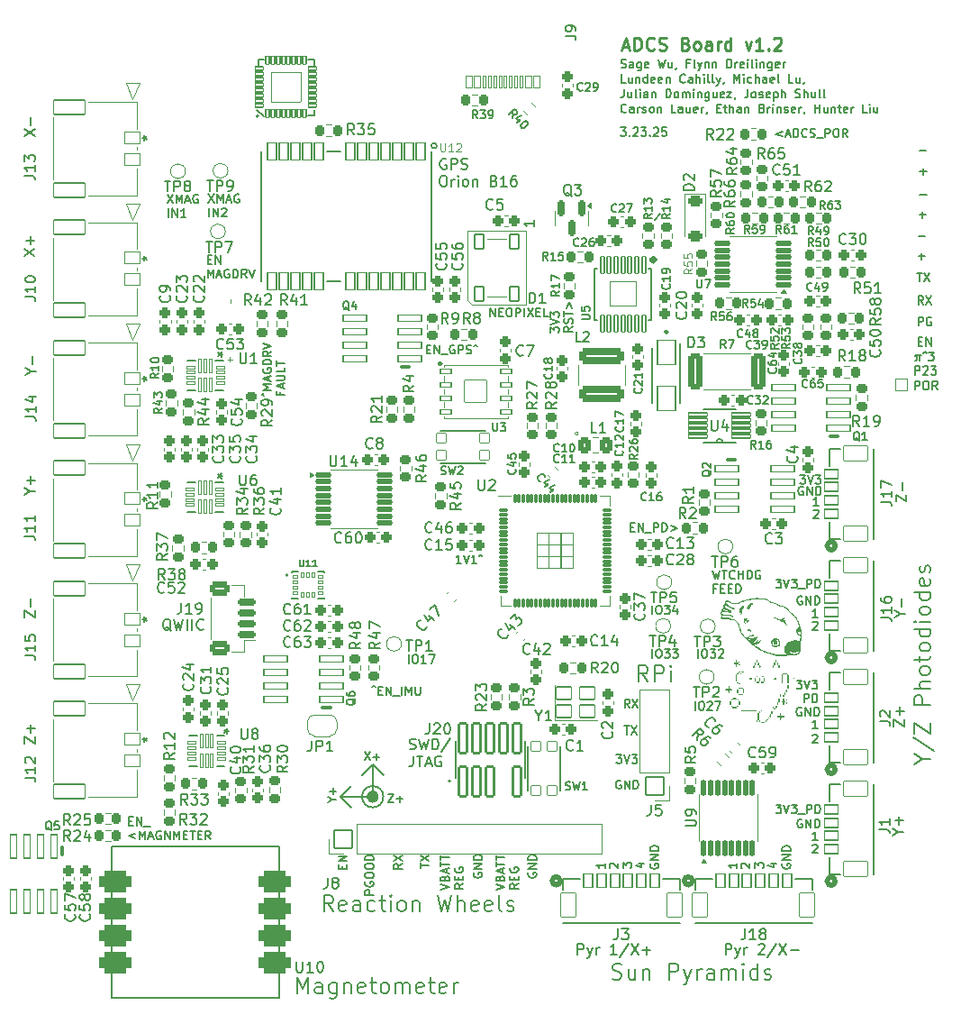
<source format=gto>
%TF.GenerationSoftware,KiCad,Pcbnew,9.0.1*%
%TF.CreationDate,2025-04-07T16:57:50-07:00*%
%TF.ProjectId,ADCS_board,41444353-5f62-46f6-9172-642e6b696361,v1.2*%
%TF.SameCoordinates,Original*%
%TF.FileFunction,Legend,Top*%
%TF.FilePolarity,Positive*%
%FSLAX46Y46*%
G04 Gerber Fmt 4.6, Leading zero omitted, Abs format (unit mm)*
G04 Created by KiCad (PCBNEW 9.0.1) date 2025-04-07 16:57:50*
%MOMM*%
%LPD*%
G01*
G04 APERTURE LIST*
G04 Aperture macros list*
%AMRoundRect*
0 Rectangle with rounded corners*
0 $1 Rounding radius*
0 $2 $3 $4 $5 $6 $7 $8 $9 X,Y pos of 4 corners*
0 Add a 4 corners polygon primitive as box body*
4,1,4,$2,$3,$4,$5,$6,$7,$8,$9,$2,$3,0*
0 Add four circle primitives for the rounded corners*
1,1,$1+$1,$2,$3*
1,1,$1+$1,$4,$5*
1,1,$1+$1,$6,$7*
1,1,$1+$1,$8,$9*
0 Add four rect primitives between the rounded corners*
20,1,$1+$1,$2,$3,$4,$5,0*
20,1,$1+$1,$4,$5,$6,$7,0*
20,1,$1+$1,$6,$7,$8,$9,0*
20,1,$1+$1,$8,$9,$2,$3,0*%
%AMFreePoly0*
4,1,39,0.535921,0.785921,0.550800,0.750000,0.550800,-0.750000,0.535921,-0.785921,0.500000,-0.800800,0.000000,-0.800800,-0.010328,-0.796522,-0.065263,-0.796522,-0.078411,-0.794791,-0.204490,-0.761009,-0.216742,-0.755934,-0.329781,-0.690671,-0.340302,-0.682598,-0.432598,-0.590302,-0.440671,-0.579781,-0.505934,-0.466742,-0.511009,-0.454490,-0.544791,-0.328411,-0.546522,-0.315263,-0.546522,-0.260327,
-0.550800,-0.250000,-0.550800,0.250000,-0.546522,0.260327,-0.546522,0.315263,-0.544791,0.328411,-0.511009,0.454490,-0.505934,0.466742,-0.440671,0.579781,-0.432598,0.590302,-0.340302,0.682598,-0.329781,0.690671,-0.216742,0.755934,-0.204490,0.761009,-0.078411,0.794791,-0.065263,0.796522,-0.010328,0.796522,0.000000,0.800800,0.500000,0.800800,0.535921,0.785921,0.535921,0.785921,
$1*%
%AMFreePoly1*
4,1,39,0.010328,0.796522,0.065263,0.796522,0.078411,0.794791,0.204490,0.761009,0.216742,0.755934,0.329781,0.690671,0.340302,0.682598,0.432598,0.590302,0.440671,0.579781,0.505934,0.466742,0.511009,0.454490,0.544791,0.328411,0.546522,0.315263,0.546522,0.260327,0.550800,0.250000,0.550800,-0.250000,0.546522,-0.260327,0.546522,-0.315263,0.544791,-0.328411,0.511009,-0.454490,
0.505934,-0.466742,0.440671,-0.579781,0.432598,-0.590302,0.340302,-0.682598,0.329781,-0.690671,0.216742,-0.755934,0.204490,-0.761009,0.078411,-0.794791,0.065263,-0.796522,0.010328,-0.796522,0.000000,-0.800800,-0.500000,-0.800800,-0.535921,-0.785921,-0.550800,-0.750000,-0.550800,0.750000,-0.535921,0.785921,-0.500000,0.800800,0.000000,0.800800,0.010328,0.796522,0.010328,0.796522,
$1*%
G04 Aperture macros list end*
%ADD10C,0.127000*%
%ADD11C,0.563500*%
%ADD12C,0.150000*%
%ADD13C,0.200000*%
%ADD14C,0.250000*%
%ADD15C,0.100000*%
%ADD16C,0.154432*%
%ADD17C,0.095250*%
%ADD18C,0.115824*%
%ADD19C,0.152400*%
%ADD20C,0.381000*%
%ADD21C,0.120000*%
%ADD22C,0.203200*%
%ADD23C,0.508000*%
%ADD24C,0.300000*%
%ADD25C,0.000000*%
%ADD26C,0.240278*%
%ADD27RoundRect,0.063500X-0.152400X0.800100X-0.152400X-0.800100X0.152400X-0.800100X0.152400X0.800100X0*%
%ADD28RoundRect,0.063500X-1.230000X1.155000X-1.230000X-1.155000X1.230000X-1.155000X1.230000X1.155000X0*%
%ADD29RoundRect,0.250400X-0.275400X0.250400X-0.275400X-0.250400X0.275400X-0.250400X0.275400X0.250400X0*%
%ADD30RoundRect,0.250400X0.275400X-0.250400X0.275400X0.250400X-0.275400X0.250400X-0.275400X-0.250400X0*%
%ADD31RoundRect,0.225400X0.225400X0.300400X-0.225400X0.300400X-0.225400X-0.300400X0.225400X-0.300400X0*%
%ADD32RoundRect,0.250400X0.250400X0.275400X-0.250400X0.275400X-0.250400X-0.275400X0.250400X-0.275400X0*%
%ADD33C,5.701600*%
%ADD34C,2.000000*%
%ADD35RoundRect,0.225400X0.371797X0.053033X0.053033X0.371797X-0.371797X-0.053033X-0.053033X-0.371797X0*%
%ADD36RoundRect,0.225400X-0.300400X0.225400X-0.300400X-0.225400X0.300400X-0.225400X0.300400X0.225400X0*%
%ADD37RoundRect,0.225400X-0.225400X-0.300400X0.225400X-0.300400X0.225400X0.300400X-0.225400X0.300400X0*%
%ADD38RoundRect,0.225400X0.300400X-0.225400X0.300400X0.225400X-0.300400X0.225400X-0.300400X-0.225400X0*%
%ADD39RoundRect,0.270735X-0.392565X-1.455065X0.392565X-1.455065X0.392565X1.455065X-0.392565X1.455065X0*%
%ADD40RoundRect,0.355555X-1.795245X0.445245X-1.795245X-0.445245X1.795245X-0.445245X1.795245X0.445245X0*%
%ADD41RoundRect,0.050800X0.889000X0.165100X-0.889000X0.165100X-0.889000X-0.165100X0.889000X-0.165100X0*%
%ADD42RoundRect,0.250400X-0.250400X-0.275400X0.250400X-0.275400X0.250400X0.275400X-0.250400X0.275400X0*%
%ADD43C,0.701600*%
%ADD44RoundRect,0.050800X0.300000X0.575000X-0.300000X0.575000X-0.300000X-0.575000X0.300000X-0.575000X0*%
%ADD45RoundRect,0.050800X0.150000X0.575000X-0.150000X0.575000X-0.150000X-0.575000X0.150000X-0.575000X0*%
%ADD46O,1.101600X2.201600*%
%ADD47O,1.101600X1.701600*%
%ADD48RoundRect,0.525400X-1.025400X-0.525400X1.025400X-0.525400X1.025400X0.525400X-1.025400X0.525400X0*%
%ADD49RoundRect,0.250400X-0.017678X0.371797X-0.371797X0.017678X0.017678X-0.371797X0.371797X-0.017678X0*%
%ADD50RoundRect,0.050800X0.725000X-0.550000X0.725000X0.550000X-0.725000X0.550000X-0.725000X-0.550000X0*%
%ADD51RoundRect,0.050800X1.449999X-0.675000X1.449999X0.675000X-1.449999X0.675000X-1.449999X-0.675000X0*%
%ADD52C,1.101600*%
%ADD53RoundRect,0.063500X0.152400X-0.381000X0.152400X0.381000X-0.152400X0.381000X-0.152400X-0.381000X0*%
%ADD54RoundRect,0.063500X0.381000X0.152400X-0.381000X0.152400X-0.381000X-0.152400X0.381000X-0.152400X0*%
%ADD55RoundRect,0.063500X-0.152400X0.381000X-0.152400X-0.381000X0.152400X-0.381000X0.152400X0.381000X0*%
%ADD56RoundRect,0.063500X-0.381000X-0.152400X0.381000X-0.152400X0.381000X0.152400X-0.381000X0.152400X0*%
%ADD57RoundRect,0.063500X1.397000X-1.397000X1.397000X1.397000X-1.397000X1.397000X-1.397000X-1.397000X0*%
%ADD58RoundRect,0.125400X0.125400X-0.662900X0.125400X0.662900X-0.125400X0.662900X-0.125400X-0.662900X0*%
%ADD59RoundRect,0.050800X-0.647700X0.419100X-0.647700X-0.419100X0.647700X-0.419100X0.647700X0.419100X0*%
%ADD60RoundRect,0.050800X-1.130300X0.698500X-1.130300X-0.698500X1.130300X-0.698500X1.130300X0.698500X0*%
%ADD61RoundRect,0.050800X0.419100X0.647700X-0.419100X0.647700X-0.419100X-0.647700X0.419100X-0.647700X0*%
%ADD62RoundRect,0.050800X0.698500X1.130300X-0.698500X1.130300X-0.698500X-1.130300X0.698500X-1.130300X0*%
%ADD63RoundRect,0.100160X-0.400640X0.700640X-0.400640X-0.700640X0.400640X-0.700640X0.400640X0.700640X0*%
%ADD64RoundRect,0.050800X-0.100000X0.650000X-0.100000X-0.650000X0.100000X-0.650000X0.100000X0.650000X0*%
%ADD65RoundRect,0.050800X-0.400000X-0.125000X0.400000X-0.125000X0.400000X0.125000X-0.400000X0.125000X0*%
%ADD66RoundRect,0.272087X-0.353713X-0.478713X0.353713X-0.478713X0.353713X0.478713X-0.353713X0.478713X0*%
%ADD67RoundRect,0.080400X0.360400X-0.080400X0.360400X0.080400X-0.360400X0.080400X-0.360400X-0.080400X0*%
%ADD68RoundRect,0.080400X-0.080400X-0.360400X0.080400X-0.360400X0.080400X0.360400X-0.080400X0.360400X0*%
%ADD69RoundRect,0.050800X-0.566666X-0.566666X0.566666X-0.566666X0.566666X0.566666X-0.566666X0.566666X0*%
%ADD70RoundRect,0.175400X-0.175400X0.612900X-0.175400X-0.612900X0.175400X-0.612900X0.175400X0.612900X0*%
%ADD71RoundRect,0.050800X-0.237500X-0.125000X0.237500X-0.125000X0.237500X0.125000X-0.237500X0.125000X0*%
%ADD72RoundRect,0.050800X0.125000X-0.237500X0.125000X0.237500X-0.125000X0.237500X-0.125000X-0.237500X0*%
%ADD73FreePoly0,0.000000*%
%ADD74FreePoly1,0.000000*%
%ADD75RoundRect,0.102000X-0.370000X-1.395000X0.370000X-1.395000X0.370000X1.395000X-0.370000X1.395000X0*%
%ADD76RoundRect,0.050800X-0.700000X-0.600000X0.700000X-0.600000X0.700000X0.600000X-0.700000X0.600000X0*%
%ADD77RoundRect,0.125400X-0.662900X-0.125400X0.662900X-0.125400X0.662900X0.125400X-0.662900X0.125400X0*%
%ADD78RoundRect,0.050800X0.304800X1.104900X-0.304800X1.104900X-0.304800X-1.104900X0.304800X-1.104900X0*%
%ADD79RoundRect,0.050800X0.450000X0.450000X-0.450000X0.450000X-0.450000X-0.450000X0.450000X-0.450000X0*%
%ADD80RoundRect,0.050800X-1.104900X0.304800X-1.104900X-0.304800X1.104900X-0.304800X1.104900X0.304800X0*%
%ADD81RoundRect,0.050800X1.104900X-0.304800X1.104900X0.304800X-1.104900X0.304800X-1.104900X-0.304800X0*%
%ADD82RoundRect,0.175400X0.650400X-0.175400X0.650400X0.175400X-0.650400X0.175400X-0.650400X-0.175400X0*%
%ADD83RoundRect,0.271166X0.679634X-0.379634X0.679634X0.379634X-0.679634X0.379634X-0.679634X-0.379634X0*%
%ADD84RoundRect,0.050800X0.850000X0.850000X-0.850000X0.850000X-0.850000X-0.850000X0.850000X-0.850000X0*%
%ADD85C,1.801600*%
%ADD86RoundRect,0.063500X0.406400X0.812800X-0.406400X0.812800X-0.406400X-0.812800X0.406400X-0.812800X0*%
%ADD87RoundRect,0.050800X0.850000X-0.850000X0.850000X0.850000X-0.850000X0.850000X-0.850000X-0.850000X0*%
%ADD88RoundRect,0.225400X-0.371797X-0.053033X-0.053033X-0.371797X0.371797X0.053033X0.053033X0.371797X0*%
%ADD89RoundRect,0.125400X0.662900X0.125400X-0.662900X0.125400X-0.662900X-0.125400X0.662900X-0.125400X0*%
%ADD90RoundRect,0.063500X-0.525000X-0.225000X0.525000X-0.225000X0.525000X0.225000X-0.525000X0.225000X0*%
%ADD91RoundRect,0.063500X1.050000X-1.050000X1.050000X1.050000X-1.050000X1.050000X-1.050000X-1.050000X0*%
%ADD92RoundRect,0.250400X0.371797X0.017678X0.017678X0.371797X-0.371797X-0.017678X-0.017678X-0.371797X0*%
%ADD93RoundRect,0.050800X-0.450000X0.450000X-0.450000X-0.450000X0.450000X-0.450000X0.450000X0.450000X0*%
%ADD94RoundRect,0.250400X-0.371797X-0.017678X-0.017678X-0.371797X0.371797X0.017678X0.017678X0.371797X0*%
%ADD95RoundRect,0.050800X-0.850000X-1.175000X0.850000X-1.175000X0.850000X1.175000X-0.850000X1.175000X0*%
%ADD96RoundRect,0.250400X-0.400400X0.250400X-0.400400X-0.250400X0.400400X-0.250400X0.400400X0.250400X0*%
%ADD97C,2.151600*%
%ADD98C,2.351600*%
%ADD99RoundRect,0.050800X-0.575000X0.575000X-0.575000X-0.575000X0.575000X-0.575000X0.575000X0.575000X0*%
%ADD100C,1.251600*%
G04 APERTURE END LIST*
D10*
X134300000Y-127250000D02*
G75*
G02*
X132300000Y-127250000I-1000000J0D01*
G01*
X132300000Y-127250000D02*
G75*
G02*
X134300000Y-127250000I1000000J0D01*
G01*
X133300000Y-127250000D02*
X133300000Y-124250000D01*
X160300000Y-72500000D02*
X159800000Y-73100000D01*
X133300000Y-124250000D02*
X132300000Y-125250000D01*
X130300000Y-127250000D02*
X131300000Y-126250000D01*
D11*
X133581750Y-127250000D02*
G75*
G02*
X133018250Y-127250000I-281750J0D01*
G01*
X133018250Y-127250000D02*
G75*
G02*
X133581750Y-127250000I281750J0D01*
G01*
D10*
X133300000Y-124250000D02*
X134300000Y-125250000D01*
X130300000Y-127250000D02*
X131300000Y-128250000D01*
X133300000Y-127250000D02*
X130300000Y-127250000D01*
D12*
X175108207Y-131344295D02*
X174651064Y-131344295D01*
X174879636Y-131344295D02*
X174879636Y-130544295D01*
X174879636Y-130544295D02*
X174803445Y-130658580D01*
X174803445Y-130658580D02*
X174727255Y-130734771D01*
X174727255Y-130734771D02*
X174651064Y-130772866D01*
X174651064Y-131820485D02*
X174689160Y-131782390D01*
X174689160Y-131782390D02*
X174765350Y-131744295D01*
X174765350Y-131744295D02*
X174955826Y-131744295D01*
X174955826Y-131744295D02*
X175032017Y-131782390D01*
X175032017Y-131782390D02*
X175070112Y-131820485D01*
X175070112Y-131820485D02*
X175108207Y-131896676D01*
X175108207Y-131896676D02*
X175108207Y-131972866D01*
X175108207Y-131972866D02*
X175070112Y-132087152D01*
X175070112Y-132087152D02*
X174612969Y-132544295D01*
X174612969Y-132544295D02*
X175108207Y-132544295D01*
X156612969Y-64394295D02*
X157108207Y-64394295D01*
X157108207Y-64394295D02*
X156841541Y-64699057D01*
X156841541Y-64699057D02*
X156955826Y-64699057D01*
X156955826Y-64699057D02*
X157032017Y-64737152D01*
X157032017Y-64737152D02*
X157070112Y-64775247D01*
X157070112Y-64775247D02*
X157108207Y-64851438D01*
X157108207Y-64851438D02*
X157108207Y-65041914D01*
X157108207Y-65041914D02*
X157070112Y-65118104D01*
X157070112Y-65118104D02*
X157032017Y-65156200D01*
X157032017Y-65156200D02*
X156955826Y-65194295D01*
X156955826Y-65194295D02*
X156727255Y-65194295D01*
X156727255Y-65194295D02*
X156651064Y-65156200D01*
X156651064Y-65156200D02*
X156612969Y-65118104D01*
X157451065Y-65118104D02*
X157489160Y-65156200D01*
X157489160Y-65156200D02*
X157451065Y-65194295D01*
X157451065Y-65194295D02*
X157412969Y-65156200D01*
X157412969Y-65156200D02*
X157451065Y-65118104D01*
X157451065Y-65118104D02*
X157451065Y-65194295D01*
X157793921Y-64470485D02*
X157832017Y-64432390D01*
X157832017Y-64432390D02*
X157908207Y-64394295D01*
X157908207Y-64394295D02*
X158098683Y-64394295D01*
X158098683Y-64394295D02*
X158174874Y-64432390D01*
X158174874Y-64432390D02*
X158212969Y-64470485D01*
X158212969Y-64470485D02*
X158251064Y-64546676D01*
X158251064Y-64546676D02*
X158251064Y-64622866D01*
X158251064Y-64622866D02*
X158212969Y-64737152D01*
X158212969Y-64737152D02*
X157755826Y-65194295D01*
X157755826Y-65194295D02*
X158251064Y-65194295D01*
X158517731Y-64394295D02*
X159012969Y-64394295D01*
X159012969Y-64394295D02*
X158746303Y-64699057D01*
X158746303Y-64699057D02*
X158860588Y-64699057D01*
X158860588Y-64699057D02*
X158936779Y-64737152D01*
X158936779Y-64737152D02*
X158974874Y-64775247D01*
X158974874Y-64775247D02*
X159012969Y-64851438D01*
X159012969Y-64851438D02*
X159012969Y-65041914D01*
X159012969Y-65041914D02*
X158974874Y-65118104D01*
X158974874Y-65118104D02*
X158936779Y-65156200D01*
X158936779Y-65156200D02*
X158860588Y-65194295D01*
X158860588Y-65194295D02*
X158632017Y-65194295D01*
X158632017Y-65194295D02*
X158555826Y-65156200D01*
X158555826Y-65156200D02*
X158517731Y-65118104D01*
X159355827Y-65118104D02*
X159393922Y-65156200D01*
X159393922Y-65156200D02*
X159355827Y-65194295D01*
X159355827Y-65194295D02*
X159317731Y-65156200D01*
X159317731Y-65156200D02*
X159355827Y-65118104D01*
X159355827Y-65118104D02*
X159355827Y-65194295D01*
X159698683Y-64470485D02*
X159736779Y-64432390D01*
X159736779Y-64432390D02*
X159812969Y-64394295D01*
X159812969Y-64394295D02*
X160003445Y-64394295D01*
X160003445Y-64394295D02*
X160079636Y-64432390D01*
X160079636Y-64432390D02*
X160117731Y-64470485D01*
X160117731Y-64470485D02*
X160155826Y-64546676D01*
X160155826Y-64546676D02*
X160155826Y-64622866D01*
X160155826Y-64622866D02*
X160117731Y-64737152D01*
X160117731Y-64737152D02*
X159660588Y-65194295D01*
X159660588Y-65194295D02*
X160155826Y-65194295D01*
X160879636Y-64394295D02*
X160498684Y-64394295D01*
X160498684Y-64394295D02*
X160460588Y-64775247D01*
X160460588Y-64775247D02*
X160498684Y-64737152D01*
X160498684Y-64737152D02*
X160574874Y-64699057D01*
X160574874Y-64699057D02*
X160765350Y-64699057D01*
X160765350Y-64699057D02*
X160841541Y-64737152D01*
X160841541Y-64737152D02*
X160879636Y-64775247D01*
X160879636Y-64775247D02*
X160917731Y-64851438D01*
X160917731Y-64851438D02*
X160917731Y-65041914D01*
X160917731Y-65041914D02*
X160879636Y-65118104D01*
X160879636Y-65118104D02*
X160841541Y-65156200D01*
X160841541Y-65156200D02*
X160765350Y-65194295D01*
X160765350Y-65194295D02*
X160574874Y-65194295D01*
X160574874Y-65194295D02*
X160498684Y-65156200D01*
X160498684Y-65156200D02*
X160460588Y-65118104D01*
X159432390Y-133541792D02*
X159394295Y-133617982D01*
X159394295Y-133617982D02*
X159394295Y-133732268D01*
X159394295Y-133732268D02*
X159432390Y-133846554D01*
X159432390Y-133846554D02*
X159508580Y-133922744D01*
X159508580Y-133922744D02*
X159584771Y-133960839D01*
X159584771Y-133960839D02*
X159737152Y-133998935D01*
X159737152Y-133998935D02*
X159851438Y-133998935D01*
X159851438Y-133998935D02*
X160003819Y-133960839D01*
X160003819Y-133960839D02*
X160080009Y-133922744D01*
X160080009Y-133922744D02*
X160156200Y-133846554D01*
X160156200Y-133846554D02*
X160194295Y-133732268D01*
X160194295Y-133732268D02*
X160194295Y-133656077D01*
X160194295Y-133656077D02*
X160156200Y-133541792D01*
X160156200Y-133541792D02*
X160118104Y-133503696D01*
X160118104Y-133503696D02*
X159851438Y-133503696D01*
X159851438Y-133503696D02*
X159851438Y-133656077D01*
X160194295Y-133160839D02*
X159394295Y-133160839D01*
X159394295Y-133160839D02*
X160194295Y-132703696D01*
X160194295Y-132703696D02*
X159394295Y-132703696D01*
X160194295Y-132322744D02*
X159394295Y-132322744D01*
X159394295Y-132322744D02*
X159394295Y-132132268D01*
X159394295Y-132132268D02*
X159432390Y-132017982D01*
X159432390Y-132017982D02*
X159508580Y-131941792D01*
X159508580Y-131941792D02*
X159584771Y-131903697D01*
X159584771Y-131903697D02*
X159737152Y-131865601D01*
X159737152Y-131865601D02*
X159851438Y-131865601D01*
X159851438Y-131865601D02*
X160003819Y-131903697D01*
X160003819Y-131903697D02*
X160080009Y-131941792D01*
X160080009Y-131941792D02*
X160156200Y-132017982D01*
X160156200Y-132017982D02*
X160194295Y-132132268D01*
X160194295Y-132132268D02*
X160194295Y-132322744D01*
X110389160Y-129537292D02*
X110655826Y-129537292D01*
X110770112Y-129956340D02*
X110389160Y-129956340D01*
X110389160Y-129956340D02*
X110389160Y-129156340D01*
X110389160Y-129156340D02*
X110770112Y-129156340D01*
X111112970Y-129956340D02*
X111112970Y-129156340D01*
X111112970Y-129156340D02*
X111570113Y-129956340D01*
X111570113Y-129956340D02*
X111570113Y-129156340D01*
X111760589Y-130032530D02*
X112370112Y-130032530D01*
X110998684Y-130710961D02*
X110389160Y-130939533D01*
X110389160Y-130939533D02*
X110998684Y-131168104D01*
X111379636Y-131244295D02*
X111379636Y-130444295D01*
X111379636Y-130444295D02*
X111646302Y-131015723D01*
X111646302Y-131015723D02*
X111912969Y-130444295D01*
X111912969Y-130444295D02*
X111912969Y-131244295D01*
X112255826Y-131015723D02*
X112636779Y-131015723D01*
X112179636Y-131244295D02*
X112446303Y-130444295D01*
X112446303Y-130444295D02*
X112712969Y-131244295D01*
X113398683Y-130482390D02*
X113322493Y-130444295D01*
X113322493Y-130444295D02*
X113208207Y-130444295D01*
X113208207Y-130444295D02*
X113093921Y-130482390D01*
X113093921Y-130482390D02*
X113017731Y-130558580D01*
X113017731Y-130558580D02*
X112979636Y-130634771D01*
X112979636Y-130634771D02*
X112941540Y-130787152D01*
X112941540Y-130787152D02*
X112941540Y-130901438D01*
X112941540Y-130901438D02*
X112979636Y-131053819D01*
X112979636Y-131053819D02*
X113017731Y-131130009D01*
X113017731Y-131130009D02*
X113093921Y-131206200D01*
X113093921Y-131206200D02*
X113208207Y-131244295D01*
X113208207Y-131244295D02*
X113284398Y-131244295D01*
X113284398Y-131244295D02*
X113398683Y-131206200D01*
X113398683Y-131206200D02*
X113436779Y-131168104D01*
X113436779Y-131168104D02*
X113436779Y-130901438D01*
X113436779Y-130901438D02*
X113284398Y-130901438D01*
X113779636Y-131244295D02*
X113779636Y-130444295D01*
X113779636Y-130444295D02*
X114236779Y-131244295D01*
X114236779Y-131244295D02*
X114236779Y-130444295D01*
X114617731Y-131244295D02*
X114617731Y-130444295D01*
X114617731Y-130444295D02*
X114884397Y-131015723D01*
X114884397Y-131015723D02*
X115151064Y-130444295D01*
X115151064Y-130444295D02*
X115151064Y-131244295D01*
X115532017Y-130825247D02*
X115798683Y-130825247D01*
X115912969Y-131244295D02*
X115532017Y-131244295D01*
X115532017Y-131244295D02*
X115532017Y-130444295D01*
X115532017Y-130444295D02*
X115912969Y-130444295D01*
X116141541Y-130444295D02*
X116598684Y-130444295D01*
X116370112Y-131244295D02*
X116370112Y-130444295D01*
X116865351Y-130825247D02*
X117132017Y-130825247D01*
X117246303Y-131244295D02*
X116865351Y-131244295D01*
X116865351Y-131244295D02*
X116865351Y-130444295D01*
X116865351Y-130444295D02*
X117246303Y-130444295D01*
X118046304Y-131244295D02*
X117779637Y-130863342D01*
X117589161Y-131244295D02*
X117589161Y-130444295D01*
X117589161Y-130444295D02*
X117893923Y-130444295D01*
X117893923Y-130444295D02*
X117970113Y-130482390D01*
X117970113Y-130482390D02*
X118008208Y-130520485D01*
X118008208Y-130520485D02*
X118046304Y-130596676D01*
X118046304Y-130596676D02*
X118046304Y-130710961D01*
X118046304Y-130710961D02*
X118008208Y-130787152D01*
X118008208Y-130787152D02*
X117970113Y-130825247D01*
X117970113Y-130825247D02*
X117893923Y-130863342D01*
X117893923Y-130863342D02*
X117589161Y-130863342D01*
X142832390Y-134391792D02*
X142794295Y-134467982D01*
X142794295Y-134467982D02*
X142794295Y-134582268D01*
X142794295Y-134582268D02*
X142832390Y-134696554D01*
X142832390Y-134696554D02*
X142908580Y-134772744D01*
X142908580Y-134772744D02*
X142984771Y-134810839D01*
X142984771Y-134810839D02*
X143137152Y-134848935D01*
X143137152Y-134848935D02*
X143251438Y-134848935D01*
X143251438Y-134848935D02*
X143403819Y-134810839D01*
X143403819Y-134810839D02*
X143480009Y-134772744D01*
X143480009Y-134772744D02*
X143556200Y-134696554D01*
X143556200Y-134696554D02*
X143594295Y-134582268D01*
X143594295Y-134582268D02*
X143594295Y-134506077D01*
X143594295Y-134506077D02*
X143556200Y-134391792D01*
X143556200Y-134391792D02*
X143518104Y-134353696D01*
X143518104Y-134353696D02*
X143251438Y-134353696D01*
X143251438Y-134353696D02*
X143251438Y-134506077D01*
X143594295Y-134010839D02*
X142794295Y-134010839D01*
X142794295Y-134010839D02*
X143594295Y-133553696D01*
X143594295Y-133553696D02*
X142794295Y-133553696D01*
X143594295Y-133172744D02*
X142794295Y-133172744D01*
X142794295Y-133172744D02*
X142794295Y-132982268D01*
X142794295Y-132982268D02*
X142832390Y-132867982D01*
X142832390Y-132867982D02*
X142908580Y-132791792D01*
X142908580Y-132791792D02*
X142984771Y-132753697D01*
X142984771Y-132753697D02*
X143137152Y-132715601D01*
X143137152Y-132715601D02*
X143251438Y-132715601D01*
X143251438Y-132715601D02*
X143403819Y-132753697D01*
X143403819Y-132753697D02*
X143480009Y-132791792D01*
X143480009Y-132791792D02*
X143556200Y-132867982D01*
X143556200Y-132867982D02*
X143594295Y-132982268D01*
X143594295Y-132982268D02*
X143594295Y-133172744D01*
X174751064Y-100370485D02*
X174789160Y-100332390D01*
X174789160Y-100332390D02*
X174865350Y-100294295D01*
X174865350Y-100294295D02*
X175055826Y-100294295D01*
X175055826Y-100294295D02*
X175132017Y-100332390D01*
X175132017Y-100332390D02*
X175170112Y-100370485D01*
X175170112Y-100370485D02*
X175208207Y-100446676D01*
X175208207Y-100446676D02*
X175208207Y-100522866D01*
X175208207Y-100522866D02*
X175170112Y-100637152D01*
X175170112Y-100637152D02*
X174712969Y-101094295D01*
X174712969Y-101094295D02*
X175208207Y-101094295D01*
D13*
X100517219Y-76425564D02*
X101517219Y-75758898D01*
X100517219Y-75758898D02*
X101517219Y-76425564D01*
X101136266Y-75377945D02*
X101136266Y-74616041D01*
X101517219Y-74996993D02*
X100755314Y-74996993D01*
D12*
X184589160Y-76489533D02*
X185198684Y-76489533D01*
X184893922Y-76794295D02*
X184893922Y-76184771D01*
X184289160Y-88994295D02*
X184289160Y-88194295D01*
X184289160Y-88194295D02*
X184593922Y-88194295D01*
X184593922Y-88194295D02*
X184670112Y-88232390D01*
X184670112Y-88232390D02*
X184708207Y-88270485D01*
X184708207Y-88270485D02*
X184746303Y-88346676D01*
X184746303Y-88346676D02*
X184746303Y-88460961D01*
X184746303Y-88460961D02*
X184708207Y-88537152D01*
X184708207Y-88537152D02*
X184670112Y-88575247D01*
X184670112Y-88575247D02*
X184593922Y-88613342D01*
X184593922Y-88613342D02*
X184289160Y-88613342D01*
X185241541Y-88194295D02*
X185393922Y-88194295D01*
X185393922Y-88194295D02*
X185470112Y-88232390D01*
X185470112Y-88232390D02*
X185546303Y-88308580D01*
X185546303Y-88308580D02*
X185584398Y-88460961D01*
X185584398Y-88460961D02*
X185584398Y-88727628D01*
X185584398Y-88727628D02*
X185546303Y-88880009D01*
X185546303Y-88880009D02*
X185470112Y-88956200D01*
X185470112Y-88956200D02*
X185393922Y-88994295D01*
X185393922Y-88994295D02*
X185241541Y-88994295D01*
X185241541Y-88994295D02*
X185165350Y-88956200D01*
X185165350Y-88956200D02*
X185089160Y-88880009D01*
X185089160Y-88880009D02*
X185051064Y-88727628D01*
X185051064Y-88727628D02*
X185051064Y-88460961D01*
X185051064Y-88460961D02*
X185089160Y-88308580D01*
X185089160Y-88308580D02*
X185165350Y-88232390D01*
X185165350Y-88232390D02*
X185241541Y-88194295D01*
X186384398Y-88994295D02*
X186117731Y-88613342D01*
X185927255Y-88994295D02*
X185927255Y-88194295D01*
X185927255Y-88194295D02*
X186232017Y-88194295D01*
X186232017Y-88194295D02*
X186308207Y-88232390D01*
X186308207Y-88232390D02*
X186346302Y-88270485D01*
X186346302Y-88270485D02*
X186384398Y-88346676D01*
X186384398Y-88346676D02*
X186384398Y-88460961D01*
X186384398Y-88460961D02*
X186346302Y-88537152D01*
X186346302Y-88537152D02*
X186308207Y-88575247D01*
X186308207Y-88575247D02*
X186232017Y-88613342D01*
X186232017Y-88613342D02*
X185927255Y-88613342D01*
X184589160Y-84475247D02*
X184855826Y-84475247D01*
X184970112Y-84894295D02*
X184589160Y-84894295D01*
X184589160Y-84894295D02*
X184589160Y-84094295D01*
X184589160Y-84094295D02*
X184970112Y-84094295D01*
X185312970Y-84894295D02*
X185312970Y-84094295D01*
X185312970Y-84094295D02*
X185770113Y-84894295D01*
X185770113Y-84894295D02*
X185770113Y-84094295D01*
X184708207Y-85773006D02*
X184708207Y-86306340D01*
X184441541Y-85773006D02*
X184441541Y-86192054D01*
X184441541Y-86192054D02*
X184403445Y-86268245D01*
X184403445Y-86268245D02*
X184327255Y-86306340D01*
X184860588Y-85773006D02*
X184365350Y-85773006D01*
X184365350Y-85773006D02*
X184289160Y-85811102D01*
X184289160Y-85811102D02*
X184251064Y-85887292D01*
X185051064Y-85582530D02*
X185203445Y-85468245D01*
X185203445Y-85468245D02*
X185355826Y-85582530D01*
X185546302Y-85506340D02*
X186041540Y-85506340D01*
X186041540Y-85506340D02*
X185774874Y-85811102D01*
X185774874Y-85811102D02*
X185889159Y-85811102D01*
X185889159Y-85811102D02*
X185965350Y-85849197D01*
X185965350Y-85849197D02*
X186003445Y-85887292D01*
X186003445Y-85887292D02*
X186041540Y-85963483D01*
X186041540Y-85963483D02*
X186041540Y-86153959D01*
X186041540Y-86153959D02*
X186003445Y-86230149D01*
X186003445Y-86230149D02*
X185965350Y-86268245D01*
X185965350Y-86268245D02*
X185889159Y-86306340D01*
X185889159Y-86306340D02*
X185660588Y-86306340D01*
X185660588Y-86306340D02*
X185584397Y-86268245D01*
X185584397Y-86268245D02*
X185546302Y-86230149D01*
X184289160Y-87594295D02*
X184289160Y-86794295D01*
X184289160Y-86794295D02*
X184593922Y-86794295D01*
X184593922Y-86794295D02*
X184670112Y-86832390D01*
X184670112Y-86832390D02*
X184708207Y-86870485D01*
X184708207Y-86870485D02*
X184746303Y-86946676D01*
X184746303Y-86946676D02*
X184746303Y-87060961D01*
X184746303Y-87060961D02*
X184708207Y-87137152D01*
X184708207Y-87137152D02*
X184670112Y-87175247D01*
X184670112Y-87175247D02*
X184593922Y-87213342D01*
X184593922Y-87213342D02*
X184289160Y-87213342D01*
X185051064Y-86870485D02*
X185089160Y-86832390D01*
X185089160Y-86832390D02*
X185165350Y-86794295D01*
X185165350Y-86794295D02*
X185355826Y-86794295D01*
X185355826Y-86794295D02*
X185432017Y-86832390D01*
X185432017Y-86832390D02*
X185470112Y-86870485D01*
X185470112Y-86870485D02*
X185508207Y-86946676D01*
X185508207Y-86946676D02*
X185508207Y-87022866D01*
X185508207Y-87022866D02*
X185470112Y-87137152D01*
X185470112Y-87137152D02*
X185012969Y-87594295D01*
X185012969Y-87594295D02*
X185508207Y-87594295D01*
X185774874Y-86794295D02*
X186270112Y-86794295D01*
X186270112Y-86794295D02*
X186003446Y-87099057D01*
X186003446Y-87099057D02*
X186117731Y-87099057D01*
X186117731Y-87099057D02*
X186193922Y-87137152D01*
X186193922Y-87137152D02*
X186232017Y-87175247D01*
X186232017Y-87175247D02*
X186270112Y-87251438D01*
X186270112Y-87251438D02*
X186270112Y-87441914D01*
X186270112Y-87441914D02*
X186232017Y-87518104D01*
X186232017Y-87518104D02*
X186193922Y-87556200D01*
X186193922Y-87556200D02*
X186117731Y-87594295D01*
X186117731Y-87594295D02*
X185889160Y-87594295D01*
X185889160Y-87594295D02*
X185812969Y-87556200D01*
X185812969Y-87556200D02*
X185774874Y-87518104D01*
X155144295Y-133491792D02*
X155144295Y-133948935D01*
X155144295Y-133720363D02*
X154344295Y-133720363D01*
X154344295Y-133720363D02*
X154458580Y-133796554D01*
X154458580Y-133796554D02*
X154534771Y-133872744D01*
X154534771Y-133872744D02*
X154572866Y-133948935D01*
X163589160Y-119094295D02*
X163589160Y-118294295D01*
X164122493Y-118294295D02*
X164274874Y-118294295D01*
X164274874Y-118294295D02*
X164351064Y-118332390D01*
X164351064Y-118332390D02*
X164427255Y-118408580D01*
X164427255Y-118408580D02*
X164465350Y-118560961D01*
X164465350Y-118560961D02*
X164465350Y-118827628D01*
X164465350Y-118827628D02*
X164427255Y-118980009D01*
X164427255Y-118980009D02*
X164351064Y-119056200D01*
X164351064Y-119056200D02*
X164274874Y-119094295D01*
X164274874Y-119094295D02*
X164122493Y-119094295D01*
X164122493Y-119094295D02*
X164046302Y-119056200D01*
X164046302Y-119056200D02*
X163970112Y-118980009D01*
X163970112Y-118980009D02*
X163932016Y-118827628D01*
X163932016Y-118827628D02*
X163932016Y-118560961D01*
X163932016Y-118560961D02*
X163970112Y-118408580D01*
X163970112Y-118408580D02*
X164046302Y-118332390D01*
X164046302Y-118332390D02*
X164122493Y-118294295D01*
X164770111Y-118370485D02*
X164808207Y-118332390D01*
X164808207Y-118332390D02*
X164884397Y-118294295D01*
X164884397Y-118294295D02*
X165074873Y-118294295D01*
X165074873Y-118294295D02*
X165151064Y-118332390D01*
X165151064Y-118332390D02*
X165189159Y-118370485D01*
X165189159Y-118370485D02*
X165227254Y-118446676D01*
X165227254Y-118446676D02*
X165227254Y-118522866D01*
X165227254Y-118522866D02*
X165189159Y-118637152D01*
X165189159Y-118637152D02*
X164732016Y-119094295D01*
X164732016Y-119094295D02*
X165227254Y-119094295D01*
X165493921Y-118294295D02*
X166027255Y-118294295D01*
X166027255Y-118294295D02*
X165684397Y-119094295D01*
X138389160Y-85225247D02*
X138655826Y-85225247D01*
X138770112Y-85644295D02*
X138389160Y-85644295D01*
X138389160Y-85644295D02*
X138389160Y-84844295D01*
X138389160Y-84844295D02*
X138770112Y-84844295D01*
X139112970Y-85644295D02*
X139112970Y-84844295D01*
X139112970Y-84844295D02*
X139570113Y-85644295D01*
X139570113Y-85644295D02*
X139570113Y-84844295D01*
X139760589Y-85720485D02*
X140370112Y-85720485D01*
X140979636Y-84882390D02*
X140903446Y-84844295D01*
X140903446Y-84844295D02*
X140789160Y-84844295D01*
X140789160Y-84844295D02*
X140674874Y-84882390D01*
X140674874Y-84882390D02*
X140598684Y-84958580D01*
X140598684Y-84958580D02*
X140560589Y-85034771D01*
X140560589Y-85034771D02*
X140522493Y-85187152D01*
X140522493Y-85187152D02*
X140522493Y-85301438D01*
X140522493Y-85301438D02*
X140560589Y-85453819D01*
X140560589Y-85453819D02*
X140598684Y-85530009D01*
X140598684Y-85530009D02*
X140674874Y-85606200D01*
X140674874Y-85606200D02*
X140789160Y-85644295D01*
X140789160Y-85644295D02*
X140865351Y-85644295D01*
X140865351Y-85644295D02*
X140979636Y-85606200D01*
X140979636Y-85606200D02*
X141017732Y-85568104D01*
X141017732Y-85568104D02*
X141017732Y-85301438D01*
X141017732Y-85301438D02*
X140865351Y-85301438D01*
X141360589Y-85644295D02*
X141360589Y-84844295D01*
X141360589Y-84844295D02*
X141665351Y-84844295D01*
X141665351Y-84844295D02*
X141741541Y-84882390D01*
X141741541Y-84882390D02*
X141779636Y-84920485D01*
X141779636Y-84920485D02*
X141817732Y-84996676D01*
X141817732Y-84996676D02*
X141817732Y-85110961D01*
X141817732Y-85110961D02*
X141779636Y-85187152D01*
X141779636Y-85187152D02*
X141741541Y-85225247D01*
X141741541Y-85225247D02*
X141665351Y-85263342D01*
X141665351Y-85263342D02*
X141360589Y-85263342D01*
X142122493Y-85606200D02*
X142236779Y-85644295D01*
X142236779Y-85644295D02*
X142427255Y-85644295D01*
X142427255Y-85644295D02*
X142503446Y-85606200D01*
X142503446Y-85606200D02*
X142541541Y-85568104D01*
X142541541Y-85568104D02*
X142579636Y-85491914D01*
X142579636Y-85491914D02*
X142579636Y-85415723D01*
X142579636Y-85415723D02*
X142541541Y-85339533D01*
X142541541Y-85339533D02*
X142503446Y-85301438D01*
X142503446Y-85301438D02*
X142427255Y-85263342D01*
X142427255Y-85263342D02*
X142274874Y-85225247D01*
X142274874Y-85225247D02*
X142198684Y-85187152D01*
X142198684Y-85187152D02*
X142160589Y-85149057D01*
X142160589Y-85149057D02*
X142122493Y-85072866D01*
X142122493Y-85072866D02*
X142122493Y-84996676D01*
X142122493Y-84996676D02*
X142160589Y-84920485D01*
X142160589Y-84920485D02*
X142198684Y-84882390D01*
X142198684Y-84882390D02*
X142274874Y-84844295D01*
X142274874Y-84844295D02*
X142465351Y-84844295D01*
X142465351Y-84844295D02*
X142579636Y-84882390D01*
X142808208Y-84920485D02*
X142960589Y-84806200D01*
X142960589Y-84806200D02*
X143112970Y-84920485D01*
X117862969Y-70656340D02*
X118396303Y-71456340D01*
X118396303Y-70656340D02*
X117862969Y-71456340D01*
X118701065Y-71456340D02*
X118701065Y-70656340D01*
X118701065Y-70656340D02*
X118967731Y-71227768D01*
X118967731Y-71227768D02*
X119234398Y-70656340D01*
X119234398Y-70656340D02*
X119234398Y-71456340D01*
X119577255Y-71227768D02*
X119958208Y-71227768D01*
X119501065Y-71456340D02*
X119767732Y-70656340D01*
X119767732Y-70656340D02*
X120034398Y-71456340D01*
X120720112Y-70694435D02*
X120643922Y-70656340D01*
X120643922Y-70656340D02*
X120529636Y-70656340D01*
X120529636Y-70656340D02*
X120415350Y-70694435D01*
X120415350Y-70694435D02*
X120339160Y-70770625D01*
X120339160Y-70770625D02*
X120301065Y-70846816D01*
X120301065Y-70846816D02*
X120262969Y-70999197D01*
X120262969Y-70999197D02*
X120262969Y-71113483D01*
X120262969Y-71113483D02*
X120301065Y-71265864D01*
X120301065Y-71265864D02*
X120339160Y-71342054D01*
X120339160Y-71342054D02*
X120415350Y-71418245D01*
X120415350Y-71418245D02*
X120529636Y-71456340D01*
X120529636Y-71456340D02*
X120605827Y-71456340D01*
X120605827Y-71456340D02*
X120720112Y-71418245D01*
X120720112Y-71418245D02*
X120758208Y-71380149D01*
X120758208Y-71380149D02*
X120758208Y-71113483D01*
X120758208Y-71113483D02*
X120605827Y-71113483D01*
X117939160Y-72744295D02*
X117939160Y-71944295D01*
X118320112Y-72744295D02*
X118320112Y-71944295D01*
X118320112Y-71944295D02*
X118777255Y-72744295D01*
X118777255Y-72744295D02*
X118777255Y-71944295D01*
X119120111Y-72020485D02*
X119158207Y-71982390D01*
X119158207Y-71982390D02*
X119234397Y-71944295D01*
X119234397Y-71944295D02*
X119424873Y-71944295D01*
X119424873Y-71944295D02*
X119501064Y-71982390D01*
X119501064Y-71982390D02*
X119539159Y-72020485D01*
X119539159Y-72020485D02*
X119577254Y-72096676D01*
X119577254Y-72096676D02*
X119577254Y-72172866D01*
X119577254Y-72172866D02*
X119539159Y-72287152D01*
X119539159Y-72287152D02*
X119082016Y-72744295D01*
X119082016Y-72744295D02*
X119577254Y-72744295D01*
X163889160Y-114194295D02*
X163889160Y-113394295D01*
X164422493Y-113394295D02*
X164574874Y-113394295D01*
X164574874Y-113394295D02*
X164651064Y-113432390D01*
X164651064Y-113432390D02*
X164727255Y-113508580D01*
X164727255Y-113508580D02*
X164765350Y-113660961D01*
X164765350Y-113660961D02*
X164765350Y-113927628D01*
X164765350Y-113927628D02*
X164727255Y-114080009D01*
X164727255Y-114080009D02*
X164651064Y-114156200D01*
X164651064Y-114156200D02*
X164574874Y-114194295D01*
X164574874Y-114194295D02*
X164422493Y-114194295D01*
X164422493Y-114194295D02*
X164346302Y-114156200D01*
X164346302Y-114156200D02*
X164270112Y-114080009D01*
X164270112Y-114080009D02*
X164232016Y-113927628D01*
X164232016Y-113927628D02*
X164232016Y-113660961D01*
X164232016Y-113660961D02*
X164270112Y-113508580D01*
X164270112Y-113508580D02*
X164346302Y-113432390D01*
X164346302Y-113432390D02*
X164422493Y-113394295D01*
X165032016Y-113394295D02*
X165527254Y-113394295D01*
X165527254Y-113394295D02*
X165260588Y-113699057D01*
X165260588Y-113699057D02*
X165374873Y-113699057D01*
X165374873Y-113699057D02*
X165451064Y-113737152D01*
X165451064Y-113737152D02*
X165489159Y-113775247D01*
X165489159Y-113775247D02*
X165527254Y-113851438D01*
X165527254Y-113851438D02*
X165527254Y-114041914D01*
X165527254Y-114041914D02*
X165489159Y-114118104D01*
X165489159Y-114118104D02*
X165451064Y-114156200D01*
X165451064Y-114156200D02*
X165374873Y-114194295D01*
X165374873Y-114194295D02*
X165146302Y-114194295D01*
X165146302Y-114194295D02*
X165070111Y-114156200D01*
X165070111Y-114156200D02*
X165032016Y-114118104D01*
X165832016Y-113470485D02*
X165870112Y-113432390D01*
X165870112Y-113432390D02*
X165946302Y-113394295D01*
X165946302Y-113394295D02*
X166136778Y-113394295D01*
X166136778Y-113394295D02*
X166212969Y-113432390D01*
X166212969Y-113432390D02*
X166251064Y-113470485D01*
X166251064Y-113470485D02*
X166289159Y-113546676D01*
X166289159Y-113546676D02*
X166289159Y-113622866D01*
X166289159Y-113622866D02*
X166251064Y-113737152D01*
X166251064Y-113737152D02*
X165793921Y-114194295D01*
X165793921Y-114194295D02*
X166289159Y-114194295D01*
X156651064Y-58756200D02*
X156765350Y-58794295D01*
X156765350Y-58794295D02*
X156955826Y-58794295D01*
X156955826Y-58794295D02*
X157032017Y-58756200D01*
X157032017Y-58756200D02*
X157070112Y-58718104D01*
X157070112Y-58718104D02*
X157108207Y-58641914D01*
X157108207Y-58641914D02*
X157108207Y-58565723D01*
X157108207Y-58565723D02*
X157070112Y-58489533D01*
X157070112Y-58489533D02*
X157032017Y-58451438D01*
X157032017Y-58451438D02*
X156955826Y-58413342D01*
X156955826Y-58413342D02*
X156803445Y-58375247D01*
X156803445Y-58375247D02*
X156727255Y-58337152D01*
X156727255Y-58337152D02*
X156689160Y-58299057D01*
X156689160Y-58299057D02*
X156651064Y-58222866D01*
X156651064Y-58222866D02*
X156651064Y-58146676D01*
X156651064Y-58146676D02*
X156689160Y-58070485D01*
X156689160Y-58070485D02*
X156727255Y-58032390D01*
X156727255Y-58032390D02*
X156803445Y-57994295D01*
X156803445Y-57994295D02*
X156993922Y-57994295D01*
X156993922Y-57994295D02*
X157108207Y-58032390D01*
X157793922Y-58794295D02*
X157793922Y-58375247D01*
X157793922Y-58375247D02*
X157755827Y-58299057D01*
X157755827Y-58299057D02*
X157679636Y-58260961D01*
X157679636Y-58260961D02*
X157527255Y-58260961D01*
X157527255Y-58260961D02*
X157451065Y-58299057D01*
X157793922Y-58756200D02*
X157717731Y-58794295D01*
X157717731Y-58794295D02*
X157527255Y-58794295D01*
X157527255Y-58794295D02*
X157451065Y-58756200D01*
X157451065Y-58756200D02*
X157412969Y-58680009D01*
X157412969Y-58680009D02*
X157412969Y-58603819D01*
X157412969Y-58603819D02*
X157451065Y-58527628D01*
X157451065Y-58527628D02*
X157527255Y-58489533D01*
X157527255Y-58489533D02*
X157717731Y-58489533D01*
X157717731Y-58489533D02*
X157793922Y-58451438D01*
X158517732Y-58260961D02*
X158517732Y-58908580D01*
X158517732Y-58908580D02*
X158479637Y-58984771D01*
X158479637Y-58984771D02*
X158441541Y-59022866D01*
X158441541Y-59022866D02*
X158365351Y-59060961D01*
X158365351Y-59060961D02*
X158251065Y-59060961D01*
X158251065Y-59060961D02*
X158174875Y-59022866D01*
X158517732Y-58756200D02*
X158441541Y-58794295D01*
X158441541Y-58794295D02*
X158289160Y-58794295D01*
X158289160Y-58794295D02*
X158212970Y-58756200D01*
X158212970Y-58756200D02*
X158174875Y-58718104D01*
X158174875Y-58718104D02*
X158136779Y-58641914D01*
X158136779Y-58641914D02*
X158136779Y-58413342D01*
X158136779Y-58413342D02*
X158174875Y-58337152D01*
X158174875Y-58337152D02*
X158212970Y-58299057D01*
X158212970Y-58299057D02*
X158289160Y-58260961D01*
X158289160Y-58260961D02*
X158441541Y-58260961D01*
X158441541Y-58260961D02*
X158517732Y-58299057D01*
X159203447Y-58756200D02*
X159127256Y-58794295D01*
X159127256Y-58794295D02*
X158974875Y-58794295D01*
X158974875Y-58794295D02*
X158898685Y-58756200D01*
X158898685Y-58756200D02*
X158860589Y-58680009D01*
X158860589Y-58680009D02*
X158860589Y-58375247D01*
X158860589Y-58375247D02*
X158898685Y-58299057D01*
X158898685Y-58299057D02*
X158974875Y-58260961D01*
X158974875Y-58260961D02*
X159127256Y-58260961D01*
X159127256Y-58260961D02*
X159203447Y-58299057D01*
X159203447Y-58299057D02*
X159241542Y-58375247D01*
X159241542Y-58375247D02*
X159241542Y-58451438D01*
X159241542Y-58451438D02*
X158860589Y-58527628D01*
X160117732Y-57994295D02*
X160308208Y-58794295D01*
X160308208Y-58794295D02*
X160460589Y-58222866D01*
X160460589Y-58222866D02*
X160612970Y-58794295D01*
X160612970Y-58794295D02*
X160803447Y-57994295D01*
X161451066Y-58260961D02*
X161451066Y-58794295D01*
X161108209Y-58260961D02*
X161108209Y-58680009D01*
X161108209Y-58680009D02*
X161146304Y-58756200D01*
X161146304Y-58756200D02*
X161222494Y-58794295D01*
X161222494Y-58794295D02*
X161336780Y-58794295D01*
X161336780Y-58794295D02*
X161412971Y-58756200D01*
X161412971Y-58756200D02*
X161451066Y-58718104D01*
X161870114Y-58756200D02*
X161870114Y-58794295D01*
X161870114Y-58794295D02*
X161832019Y-58870485D01*
X161832019Y-58870485D02*
X161793923Y-58908580D01*
X163089161Y-58375247D02*
X162822495Y-58375247D01*
X162822495Y-58794295D02*
X162822495Y-57994295D01*
X162822495Y-57994295D02*
X163203447Y-57994295D01*
X163622494Y-58794295D02*
X163546304Y-58756200D01*
X163546304Y-58756200D02*
X163508209Y-58680009D01*
X163508209Y-58680009D02*
X163508209Y-57994295D01*
X163851066Y-58260961D02*
X164041542Y-58794295D01*
X164232019Y-58260961D02*
X164041542Y-58794295D01*
X164041542Y-58794295D02*
X163965352Y-58984771D01*
X163965352Y-58984771D02*
X163927257Y-59022866D01*
X163927257Y-59022866D02*
X163851066Y-59060961D01*
X164536781Y-58260961D02*
X164536781Y-58794295D01*
X164536781Y-58337152D02*
X164574876Y-58299057D01*
X164574876Y-58299057D02*
X164651066Y-58260961D01*
X164651066Y-58260961D02*
X164765352Y-58260961D01*
X164765352Y-58260961D02*
X164841543Y-58299057D01*
X164841543Y-58299057D02*
X164879638Y-58375247D01*
X164879638Y-58375247D02*
X164879638Y-58794295D01*
X165260591Y-58260961D02*
X165260591Y-58794295D01*
X165260591Y-58337152D02*
X165298686Y-58299057D01*
X165298686Y-58299057D02*
X165374876Y-58260961D01*
X165374876Y-58260961D02*
X165489162Y-58260961D01*
X165489162Y-58260961D02*
X165565353Y-58299057D01*
X165565353Y-58299057D02*
X165603448Y-58375247D01*
X165603448Y-58375247D02*
X165603448Y-58794295D01*
X166593925Y-58794295D02*
X166593925Y-57994295D01*
X166593925Y-57994295D02*
X166784401Y-57994295D01*
X166784401Y-57994295D02*
X166898687Y-58032390D01*
X166898687Y-58032390D02*
X166974877Y-58108580D01*
X166974877Y-58108580D02*
X167012972Y-58184771D01*
X167012972Y-58184771D02*
X167051068Y-58337152D01*
X167051068Y-58337152D02*
X167051068Y-58451438D01*
X167051068Y-58451438D02*
X167012972Y-58603819D01*
X167012972Y-58603819D02*
X166974877Y-58680009D01*
X166974877Y-58680009D02*
X166898687Y-58756200D01*
X166898687Y-58756200D02*
X166784401Y-58794295D01*
X166784401Y-58794295D02*
X166593925Y-58794295D01*
X167393925Y-58794295D02*
X167393925Y-58260961D01*
X167393925Y-58413342D02*
X167432020Y-58337152D01*
X167432020Y-58337152D02*
X167470115Y-58299057D01*
X167470115Y-58299057D02*
X167546306Y-58260961D01*
X167546306Y-58260961D02*
X167622496Y-58260961D01*
X168193925Y-58756200D02*
X168117734Y-58794295D01*
X168117734Y-58794295D02*
X167965353Y-58794295D01*
X167965353Y-58794295D02*
X167889163Y-58756200D01*
X167889163Y-58756200D02*
X167851067Y-58680009D01*
X167851067Y-58680009D02*
X167851067Y-58375247D01*
X167851067Y-58375247D02*
X167889163Y-58299057D01*
X167889163Y-58299057D02*
X167965353Y-58260961D01*
X167965353Y-58260961D02*
X168117734Y-58260961D01*
X168117734Y-58260961D02*
X168193925Y-58299057D01*
X168193925Y-58299057D02*
X168232020Y-58375247D01*
X168232020Y-58375247D02*
X168232020Y-58451438D01*
X168232020Y-58451438D02*
X167851067Y-58527628D01*
X168574877Y-58794295D02*
X168574877Y-58260961D01*
X168574877Y-57994295D02*
X168536781Y-58032390D01*
X168536781Y-58032390D02*
X168574877Y-58070485D01*
X168574877Y-58070485D02*
X168612972Y-58032390D01*
X168612972Y-58032390D02*
X168574877Y-57994295D01*
X168574877Y-57994295D02*
X168574877Y-58070485D01*
X169070114Y-58794295D02*
X168993924Y-58756200D01*
X168993924Y-58756200D02*
X168955829Y-58680009D01*
X168955829Y-58680009D02*
X168955829Y-57994295D01*
X169374877Y-58794295D02*
X169374877Y-58260961D01*
X169374877Y-57994295D02*
X169336781Y-58032390D01*
X169336781Y-58032390D02*
X169374877Y-58070485D01*
X169374877Y-58070485D02*
X169412972Y-58032390D01*
X169412972Y-58032390D02*
X169374877Y-57994295D01*
X169374877Y-57994295D02*
X169374877Y-58070485D01*
X169755829Y-58260961D02*
X169755829Y-58794295D01*
X169755829Y-58337152D02*
X169793924Y-58299057D01*
X169793924Y-58299057D02*
X169870114Y-58260961D01*
X169870114Y-58260961D02*
X169984400Y-58260961D01*
X169984400Y-58260961D02*
X170060591Y-58299057D01*
X170060591Y-58299057D02*
X170098686Y-58375247D01*
X170098686Y-58375247D02*
X170098686Y-58794295D01*
X170822496Y-58260961D02*
X170822496Y-58908580D01*
X170822496Y-58908580D02*
X170784401Y-58984771D01*
X170784401Y-58984771D02*
X170746305Y-59022866D01*
X170746305Y-59022866D02*
X170670115Y-59060961D01*
X170670115Y-59060961D02*
X170555829Y-59060961D01*
X170555829Y-59060961D02*
X170479639Y-59022866D01*
X170822496Y-58756200D02*
X170746305Y-58794295D01*
X170746305Y-58794295D02*
X170593924Y-58794295D01*
X170593924Y-58794295D02*
X170517734Y-58756200D01*
X170517734Y-58756200D02*
X170479639Y-58718104D01*
X170479639Y-58718104D02*
X170441543Y-58641914D01*
X170441543Y-58641914D02*
X170441543Y-58413342D01*
X170441543Y-58413342D02*
X170479639Y-58337152D01*
X170479639Y-58337152D02*
X170517734Y-58299057D01*
X170517734Y-58299057D02*
X170593924Y-58260961D01*
X170593924Y-58260961D02*
X170746305Y-58260961D01*
X170746305Y-58260961D02*
X170822496Y-58299057D01*
X171508211Y-58756200D02*
X171432020Y-58794295D01*
X171432020Y-58794295D02*
X171279639Y-58794295D01*
X171279639Y-58794295D02*
X171203449Y-58756200D01*
X171203449Y-58756200D02*
X171165353Y-58680009D01*
X171165353Y-58680009D02*
X171165353Y-58375247D01*
X171165353Y-58375247D02*
X171203449Y-58299057D01*
X171203449Y-58299057D02*
X171279639Y-58260961D01*
X171279639Y-58260961D02*
X171432020Y-58260961D01*
X171432020Y-58260961D02*
X171508211Y-58299057D01*
X171508211Y-58299057D02*
X171546306Y-58375247D01*
X171546306Y-58375247D02*
X171546306Y-58451438D01*
X171546306Y-58451438D02*
X171165353Y-58527628D01*
X171889163Y-58794295D02*
X171889163Y-58260961D01*
X171889163Y-58413342D02*
X171927258Y-58337152D01*
X171927258Y-58337152D02*
X171965353Y-58299057D01*
X171965353Y-58299057D02*
X172041544Y-58260961D01*
X172041544Y-58260961D02*
X172117734Y-58260961D01*
X175108207Y-120844295D02*
X174651064Y-120844295D01*
X174879636Y-120844295D02*
X174879636Y-120044295D01*
X174879636Y-120044295D02*
X174803445Y-120158580D01*
X174803445Y-120158580D02*
X174727255Y-120234771D01*
X174727255Y-120234771D02*
X174651064Y-120272866D01*
X136094295Y-133553696D02*
X135713342Y-133820363D01*
X136094295Y-134010839D02*
X135294295Y-134010839D01*
X135294295Y-134010839D02*
X135294295Y-133706077D01*
X135294295Y-133706077D02*
X135332390Y-133629887D01*
X135332390Y-133629887D02*
X135370485Y-133591792D01*
X135370485Y-133591792D02*
X135446676Y-133553696D01*
X135446676Y-133553696D02*
X135560961Y-133553696D01*
X135560961Y-133553696D02*
X135637152Y-133591792D01*
X135637152Y-133591792D02*
X135675247Y-133629887D01*
X135675247Y-133629887D02*
X135713342Y-133706077D01*
X135713342Y-133706077D02*
X135713342Y-134010839D01*
X135294295Y-133287030D02*
X136094295Y-132753696D01*
X135294295Y-132753696D02*
X136094295Y-133287030D01*
D13*
X136772054Y-122759656D02*
X136914911Y-122807275D01*
X136914911Y-122807275D02*
X137153006Y-122807275D01*
X137153006Y-122807275D02*
X137248244Y-122759656D01*
X137248244Y-122759656D02*
X137295863Y-122712036D01*
X137295863Y-122712036D02*
X137343482Y-122616798D01*
X137343482Y-122616798D02*
X137343482Y-122521560D01*
X137343482Y-122521560D02*
X137295863Y-122426322D01*
X137295863Y-122426322D02*
X137248244Y-122378703D01*
X137248244Y-122378703D02*
X137153006Y-122331084D01*
X137153006Y-122331084D02*
X136962530Y-122283465D01*
X136962530Y-122283465D02*
X136867292Y-122235846D01*
X136867292Y-122235846D02*
X136819673Y-122188227D01*
X136819673Y-122188227D02*
X136772054Y-122092989D01*
X136772054Y-122092989D02*
X136772054Y-121997751D01*
X136772054Y-121997751D02*
X136819673Y-121902513D01*
X136819673Y-121902513D02*
X136867292Y-121854894D01*
X136867292Y-121854894D02*
X136962530Y-121807275D01*
X136962530Y-121807275D02*
X137200625Y-121807275D01*
X137200625Y-121807275D02*
X137343482Y-121854894D01*
X137676816Y-121807275D02*
X137914911Y-122807275D01*
X137914911Y-122807275D02*
X138105387Y-122092989D01*
X138105387Y-122092989D02*
X138295863Y-122807275D01*
X138295863Y-122807275D02*
X138533959Y-121807275D01*
X138914911Y-122807275D02*
X138914911Y-121807275D01*
X138914911Y-121807275D02*
X139153006Y-121807275D01*
X139153006Y-121807275D02*
X139295863Y-121854894D01*
X139295863Y-121854894D02*
X139391101Y-121950132D01*
X139391101Y-121950132D02*
X139438720Y-122045370D01*
X139438720Y-122045370D02*
X139486339Y-122235846D01*
X139486339Y-122235846D02*
X139486339Y-122378703D01*
X139486339Y-122378703D02*
X139438720Y-122569179D01*
X139438720Y-122569179D02*
X139391101Y-122664417D01*
X139391101Y-122664417D02*
X139295863Y-122759656D01*
X139295863Y-122759656D02*
X139153006Y-122807275D01*
X139153006Y-122807275D02*
X138914911Y-122807275D01*
X140629196Y-121759656D02*
X139772054Y-123045370D01*
X137105387Y-123417219D02*
X137105387Y-124131504D01*
X137105387Y-124131504D02*
X137057768Y-124274361D01*
X137057768Y-124274361D02*
X136962530Y-124369600D01*
X136962530Y-124369600D02*
X136819673Y-124417219D01*
X136819673Y-124417219D02*
X136724435Y-124417219D01*
X137438721Y-123417219D02*
X138010149Y-123417219D01*
X137724435Y-124417219D02*
X137724435Y-123417219D01*
X138295864Y-124131504D02*
X138772054Y-124131504D01*
X138200626Y-124417219D02*
X138533959Y-123417219D01*
X138533959Y-123417219D02*
X138867292Y-124417219D01*
X139724435Y-123464838D02*
X139629197Y-123417219D01*
X139629197Y-123417219D02*
X139486340Y-123417219D01*
X139486340Y-123417219D02*
X139343483Y-123464838D01*
X139343483Y-123464838D02*
X139248245Y-123560076D01*
X139248245Y-123560076D02*
X139200626Y-123655314D01*
X139200626Y-123655314D02*
X139153007Y-123845790D01*
X139153007Y-123845790D02*
X139153007Y-123988647D01*
X139153007Y-123988647D02*
X139200626Y-124179123D01*
X139200626Y-124179123D02*
X139248245Y-124274361D01*
X139248245Y-124274361D02*
X139343483Y-124369600D01*
X139343483Y-124369600D02*
X139486340Y-124417219D01*
X139486340Y-124417219D02*
X139581578Y-124417219D01*
X139581578Y-124417219D02*
X139724435Y-124369600D01*
X139724435Y-124369600D02*
X139772054Y-124321980D01*
X139772054Y-124321980D02*
X139772054Y-123988647D01*
X139772054Y-123988647D02*
X139581578Y-123988647D01*
D14*
X156793044Y-56797285D02*
X157364473Y-56797285D01*
X156678758Y-57140142D02*
X157078758Y-55940142D01*
X157078758Y-55940142D02*
X157478758Y-57140142D01*
X157878758Y-57140142D02*
X157878758Y-55940142D01*
X157878758Y-55940142D02*
X158164472Y-55940142D01*
X158164472Y-55940142D02*
X158335901Y-55997285D01*
X158335901Y-55997285D02*
X158450186Y-56111571D01*
X158450186Y-56111571D02*
X158507329Y-56225857D01*
X158507329Y-56225857D02*
X158564472Y-56454428D01*
X158564472Y-56454428D02*
X158564472Y-56625857D01*
X158564472Y-56625857D02*
X158507329Y-56854428D01*
X158507329Y-56854428D02*
X158450186Y-56968714D01*
X158450186Y-56968714D02*
X158335901Y-57083000D01*
X158335901Y-57083000D02*
X158164472Y-57140142D01*
X158164472Y-57140142D02*
X157878758Y-57140142D01*
X159764472Y-57025857D02*
X159707329Y-57083000D01*
X159707329Y-57083000D02*
X159535901Y-57140142D01*
X159535901Y-57140142D02*
X159421615Y-57140142D01*
X159421615Y-57140142D02*
X159250186Y-57083000D01*
X159250186Y-57083000D02*
X159135901Y-56968714D01*
X159135901Y-56968714D02*
X159078758Y-56854428D01*
X159078758Y-56854428D02*
X159021615Y-56625857D01*
X159021615Y-56625857D02*
X159021615Y-56454428D01*
X159021615Y-56454428D02*
X159078758Y-56225857D01*
X159078758Y-56225857D02*
X159135901Y-56111571D01*
X159135901Y-56111571D02*
X159250186Y-55997285D01*
X159250186Y-55997285D02*
X159421615Y-55940142D01*
X159421615Y-55940142D02*
X159535901Y-55940142D01*
X159535901Y-55940142D02*
X159707329Y-55997285D01*
X159707329Y-55997285D02*
X159764472Y-56054428D01*
X160221615Y-57083000D02*
X160393044Y-57140142D01*
X160393044Y-57140142D02*
X160678758Y-57140142D01*
X160678758Y-57140142D02*
X160793044Y-57083000D01*
X160793044Y-57083000D02*
X160850186Y-57025857D01*
X160850186Y-57025857D02*
X160907329Y-56911571D01*
X160907329Y-56911571D02*
X160907329Y-56797285D01*
X160907329Y-56797285D02*
X160850186Y-56683000D01*
X160850186Y-56683000D02*
X160793044Y-56625857D01*
X160793044Y-56625857D02*
X160678758Y-56568714D01*
X160678758Y-56568714D02*
X160450186Y-56511571D01*
X160450186Y-56511571D02*
X160335901Y-56454428D01*
X160335901Y-56454428D02*
X160278758Y-56397285D01*
X160278758Y-56397285D02*
X160221615Y-56283000D01*
X160221615Y-56283000D02*
X160221615Y-56168714D01*
X160221615Y-56168714D02*
X160278758Y-56054428D01*
X160278758Y-56054428D02*
X160335901Y-55997285D01*
X160335901Y-55997285D02*
X160450186Y-55940142D01*
X160450186Y-55940142D02*
X160735901Y-55940142D01*
X160735901Y-55940142D02*
X160907329Y-55997285D01*
X162735901Y-56511571D02*
X162907329Y-56568714D01*
X162907329Y-56568714D02*
X162964472Y-56625857D01*
X162964472Y-56625857D02*
X163021615Y-56740142D01*
X163021615Y-56740142D02*
X163021615Y-56911571D01*
X163021615Y-56911571D02*
X162964472Y-57025857D01*
X162964472Y-57025857D02*
X162907329Y-57083000D01*
X162907329Y-57083000D02*
X162793044Y-57140142D01*
X162793044Y-57140142D02*
X162335901Y-57140142D01*
X162335901Y-57140142D02*
X162335901Y-55940142D01*
X162335901Y-55940142D02*
X162735901Y-55940142D01*
X162735901Y-55940142D02*
X162850187Y-55997285D01*
X162850187Y-55997285D02*
X162907329Y-56054428D01*
X162907329Y-56054428D02*
X162964472Y-56168714D01*
X162964472Y-56168714D02*
X162964472Y-56283000D01*
X162964472Y-56283000D02*
X162907329Y-56397285D01*
X162907329Y-56397285D02*
X162850187Y-56454428D01*
X162850187Y-56454428D02*
X162735901Y-56511571D01*
X162735901Y-56511571D02*
X162335901Y-56511571D01*
X163707329Y-57140142D02*
X163593044Y-57083000D01*
X163593044Y-57083000D02*
X163535901Y-57025857D01*
X163535901Y-57025857D02*
X163478758Y-56911571D01*
X163478758Y-56911571D02*
X163478758Y-56568714D01*
X163478758Y-56568714D02*
X163535901Y-56454428D01*
X163535901Y-56454428D02*
X163593044Y-56397285D01*
X163593044Y-56397285D02*
X163707329Y-56340142D01*
X163707329Y-56340142D02*
X163878758Y-56340142D01*
X163878758Y-56340142D02*
X163993044Y-56397285D01*
X163993044Y-56397285D02*
X164050187Y-56454428D01*
X164050187Y-56454428D02*
X164107329Y-56568714D01*
X164107329Y-56568714D02*
X164107329Y-56911571D01*
X164107329Y-56911571D02*
X164050187Y-57025857D01*
X164050187Y-57025857D02*
X163993044Y-57083000D01*
X163993044Y-57083000D02*
X163878758Y-57140142D01*
X163878758Y-57140142D02*
X163707329Y-57140142D01*
X165135901Y-57140142D02*
X165135901Y-56511571D01*
X165135901Y-56511571D02*
X165078758Y-56397285D01*
X165078758Y-56397285D02*
X164964472Y-56340142D01*
X164964472Y-56340142D02*
X164735901Y-56340142D01*
X164735901Y-56340142D02*
X164621615Y-56397285D01*
X165135901Y-57083000D02*
X165021615Y-57140142D01*
X165021615Y-57140142D02*
X164735901Y-57140142D01*
X164735901Y-57140142D02*
X164621615Y-57083000D01*
X164621615Y-57083000D02*
X164564472Y-56968714D01*
X164564472Y-56968714D02*
X164564472Y-56854428D01*
X164564472Y-56854428D02*
X164621615Y-56740142D01*
X164621615Y-56740142D02*
X164735901Y-56683000D01*
X164735901Y-56683000D02*
X165021615Y-56683000D01*
X165021615Y-56683000D02*
X165135901Y-56625857D01*
X165707329Y-57140142D02*
X165707329Y-56340142D01*
X165707329Y-56568714D02*
X165764472Y-56454428D01*
X165764472Y-56454428D02*
X165821615Y-56397285D01*
X165821615Y-56397285D02*
X165935900Y-56340142D01*
X165935900Y-56340142D02*
X166050186Y-56340142D01*
X166964472Y-57140142D02*
X166964472Y-55940142D01*
X166964472Y-57083000D02*
X166850186Y-57140142D01*
X166850186Y-57140142D02*
X166621614Y-57140142D01*
X166621614Y-57140142D02*
X166507329Y-57083000D01*
X166507329Y-57083000D02*
X166450186Y-57025857D01*
X166450186Y-57025857D02*
X166393043Y-56911571D01*
X166393043Y-56911571D02*
X166393043Y-56568714D01*
X166393043Y-56568714D02*
X166450186Y-56454428D01*
X166450186Y-56454428D02*
X166507329Y-56397285D01*
X166507329Y-56397285D02*
X166621614Y-56340142D01*
X166621614Y-56340142D02*
X166850186Y-56340142D01*
X166850186Y-56340142D02*
X166964472Y-56397285D01*
X168335900Y-56340142D02*
X168621614Y-57140142D01*
X168621614Y-57140142D02*
X168907329Y-56340142D01*
X169993043Y-57140142D02*
X169307329Y-57140142D01*
X169650186Y-57140142D02*
X169650186Y-55940142D01*
X169650186Y-55940142D02*
X169535900Y-56111571D01*
X169535900Y-56111571D02*
X169421615Y-56225857D01*
X169421615Y-56225857D02*
X169307329Y-56283000D01*
X170507329Y-57025857D02*
X170564472Y-57083000D01*
X170564472Y-57083000D02*
X170507329Y-57140142D01*
X170507329Y-57140142D02*
X170450186Y-57083000D01*
X170450186Y-57083000D02*
X170507329Y-57025857D01*
X170507329Y-57025857D02*
X170507329Y-57140142D01*
X171021615Y-56054428D02*
X171078758Y-55997285D01*
X171078758Y-55997285D02*
X171193044Y-55940142D01*
X171193044Y-55940142D02*
X171478758Y-55940142D01*
X171478758Y-55940142D02*
X171593044Y-55997285D01*
X171593044Y-55997285D02*
X171650186Y-56054428D01*
X171650186Y-56054428D02*
X171707329Y-56168714D01*
X171707329Y-56168714D02*
X171707329Y-56283000D01*
X171707329Y-56283000D02*
X171650186Y-56454428D01*
X171650186Y-56454428D02*
X170964472Y-57140142D01*
X170964472Y-57140142D02*
X171707329Y-57140142D01*
D12*
X114012969Y-70706340D02*
X114546303Y-71506340D01*
X114546303Y-70706340D02*
X114012969Y-71506340D01*
X114851065Y-71506340D02*
X114851065Y-70706340D01*
X114851065Y-70706340D02*
X115117731Y-71277768D01*
X115117731Y-71277768D02*
X115384398Y-70706340D01*
X115384398Y-70706340D02*
X115384398Y-71506340D01*
X115727255Y-71277768D02*
X116108208Y-71277768D01*
X115651065Y-71506340D02*
X115917732Y-70706340D01*
X115917732Y-70706340D02*
X116184398Y-71506340D01*
X116870112Y-70744435D02*
X116793922Y-70706340D01*
X116793922Y-70706340D02*
X116679636Y-70706340D01*
X116679636Y-70706340D02*
X116565350Y-70744435D01*
X116565350Y-70744435D02*
X116489160Y-70820625D01*
X116489160Y-70820625D02*
X116451065Y-70896816D01*
X116451065Y-70896816D02*
X116412969Y-71049197D01*
X116412969Y-71049197D02*
X116412969Y-71163483D01*
X116412969Y-71163483D02*
X116451065Y-71315864D01*
X116451065Y-71315864D02*
X116489160Y-71392054D01*
X116489160Y-71392054D02*
X116565350Y-71468245D01*
X116565350Y-71468245D02*
X116679636Y-71506340D01*
X116679636Y-71506340D02*
X116755827Y-71506340D01*
X116755827Y-71506340D02*
X116870112Y-71468245D01*
X116870112Y-71468245D02*
X116908208Y-71430149D01*
X116908208Y-71430149D02*
X116908208Y-71163483D01*
X116908208Y-71163483D02*
X116755827Y-71163483D01*
X114089160Y-72794295D02*
X114089160Y-71994295D01*
X114470112Y-72794295D02*
X114470112Y-71994295D01*
X114470112Y-71994295D02*
X114927255Y-72794295D01*
X114927255Y-72794295D02*
X114927255Y-71994295D01*
X115727254Y-72794295D02*
X115270111Y-72794295D01*
X115498683Y-72794295D02*
X115498683Y-71994295D01*
X115498683Y-71994295D02*
X115422492Y-72108580D01*
X115422492Y-72108580D02*
X115346302Y-72184771D01*
X115346302Y-72184771D02*
X115270111Y-72222866D01*
X155620485Y-133948935D02*
X155582390Y-133910839D01*
X155582390Y-133910839D02*
X155544295Y-133834649D01*
X155544295Y-133834649D02*
X155544295Y-133644173D01*
X155544295Y-133644173D02*
X155582390Y-133567982D01*
X155582390Y-133567982D02*
X155620485Y-133529887D01*
X155620485Y-133529887D02*
X155696676Y-133491792D01*
X155696676Y-133491792D02*
X155772866Y-133491792D01*
X155772866Y-133491792D02*
X155887152Y-133529887D01*
X155887152Y-133529887D02*
X156344295Y-133987030D01*
X156344295Y-133987030D02*
X156344295Y-133491792D01*
X156212969Y-123294295D02*
X156708207Y-123294295D01*
X156708207Y-123294295D02*
X156441541Y-123599057D01*
X156441541Y-123599057D02*
X156555826Y-123599057D01*
X156555826Y-123599057D02*
X156632017Y-123637152D01*
X156632017Y-123637152D02*
X156670112Y-123675247D01*
X156670112Y-123675247D02*
X156708207Y-123751438D01*
X156708207Y-123751438D02*
X156708207Y-123941914D01*
X156708207Y-123941914D02*
X156670112Y-124018104D01*
X156670112Y-124018104D02*
X156632017Y-124056200D01*
X156632017Y-124056200D02*
X156555826Y-124094295D01*
X156555826Y-124094295D02*
X156327255Y-124094295D01*
X156327255Y-124094295D02*
X156251064Y-124056200D01*
X156251064Y-124056200D02*
X156212969Y-124018104D01*
X156936779Y-123294295D02*
X157203446Y-124094295D01*
X157203446Y-124094295D02*
X157470112Y-123294295D01*
X157660588Y-123294295D02*
X158155826Y-123294295D01*
X158155826Y-123294295D02*
X157889160Y-123599057D01*
X157889160Y-123599057D02*
X158003445Y-123599057D01*
X158003445Y-123599057D02*
X158079636Y-123637152D01*
X158079636Y-123637152D02*
X158117731Y-123675247D01*
X158117731Y-123675247D02*
X158155826Y-123751438D01*
X158155826Y-123751438D02*
X158155826Y-123941914D01*
X158155826Y-123941914D02*
X158117731Y-124018104D01*
X158117731Y-124018104D02*
X158079636Y-124056200D01*
X158079636Y-124056200D02*
X158003445Y-124094295D01*
X158003445Y-124094295D02*
X157774874Y-124094295D01*
X157774874Y-124094295D02*
X157698683Y-124056200D01*
X157698683Y-124056200D02*
X157660588Y-124018104D01*
X130475247Y-134010839D02*
X130475247Y-133744173D01*
X130894295Y-133629887D02*
X130894295Y-134010839D01*
X130894295Y-134010839D02*
X130094295Y-134010839D01*
X130094295Y-134010839D02*
X130094295Y-133629887D01*
X130894295Y-133287029D02*
X130094295Y-133287029D01*
X130094295Y-133287029D02*
X130894295Y-132829886D01*
X130894295Y-132829886D02*
X130094295Y-132829886D01*
X133394295Y-136460839D02*
X132594295Y-136460839D01*
X132594295Y-136460839D02*
X132594295Y-136156077D01*
X132594295Y-136156077D02*
X132632390Y-136079887D01*
X132632390Y-136079887D02*
X132670485Y-136041792D01*
X132670485Y-136041792D02*
X132746676Y-136003696D01*
X132746676Y-136003696D02*
X132860961Y-136003696D01*
X132860961Y-136003696D02*
X132937152Y-136041792D01*
X132937152Y-136041792D02*
X132975247Y-136079887D01*
X132975247Y-136079887D02*
X133013342Y-136156077D01*
X133013342Y-136156077D02*
X133013342Y-136460839D01*
X132632390Y-135241792D02*
X132594295Y-135317982D01*
X132594295Y-135317982D02*
X132594295Y-135432268D01*
X132594295Y-135432268D02*
X132632390Y-135546554D01*
X132632390Y-135546554D02*
X132708580Y-135622744D01*
X132708580Y-135622744D02*
X132784771Y-135660839D01*
X132784771Y-135660839D02*
X132937152Y-135698935D01*
X132937152Y-135698935D02*
X133051438Y-135698935D01*
X133051438Y-135698935D02*
X133203819Y-135660839D01*
X133203819Y-135660839D02*
X133280009Y-135622744D01*
X133280009Y-135622744D02*
X133356200Y-135546554D01*
X133356200Y-135546554D02*
X133394295Y-135432268D01*
X133394295Y-135432268D02*
X133394295Y-135356077D01*
X133394295Y-135356077D02*
X133356200Y-135241792D01*
X133356200Y-135241792D02*
X133318104Y-135203696D01*
X133318104Y-135203696D02*
X133051438Y-135203696D01*
X133051438Y-135203696D02*
X133051438Y-135356077D01*
X132594295Y-134708458D02*
X132594295Y-134556077D01*
X132594295Y-134556077D02*
X132632390Y-134479887D01*
X132632390Y-134479887D02*
X132708580Y-134403696D01*
X132708580Y-134403696D02*
X132860961Y-134365601D01*
X132860961Y-134365601D02*
X133127628Y-134365601D01*
X133127628Y-134365601D02*
X133280009Y-134403696D01*
X133280009Y-134403696D02*
X133356200Y-134479887D01*
X133356200Y-134479887D02*
X133394295Y-134556077D01*
X133394295Y-134556077D02*
X133394295Y-134708458D01*
X133394295Y-134708458D02*
X133356200Y-134784649D01*
X133356200Y-134784649D02*
X133280009Y-134860839D01*
X133280009Y-134860839D02*
X133127628Y-134898935D01*
X133127628Y-134898935D02*
X132860961Y-134898935D01*
X132860961Y-134898935D02*
X132708580Y-134860839D01*
X132708580Y-134860839D02*
X132632390Y-134784649D01*
X132632390Y-134784649D02*
X132594295Y-134708458D01*
X132594295Y-133870363D02*
X132594295Y-133717982D01*
X132594295Y-133717982D02*
X132632390Y-133641792D01*
X132632390Y-133641792D02*
X132708580Y-133565601D01*
X132708580Y-133565601D02*
X132860961Y-133527506D01*
X132860961Y-133527506D02*
X133127628Y-133527506D01*
X133127628Y-133527506D02*
X133280009Y-133565601D01*
X133280009Y-133565601D02*
X133356200Y-133641792D01*
X133356200Y-133641792D02*
X133394295Y-133717982D01*
X133394295Y-133717982D02*
X133394295Y-133870363D01*
X133394295Y-133870363D02*
X133356200Y-133946554D01*
X133356200Y-133946554D02*
X133280009Y-134022744D01*
X133280009Y-134022744D02*
X133127628Y-134060840D01*
X133127628Y-134060840D02*
X132860961Y-134060840D01*
X132860961Y-134060840D02*
X132708580Y-134022744D01*
X132708580Y-134022744D02*
X132632390Y-133946554D01*
X132632390Y-133946554D02*
X132594295Y-133870363D01*
X133394295Y-133184649D02*
X132594295Y-133184649D01*
X132594295Y-133184649D02*
X132594295Y-132994173D01*
X132594295Y-132994173D02*
X132632390Y-132879887D01*
X132632390Y-132879887D02*
X132708580Y-132803697D01*
X132708580Y-132803697D02*
X132784771Y-132765602D01*
X132784771Y-132765602D02*
X132937152Y-132727506D01*
X132937152Y-132727506D02*
X133051438Y-132727506D01*
X133051438Y-132727506D02*
X133203819Y-132765602D01*
X133203819Y-132765602D02*
X133280009Y-132803697D01*
X133280009Y-132803697D02*
X133356200Y-132879887D01*
X133356200Y-132879887D02*
X133394295Y-132994173D01*
X133394295Y-132994173D02*
X133394295Y-133184649D01*
D13*
X126188720Y-145706028D02*
X126188720Y-144206028D01*
X126188720Y-144206028D02*
X126688720Y-145277457D01*
X126688720Y-145277457D02*
X127188720Y-144206028D01*
X127188720Y-144206028D02*
X127188720Y-145706028D01*
X128545864Y-145706028D02*
X128545864Y-144920314D01*
X128545864Y-144920314D02*
X128474435Y-144777457D01*
X128474435Y-144777457D02*
X128331578Y-144706028D01*
X128331578Y-144706028D02*
X128045864Y-144706028D01*
X128045864Y-144706028D02*
X127903006Y-144777457D01*
X128545864Y-145634600D02*
X128403006Y-145706028D01*
X128403006Y-145706028D02*
X128045864Y-145706028D01*
X128045864Y-145706028D02*
X127903006Y-145634600D01*
X127903006Y-145634600D02*
X127831578Y-145491742D01*
X127831578Y-145491742D02*
X127831578Y-145348885D01*
X127831578Y-145348885D02*
X127903006Y-145206028D01*
X127903006Y-145206028D02*
X128045864Y-145134600D01*
X128045864Y-145134600D02*
X128403006Y-145134600D01*
X128403006Y-145134600D02*
X128545864Y-145063171D01*
X129903007Y-144706028D02*
X129903007Y-145920314D01*
X129903007Y-145920314D02*
X129831578Y-146063171D01*
X129831578Y-146063171D02*
X129760149Y-146134600D01*
X129760149Y-146134600D02*
X129617292Y-146206028D01*
X129617292Y-146206028D02*
X129403007Y-146206028D01*
X129403007Y-146206028D02*
X129260149Y-146134600D01*
X129903007Y-145634600D02*
X129760149Y-145706028D01*
X129760149Y-145706028D02*
X129474435Y-145706028D01*
X129474435Y-145706028D02*
X129331578Y-145634600D01*
X129331578Y-145634600D02*
X129260149Y-145563171D01*
X129260149Y-145563171D02*
X129188721Y-145420314D01*
X129188721Y-145420314D02*
X129188721Y-144991742D01*
X129188721Y-144991742D02*
X129260149Y-144848885D01*
X129260149Y-144848885D02*
X129331578Y-144777457D01*
X129331578Y-144777457D02*
X129474435Y-144706028D01*
X129474435Y-144706028D02*
X129760149Y-144706028D01*
X129760149Y-144706028D02*
X129903007Y-144777457D01*
X130617292Y-144706028D02*
X130617292Y-145706028D01*
X130617292Y-144848885D02*
X130688721Y-144777457D01*
X130688721Y-144777457D02*
X130831578Y-144706028D01*
X130831578Y-144706028D02*
X131045864Y-144706028D01*
X131045864Y-144706028D02*
X131188721Y-144777457D01*
X131188721Y-144777457D02*
X131260150Y-144920314D01*
X131260150Y-144920314D02*
X131260150Y-145706028D01*
X132545864Y-145634600D02*
X132403007Y-145706028D01*
X132403007Y-145706028D02*
X132117293Y-145706028D01*
X132117293Y-145706028D02*
X131974435Y-145634600D01*
X131974435Y-145634600D02*
X131903007Y-145491742D01*
X131903007Y-145491742D02*
X131903007Y-144920314D01*
X131903007Y-144920314D02*
X131974435Y-144777457D01*
X131974435Y-144777457D02*
X132117293Y-144706028D01*
X132117293Y-144706028D02*
X132403007Y-144706028D01*
X132403007Y-144706028D02*
X132545864Y-144777457D01*
X132545864Y-144777457D02*
X132617293Y-144920314D01*
X132617293Y-144920314D02*
X132617293Y-145063171D01*
X132617293Y-145063171D02*
X131903007Y-145206028D01*
X133045864Y-144706028D02*
X133617292Y-144706028D01*
X133260149Y-144206028D02*
X133260149Y-145491742D01*
X133260149Y-145491742D02*
X133331578Y-145634600D01*
X133331578Y-145634600D02*
X133474435Y-145706028D01*
X133474435Y-145706028D02*
X133617292Y-145706028D01*
X134331578Y-145706028D02*
X134188721Y-145634600D01*
X134188721Y-145634600D02*
X134117292Y-145563171D01*
X134117292Y-145563171D02*
X134045864Y-145420314D01*
X134045864Y-145420314D02*
X134045864Y-144991742D01*
X134045864Y-144991742D02*
X134117292Y-144848885D01*
X134117292Y-144848885D02*
X134188721Y-144777457D01*
X134188721Y-144777457D02*
X134331578Y-144706028D01*
X134331578Y-144706028D02*
X134545864Y-144706028D01*
X134545864Y-144706028D02*
X134688721Y-144777457D01*
X134688721Y-144777457D02*
X134760150Y-144848885D01*
X134760150Y-144848885D02*
X134831578Y-144991742D01*
X134831578Y-144991742D02*
X134831578Y-145420314D01*
X134831578Y-145420314D02*
X134760150Y-145563171D01*
X134760150Y-145563171D02*
X134688721Y-145634600D01*
X134688721Y-145634600D02*
X134545864Y-145706028D01*
X134545864Y-145706028D02*
X134331578Y-145706028D01*
X135474435Y-145706028D02*
X135474435Y-144706028D01*
X135474435Y-144848885D02*
X135545864Y-144777457D01*
X135545864Y-144777457D02*
X135688721Y-144706028D01*
X135688721Y-144706028D02*
X135903007Y-144706028D01*
X135903007Y-144706028D02*
X136045864Y-144777457D01*
X136045864Y-144777457D02*
X136117293Y-144920314D01*
X136117293Y-144920314D02*
X136117293Y-145706028D01*
X136117293Y-144920314D02*
X136188721Y-144777457D01*
X136188721Y-144777457D02*
X136331578Y-144706028D01*
X136331578Y-144706028D02*
X136545864Y-144706028D01*
X136545864Y-144706028D02*
X136688721Y-144777457D01*
X136688721Y-144777457D02*
X136760150Y-144920314D01*
X136760150Y-144920314D02*
X136760150Y-145706028D01*
X138045864Y-145634600D02*
X137903007Y-145706028D01*
X137903007Y-145706028D02*
X137617293Y-145706028D01*
X137617293Y-145706028D02*
X137474435Y-145634600D01*
X137474435Y-145634600D02*
X137403007Y-145491742D01*
X137403007Y-145491742D02*
X137403007Y-144920314D01*
X137403007Y-144920314D02*
X137474435Y-144777457D01*
X137474435Y-144777457D02*
X137617293Y-144706028D01*
X137617293Y-144706028D02*
X137903007Y-144706028D01*
X137903007Y-144706028D02*
X138045864Y-144777457D01*
X138045864Y-144777457D02*
X138117293Y-144920314D01*
X138117293Y-144920314D02*
X138117293Y-145063171D01*
X138117293Y-145063171D02*
X137403007Y-145206028D01*
X138545864Y-144706028D02*
X139117292Y-144706028D01*
X138760149Y-144206028D02*
X138760149Y-145491742D01*
X138760149Y-145491742D02*
X138831578Y-145634600D01*
X138831578Y-145634600D02*
X138974435Y-145706028D01*
X138974435Y-145706028D02*
X139117292Y-145706028D01*
X140188721Y-145634600D02*
X140045864Y-145706028D01*
X140045864Y-145706028D02*
X139760150Y-145706028D01*
X139760150Y-145706028D02*
X139617292Y-145634600D01*
X139617292Y-145634600D02*
X139545864Y-145491742D01*
X139545864Y-145491742D02*
X139545864Y-144920314D01*
X139545864Y-144920314D02*
X139617292Y-144777457D01*
X139617292Y-144777457D02*
X139760150Y-144706028D01*
X139760150Y-144706028D02*
X140045864Y-144706028D01*
X140045864Y-144706028D02*
X140188721Y-144777457D01*
X140188721Y-144777457D02*
X140260150Y-144920314D01*
X140260150Y-144920314D02*
X140260150Y-145063171D01*
X140260150Y-145063171D02*
X139545864Y-145206028D01*
X140903006Y-145706028D02*
X140903006Y-144706028D01*
X140903006Y-144991742D02*
X140974435Y-144848885D01*
X140974435Y-144848885D02*
X141045864Y-144777457D01*
X141045864Y-144777457D02*
X141188721Y-144706028D01*
X141188721Y-144706028D02*
X141331578Y-144706028D01*
D12*
X157070112Y-60194295D02*
X156689160Y-60194295D01*
X156689160Y-60194295D02*
X156689160Y-59394295D01*
X157679636Y-59660961D02*
X157679636Y-60194295D01*
X157336779Y-59660961D02*
X157336779Y-60080009D01*
X157336779Y-60080009D02*
X157374874Y-60156200D01*
X157374874Y-60156200D02*
X157451064Y-60194295D01*
X157451064Y-60194295D02*
X157565350Y-60194295D01*
X157565350Y-60194295D02*
X157641541Y-60156200D01*
X157641541Y-60156200D02*
X157679636Y-60118104D01*
X158060589Y-59660961D02*
X158060589Y-60194295D01*
X158060589Y-59737152D02*
X158098684Y-59699057D01*
X158098684Y-59699057D02*
X158174874Y-59660961D01*
X158174874Y-59660961D02*
X158289160Y-59660961D01*
X158289160Y-59660961D02*
X158365351Y-59699057D01*
X158365351Y-59699057D02*
X158403446Y-59775247D01*
X158403446Y-59775247D02*
X158403446Y-60194295D01*
X159127256Y-60194295D02*
X159127256Y-59394295D01*
X159127256Y-60156200D02*
X159051065Y-60194295D01*
X159051065Y-60194295D02*
X158898684Y-60194295D01*
X158898684Y-60194295D02*
X158822494Y-60156200D01*
X158822494Y-60156200D02*
X158784399Y-60118104D01*
X158784399Y-60118104D02*
X158746303Y-60041914D01*
X158746303Y-60041914D02*
X158746303Y-59813342D01*
X158746303Y-59813342D02*
X158784399Y-59737152D01*
X158784399Y-59737152D02*
X158822494Y-59699057D01*
X158822494Y-59699057D02*
X158898684Y-59660961D01*
X158898684Y-59660961D02*
X159051065Y-59660961D01*
X159051065Y-59660961D02*
X159127256Y-59699057D01*
X159812971Y-60156200D02*
X159736780Y-60194295D01*
X159736780Y-60194295D02*
X159584399Y-60194295D01*
X159584399Y-60194295D02*
X159508209Y-60156200D01*
X159508209Y-60156200D02*
X159470113Y-60080009D01*
X159470113Y-60080009D02*
X159470113Y-59775247D01*
X159470113Y-59775247D02*
X159508209Y-59699057D01*
X159508209Y-59699057D02*
X159584399Y-59660961D01*
X159584399Y-59660961D02*
X159736780Y-59660961D01*
X159736780Y-59660961D02*
X159812971Y-59699057D01*
X159812971Y-59699057D02*
X159851066Y-59775247D01*
X159851066Y-59775247D02*
X159851066Y-59851438D01*
X159851066Y-59851438D02*
X159470113Y-59927628D01*
X160498685Y-60156200D02*
X160422494Y-60194295D01*
X160422494Y-60194295D02*
X160270113Y-60194295D01*
X160270113Y-60194295D02*
X160193923Y-60156200D01*
X160193923Y-60156200D02*
X160155827Y-60080009D01*
X160155827Y-60080009D02*
X160155827Y-59775247D01*
X160155827Y-59775247D02*
X160193923Y-59699057D01*
X160193923Y-59699057D02*
X160270113Y-59660961D01*
X160270113Y-59660961D02*
X160422494Y-59660961D01*
X160422494Y-59660961D02*
X160498685Y-59699057D01*
X160498685Y-59699057D02*
X160536780Y-59775247D01*
X160536780Y-59775247D02*
X160536780Y-59851438D01*
X160536780Y-59851438D02*
X160155827Y-59927628D01*
X160879637Y-59660961D02*
X160879637Y-60194295D01*
X160879637Y-59737152D02*
X160917732Y-59699057D01*
X160917732Y-59699057D02*
X160993922Y-59660961D01*
X160993922Y-59660961D02*
X161108208Y-59660961D01*
X161108208Y-59660961D02*
X161184399Y-59699057D01*
X161184399Y-59699057D02*
X161222494Y-59775247D01*
X161222494Y-59775247D02*
X161222494Y-60194295D01*
X162670114Y-60118104D02*
X162632018Y-60156200D01*
X162632018Y-60156200D02*
X162517733Y-60194295D01*
X162517733Y-60194295D02*
X162441542Y-60194295D01*
X162441542Y-60194295D02*
X162327256Y-60156200D01*
X162327256Y-60156200D02*
X162251066Y-60080009D01*
X162251066Y-60080009D02*
X162212971Y-60003819D01*
X162212971Y-60003819D02*
X162174875Y-59851438D01*
X162174875Y-59851438D02*
X162174875Y-59737152D01*
X162174875Y-59737152D02*
X162212971Y-59584771D01*
X162212971Y-59584771D02*
X162251066Y-59508580D01*
X162251066Y-59508580D02*
X162327256Y-59432390D01*
X162327256Y-59432390D02*
X162441542Y-59394295D01*
X162441542Y-59394295D02*
X162517733Y-59394295D01*
X162517733Y-59394295D02*
X162632018Y-59432390D01*
X162632018Y-59432390D02*
X162670114Y-59470485D01*
X163355828Y-60194295D02*
X163355828Y-59775247D01*
X163355828Y-59775247D02*
X163317733Y-59699057D01*
X163317733Y-59699057D02*
X163241542Y-59660961D01*
X163241542Y-59660961D02*
X163089161Y-59660961D01*
X163089161Y-59660961D02*
X163012971Y-59699057D01*
X163355828Y-60156200D02*
X163279637Y-60194295D01*
X163279637Y-60194295D02*
X163089161Y-60194295D01*
X163089161Y-60194295D02*
X163012971Y-60156200D01*
X163012971Y-60156200D02*
X162974875Y-60080009D01*
X162974875Y-60080009D02*
X162974875Y-60003819D01*
X162974875Y-60003819D02*
X163012971Y-59927628D01*
X163012971Y-59927628D02*
X163089161Y-59889533D01*
X163089161Y-59889533D02*
X163279637Y-59889533D01*
X163279637Y-59889533D02*
X163355828Y-59851438D01*
X163736781Y-60194295D02*
X163736781Y-59394295D01*
X164079638Y-60194295D02*
X164079638Y-59775247D01*
X164079638Y-59775247D02*
X164041543Y-59699057D01*
X164041543Y-59699057D02*
X163965352Y-59660961D01*
X163965352Y-59660961D02*
X163851066Y-59660961D01*
X163851066Y-59660961D02*
X163774876Y-59699057D01*
X163774876Y-59699057D02*
X163736781Y-59737152D01*
X164460591Y-60194295D02*
X164460591Y-59660961D01*
X164460591Y-59394295D02*
X164422495Y-59432390D01*
X164422495Y-59432390D02*
X164460591Y-59470485D01*
X164460591Y-59470485D02*
X164498686Y-59432390D01*
X164498686Y-59432390D02*
X164460591Y-59394295D01*
X164460591Y-59394295D02*
X164460591Y-59470485D01*
X164955828Y-60194295D02*
X164879638Y-60156200D01*
X164879638Y-60156200D02*
X164841543Y-60080009D01*
X164841543Y-60080009D02*
X164841543Y-59394295D01*
X165374876Y-60194295D02*
X165298686Y-60156200D01*
X165298686Y-60156200D02*
X165260591Y-60080009D01*
X165260591Y-60080009D02*
X165260591Y-59394295D01*
X165603448Y-59660961D02*
X165793924Y-60194295D01*
X165984401Y-59660961D02*
X165793924Y-60194295D01*
X165793924Y-60194295D02*
X165717734Y-60384771D01*
X165717734Y-60384771D02*
X165679639Y-60422866D01*
X165679639Y-60422866D02*
X165603448Y-60460961D01*
X166327258Y-60156200D02*
X166327258Y-60194295D01*
X166327258Y-60194295D02*
X166289163Y-60270485D01*
X166289163Y-60270485D02*
X166251067Y-60308580D01*
X167279639Y-60194295D02*
X167279639Y-59394295D01*
X167279639Y-59394295D02*
X167546305Y-59965723D01*
X167546305Y-59965723D02*
X167812972Y-59394295D01*
X167812972Y-59394295D02*
X167812972Y-60194295D01*
X168193925Y-60194295D02*
X168193925Y-59660961D01*
X168193925Y-59394295D02*
X168155829Y-59432390D01*
X168155829Y-59432390D02*
X168193925Y-59470485D01*
X168193925Y-59470485D02*
X168232020Y-59432390D01*
X168232020Y-59432390D02*
X168193925Y-59394295D01*
X168193925Y-59394295D02*
X168193925Y-59470485D01*
X168917734Y-60156200D02*
X168841543Y-60194295D01*
X168841543Y-60194295D02*
X168689162Y-60194295D01*
X168689162Y-60194295D02*
X168612972Y-60156200D01*
X168612972Y-60156200D02*
X168574877Y-60118104D01*
X168574877Y-60118104D02*
X168536781Y-60041914D01*
X168536781Y-60041914D02*
X168536781Y-59813342D01*
X168536781Y-59813342D02*
X168574877Y-59737152D01*
X168574877Y-59737152D02*
X168612972Y-59699057D01*
X168612972Y-59699057D02*
X168689162Y-59660961D01*
X168689162Y-59660961D02*
X168841543Y-59660961D01*
X168841543Y-59660961D02*
X168917734Y-59699057D01*
X169260591Y-60194295D02*
X169260591Y-59394295D01*
X169603448Y-60194295D02*
X169603448Y-59775247D01*
X169603448Y-59775247D02*
X169565353Y-59699057D01*
X169565353Y-59699057D02*
X169489162Y-59660961D01*
X169489162Y-59660961D02*
X169374876Y-59660961D01*
X169374876Y-59660961D02*
X169298686Y-59699057D01*
X169298686Y-59699057D02*
X169260591Y-59737152D01*
X170327258Y-60194295D02*
X170327258Y-59775247D01*
X170327258Y-59775247D02*
X170289163Y-59699057D01*
X170289163Y-59699057D02*
X170212972Y-59660961D01*
X170212972Y-59660961D02*
X170060591Y-59660961D01*
X170060591Y-59660961D02*
X169984401Y-59699057D01*
X170327258Y-60156200D02*
X170251067Y-60194295D01*
X170251067Y-60194295D02*
X170060591Y-60194295D01*
X170060591Y-60194295D02*
X169984401Y-60156200D01*
X169984401Y-60156200D02*
X169946305Y-60080009D01*
X169946305Y-60080009D02*
X169946305Y-60003819D01*
X169946305Y-60003819D02*
X169984401Y-59927628D01*
X169984401Y-59927628D02*
X170060591Y-59889533D01*
X170060591Y-59889533D02*
X170251067Y-59889533D01*
X170251067Y-59889533D02*
X170327258Y-59851438D01*
X171012973Y-60156200D02*
X170936782Y-60194295D01*
X170936782Y-60194295D02*
X170784401Y-60194295D01*
X170784401Y-60194295D02*
X170708211Y-60156200D01*
X170708211Y-60156200D02*
X170670115Y-60080009D01*
X170670115Y-60080009D02*
X170670115Y-59775247D01*
X170670115Y-59775247D02*
X170708211Y-59699057D01*
X170708211Y-59699057D02*
X170784401Y-59660961D01*
X170784401Y-59660961D02*
X170936782Y-59660961D01*
X170936782Y-59660961D02*
X171012973Y-59699057D01*
X171012973Y-59699057D02*
X171051068Y-59775247D01*
X171051068Y-59775247D02*
X171051068Y-59851438D01*
X171051068Y-59851438D02*
X170670115Y-59927628D01*
X171508210Y-60194295D02*
X171432020Y-60156200D01*
X171432020Y-60156200D02*
X171393925Y-60080009D01*
X171393925Y-60080009D02*
X171393925Y-59394295D01*
X172803449Y-60194295D02*
X172422497Y-60194295D01*
X172422497Y-60194295D02*
X172422497Y-59394295D01*
X173412973Y-59660961D02*
X173412973Y-60194295D01*
X173070116Y-59660961D02*
X173070116Y-60080009D01*
X173070116Y-60080009D02*
X173108211Y-60156200D01*
X173108211Y-60156200D02*
X173184401Y-60194295D01*
X173184401Y-60194295D02*
X173298687Y-60194295D01*
X173298687Y-60194295D02*
X173374878Y-60156200D01*
X173374878Y-60156200D02*
X173412973Y-60118104D01*
X173832021Y-60156200D02*
X173832021Y-60194295D01*
X173832021Y-60194295D02*
X173793926Y-60270485D01*
X173793926Y-60270485D02*
X173755830Y-60308580D01*
D15*
X119944086Y-80876189D02*
X119944086Y-80495237D01*
D13*
X100567219Y-122275564D02*
X100567219Y-121608898D01*
X100567219Y-121608898D02*
X101567219Y-122275564D01*
X101567219Y-122275564D02*
X101567219Y-121608898D01*
X101186266Y-121227945D02*
X101186266Y-120466041D01*
X101567219Y-120846993D02*
X100805314Y-120846993D01*
D12*
X173608207Y-118882390D02*
X173532017Y-118844295D01*
X173532017Y-118844295D02*
X173417731Y-118844295D01*
X173417731Y-118844295D02*
X173303445Y-118882390D01*
X173303445Y-118882390D02*
X173227255Y-118958580D01*
X173227255Y-118958580D02*
X173189160Y-119034771D01*
X173189160Y-119034771D02*
X173151064Y-119187152D01*
X173151064Y-119187152D02*
X173151064Y-119301438D01*
X173151064Y-119301438D02*
X173189160Y-119453819D01*
X173189160Y-119453819D02*
X173227255Y-119530009D01*
X173227255Y-119530009D02*
X173303445Y-119606200D01*
X173303445Y-119606200D02*
X173417731Y-119644295D01*
X173417731Y-119644295D02*
X173493922Y-119644295D01*
X173493922Y-119644295D02*
X173608207Y-119606200D01*
X173608207Y-119606200D02*
X173646303Y-119568104D01*
X173646303Y-119568104D02*
X173646303Y-119301438D01*
X173646303Y-119301438D02*
X173493922Y-119301438D01*
X173989160Y-119644295D02*
X173989160Y-118844295D01*
X173989160Y-118844295D02*
X174446303Y-119644295D01*
X174446303Y-119644295D02*
X174446303Y-118844295D01*
X174827255Y-119644295D02*
X174827255Y-118844295D01*
X174827255Y-118844295D02*
X175017731Y-118844295D01*
X175017731Y-118844295D02*
X175132017Y-118882390D01*
X175132017Y-118882390D02*
X175208207Y-118958580D01*
X175208207Y-118958580D02*
X175246302Y-119034771D01*
X175246302Y-119034771D02*
X175284398Y-119187152D01*
X175284398Y-119187152D02*
X175284398Y-119301438D01*
X175284398Y-119301438D02*
X175246302Y-119453819D01*
X175246302Y-119453819D02*
X175208207Y-119530009D01*
X175208207Y-119530009D02*
X175132017Y-119606200D01*
X175132017Y-119606200D02*
X175017731Y-119644295D01*
X175017731Y-119644295D02*
X174827255Y-119644295D01*
X117789160Y-76787292D02*
X118055826Y-76787292D01*
X118170112Y-77206340D02*
X117789160Y-77206340D01*
X117789160Y-77206340D02*
X117789160Y-76406340D01*
X117789160Y-76406340D02*
X118170112Y-76406340D01*
X118512970Y-77206340D02*
X118512970Y-76406340D01*
X118512970Y-76406340D02*
X118970113Y-77206340D01*
X118970113Y-77206340D02*
X118970113Y-76406340D01*
X117789160Y-78494295D02*
X117789160Y-77694295D01*
X117789160Y-77694295D02*
X118055826Y-78265723D01*
X118055826Y-78265723D02*
X118322493Y-77694295D01*
X118322493Y-77694295D02*
X118322493Y-78494295D01*
X118665350Y-78265723D02*
X119046303Y-78265723D01*
X118589160Y-78494295D02*
X118855827Y-77694295D01*
X118855827Y-77694295D02*
X119122493Y-78494295D01*
X119808207Y-77732390D02*
X119732017Y-77694295D01*
X119732017Y-77694295D02*
X119617731Y-77694295D01*
X119617731Y-77694295D02*
X119503445Y-77732390D01*
X119503445Y-77732390D02*
X119427255Y-77808580D01*
X119427255Y-77808580D02*
X119389160Y-77884771D01*
X119389160Y-77884771D02*
X119351064Y-78037152D01*
X119351064Y-78037152D02*
X119351064Y-78151438D01*
X119351064Y-78151438D02*
X119389160Y-78303819D01*
X119389160Y-78303819D02*
X119427255Y-78380009D01*
X119427255Y-78380009D02*
X119503445Y-78456200D01*
X119503445Y-78456200D02*
X119617731Y-78494295D01*
X119617731Y-78494295D02*
X119693922Y-78494295D01*
X119693922Y-78494295D02*
X119808207Y-78456200D01*
X119808207Y-78456200D02*
X119846303Y-78418104D01*
X119846303Y-78418104D02*
X119846303Y-78151438D01*
X119846303Y-78151438D02*
X119693922Y-78151438D01*
X120189160Y-78494295D02*
X120189160Y-77694295D01*
X120189160Y-77694295D02*
X120379636Y-77694295D01*
X120379636Y-77694295D02*
X120493922Y-77732390D01*
X120493922Y-77732390D02*
X120570112Y-77808580D01*
X120570112Y-77808580D02*
X120608207Y-77884771D01*
X120608207Y-77884771D02*
X120646303Y-78037152D01*
X120646303Y-78037152D02*
X120646303Y-78151438D01*
X120646303Y-78151438D02*
X120608207Y-78303819D01*
X120608207Y-78303819D02*
X120570112Y-78380009D01*
X120570112Y-78380009D02*
X120493922Y-78456200D01*
X120493922Y-78456200D02*
X120379636Y-78494295D01*
X120379636Y-78494295D02*
X120189160Y-78494295D01*
X121446303Y-78494295D02*
X121179636Y-78113342D01*
X120989160Y-78494295D02*
X120989160Y-77694295D01*
X120989160Y-77694295D02*
X121293922Y-77694295D01*
X121293922Y-77694295D02*
X121370112Y-77732390D01*
X121370112Y-77732390D02*
X121408207Y-77770485D01*
X121408207Y-77770485D02*
X121446303Y-77846676D01*
X121446303Y-77846676D02*
X121446303Y-77960961D01*
X121446303Y-77960961D02*
X121408207Y-78037152D01*
X121408207Y-78037152D02*
X121370112Y-78075247D01*
X121370112Y-78075247D02*
X121293922Y-78113342D01*
X121293922Y-78113342D02*
X120989160Y-78113342D01*
X121674874Y-77694295D02*
X121941541Y-78494295D01*
X121941541Y-78494295D02*
X122208207Y-77694295D01*
X165262969Y-106006340D02*
X165453445Y-106806340D01*
X165453445Y-106806340D02*
X165605826Y-106234911D01*
X165605826Y-106234911D02*
X165758207Y-106806340D01*
X165758207Y-106806340D02*
X165948684Y-106006340D01*
X166139160Y-106006340D02*
X166596303Y-106006340D01*
X166367731Y-106806340D02*
X166367731Y-106006340D01*
X167320113Y-106730149D02*
X167282017Y-106768245D01*
X167282017Y-106768245D02*
X167167732Y-106806340D01*
X167167732Y-106806340D02*
X167091541Y-106806340D01*
X167091541Y-106806340D02*
X166977255Y-106768245D01*
X166977255Y-106768245D02*
X166901065Y-106692054D01*
X166901065Y-106692054D02*
X166862970Y-106615864D01*
X166862970Y-106615864D02*
X166824874Y-106463483D01*
X166824874Y-106463483D02*
X166824874Y-106349197D01*
X166824874Y-106349197D02*
X166862970Y-106196816D01*
X166862970Y-106196816D02*
X166901065Y-106120625D01*
X166901065Y-106120625D02*
X166977255Y-106044435D01*
X166977255Y-106044435D02*
X167091541Y-106006340D01*
X167091541Y-106006340D02*
X167167732Y-106006340D01*
X167167732Y-106006340D02*
X167282017Y-106044435D01*
X167282017Y-106044435D02*
X167320113Y-106082530D01*
X167662970Y-106806340D02*
X167662970Y-106006340D01*
X167662970Y-106387292D02*
X168120113Y-106387292D01*
X168120113Y-106806340D02*
X168120113Y-106006340D01*
X168501065Y-106806340D02*
X168501065Y-106006340D01*
X168501065Y-106006340D02*
X168691541Y-106006340D01*
X168691541Y-106006340D02*
X168805827Y-106044435D01*
X168805827Y-106044435D02*
X168882017Y-106120625D01*
X168882017Y-106120625D02*
X168920112Y-106196816D01*
X168920112Y-106196816D02*
X168958208Y-106349197D01*
X168958208Y-106349197D02*
X168958208Y-106463483D01*
X168958208Y-106463483D02*
X168920112Y-106615864D01*
X168920112Y-106615864D02*
X168882017Y-106692054D01*
X168882017Y-106692054D02*
X168805827Y-106768245D01*
X168805827Y-106768245D02*
X168691541Y-106806340D01*
X168691541Y-106806340D02*
X168501065Y-106806340D01*
X169720112Y-106044435D02*
X169643922Y-106006340D01*
X169643922Y-106006340D02*
X169529636Y-106006340D01*
X169529636Y-106006340D02*
X169415350Y-106044435D01*
X169415350Y-106044435D02*
X169339160Y-106120625D01*
X169339160Y-106120625D02*
X169301065Y-106196816D01*
X169301065Y-106196816D02*
X169262969Y-106349197D01*
X169262969Y-106349197D02*
X169262969Y-106463483D01*
X169262969Y-106463483D02*
X169301065Y-106615864D01*
X169301065Y-106615864D02*
X169339160Y-106692054D01*
X169339160Y-106692054D02*
X169415350Y-106768245D01*
X169415350Y-106768245D02*
X169529636Y-106806340D01*
X169529636Y-106806340D02*
X169605827Y-106806340D01*
X169605827Y-106806340D02*
X169720112Y-106768245D01*
X169720112Y-106768245D02*
X169758208Y-106730149D01*
X169758208Y-106730149D02*
X169758208Y-106463483D01*
X169758208Y-106463483D02*
X169605827Y-106463483D01*
X165605826Y-107675247D02*
X165339160Y-107675247D01*
X165339160Y-108094295D02*
X165339160Y-107294295D01*
X165339160Y-107294295D02*
X165720112Y-107294295D01*
X166024874Y-107675247D02*
X166291540Y-107675247D01*
X166405826Y-108094295D02*
X166024874Y-108094295D01*
X166024874Y-108094295D02*
X166024874Y-107294295D01*
X166024874Y-107294295D02*
X166405826Y-107294295D01*
X166748684Y-107675247D02*
X167015350Y-107675247D01*
X167129636Y-108094295D02*
X166748684Y-108094295D01*
X166748684Y-108094295D02*
X166748684Y-107294295D01*
X166748684Y-107294295D02*
X167129636Y-107294295D01*
X167472494Y-108094295D02*
X167472494Y-107294295D01*
X167472494Y-107294295D02*
X167662970Y-107294295D01*
X167662970Y-107294295D02*
X167777256Y-107332390D01*
X167777256Y-107332390D02*
X167853446Y-107408580D01*
X167853446Y-107408580D02*
X167891541Y-107484771D01*
X167891541Y-107484771D02*
X167929637Y-107637152D01*
X167929637Y-107637152D02*
X167929637Y-107751438D01*
X167929637Y-107751438D02*
X167891541Y-107903819D01*
X167891541Y-107903819D02*
X167853446Y-107980009D01*
X167853446Y-107980009D02*
X167777256Y-108056200D01*
X167777256Y-108056200D02*
X167662970Y-108094295D01*
X167662970Y-108094295D02*
X167472494Y-108094295D01*
D13*
X101091028Y-98589850D02*
X101567219Y-98589850D01*
X100567219Y-98923183D02*
X101091028Y-98589850D01*
X101091028Y-98589850D02*
X100567219Y-98256517D01*
X101186266Y-97923183D02*
X101186266Y-97161279D01*
X101567219Y-97542231D02*
X100805314Y-97542231D01*
D12*
X139706340Y-135975125D02*
X140506340Y-135708458D01*
X140506340Y-135708458D02*
X139706340Y-135441792D01*
X140087292Y-134908459D02*
X140125387Y-134794173D01*
X140125387Y-134794173D02*
X140163483Y-134756078D01*
X140163483Y-134756078D02*
X140239673Y-134717982D01*
X140239673Y-134717982D02*
X140353959Y-134717982D01*
X140353959Y-134717982D02*
X140430149Y-134756078D01*
X140430149Y-134756078D02*
X140468245Y-134794173D01*
X140468245Y-134794173D02*
X140506340Y-134870363D01*
X140506340Y-134870363D02*
X140506340Y-135175125D01*
X140506340Y-135175125D02*
X139706340Y-135175125D01*
X139706340Y-135175125D02*
X139706340Y-134908459D01*
X139706340Y-134908459D02*
X139744435Y-134832268D01*
X139744435Y-134832268D02*
X139782530Y-134794173D01*
X139782530Y-134794173D02*
X139858721Y-134756078D01*
X139858721Y-134756078D02*
X139934911Y-134756078D01*
X139934911Y-134756078D02*
X140011102Y-134794173D01*
X140011102Y-134794173D02*
X140049197Y-134832268D01*
X140049197Y-134832268D02*
X140087292Y-134908459D01*
X140087292Y-134908459D02*
X140087292Y-135175125D01*
X140277768Y-134413221D02*
X140277768Y-134032268D01*
X140506340Y-134489411D02*
X139706340Y-134222744D01*
X139706340Y-134222744D02*
X140506340Y-133956078D01*
X139706340Y-133803697D02*
X139706340Y-133346554D01*
X140506340Y-133575126D02*
X139706340Y-133575126D01*
X139706340Y-133194173D02*
X139706340Y-132737030D01*
X140506340Y-132965602D02*
X139706340Y-132965602D01*
X141794295Y-135403696D02*
X141413342Y-135670363D01*
X141794295Y-135860839D02*
X140994295Y-135860839D01*
X140994295Y-135860839D02*
X140994295Y-135556077D01*
X140994295Y-135556077D02*
X141032390Y-135479887D01*
X141032390Y-135479887D02*
X141070485Y-135441792D01*
X141070485Y-135441792D02*
X141146676Y-135403696D01*
X141146676Y-135403696D02*
X141260961Y-135403696D01*
X141260961Y-135403696D02*
X141337152Y-135441792D01*
X141337152Y-135441792D02*
X141375247Y-135479887D01*
X141375247Y-135479887D02*
X141413342Y-135556077D01*
X141413342Y-135556077D02*
X141413342Y-135860839D01*
X141375247Y-135060839D02*
X141375247Y-134794173D01*
X141794295Y-134679887D02*
X141794295Y-135060839D01*
X141794295Y-135060839D02*
X140994295Y-135060839D01*
X140994295Y-135060839D02*
X140994295Y-134679887D01*
X141032390Y-133917982D02*
X140994295Y-133994172D01*
X140994295Y-133994172D02*
X140994295Y-134108458D01*
X140994295Y-134108458D02*
X141032390Y-134222744D01*
X141032390Y-134222744D02*
X141108580Y-134298934D01*
X141108580Y-134298934D02*
X141184771Y-134337029D01*
X141184771Y-134337029D02*
X141337152Y-134375125D01*
X141337152Y-134375125D02*
X141451438Y-134375125D01*
X141451438Y-134375125D02*
X141603819Y-134337029D01*
X141603819Y-134337029D02*
X141680009Y-134298934D01*
X141680009Y-134298934D02*
X141756200Y-134222744D01*
X141756200Y-134222744D02*
X141794295Y-134108458D01*
X141794295Y-134108458D02*
X141794295Y-134032267D01*
X141794295Y-134032267D02*
X141756200Y-133917982D01*
X141756200Y-133917982D02*
X141718104Y-133879886D01*
X141718104Y-133879886D02*
X141451438Y-133879886D01*
X141451438Y-133879886D02*
X141451438Y-134032267D01*
D13*
X184991742Y-123725564D02*
X185706028Y-123725564D01*
X184206028Y-124225564D02*
X184991742Y-123725564D01*
X184991742Y-123725564D02*
X184206028Y-123225564D01*
X184134600Y-121654136D02*
X186063171Y-122939850D01*
X184206028Y-121296993D02*
X184206028Y-120296993D01*
X184206028Y-120296993D02*
X185706028Y-121296993D01*
X185706028Y-121296993D02*
X185706028Y-120296993D01*
X185706028Y-118582708D02*
X184206028Y-118582708D01*
X184206028Y-118582708D02*
X184206028Y-118011279D01*
X184206028Y-118011279D02*
X184277457Y-117868422D01*
X184277457Y-117868422D02*
X184348885Y-117796993D01*
X184348885Y-117796993D02*
X184491742Y-117725565D01*
X184491742Y-117725565D02*
X184706028Y-117725565D01*
X184706028Y-117725565D02*
X184848885Y-117796993D01*
X184848885Y-117796993D02*
X184920314Y-117868422D01*
X184920314Y-117868422D02*
X184991742Y-118011279D01*
X184991742Y-118011279D02*
X184991742Y-118582708D01*
X185706028Y-117082708D02*
X184206028Y-117082708D01*
X185706028Y-116439851D02*
X184920314Y-116439851D01*
X184920314Y-116439851D02*
X184777457Y-116511279D01*
X184777457Y-116511279D02*
X184706028Y-116654136D01*
X184706028Y-116654136D02*
X184706028Y-116868422D01*
X184706028Y-116868422D02*
X184777457Y-117011279D01*
X184777457Y-117011279D02*
X184848885Y-117082708D01*
X185706028Y-115511279D02*
X185634600Y-115654136D01*
X185634600Y-115654136D02*
X185563171Y-115725565D01*
X185563171Y-115725565D02*
X185420314Y-115796993D01*
X185420314Y-115796993D02*
X184991742Y-115796993D01*
X184991742Y-115796993D02*
X184848885Y-115725565D01*
X184848885Y-115725565D02*
X184777457Y-115654136D01*
X184777457Y-115654136D02*
X184706028Y-115511279D01*
X184706028Y-115511279D02*
X184706028Y-115296993D01*
X184706028Y-115296993D02*
X184777457Y-115154136D01*
X184777457Y-115154136D02*
X184848885Y-115082708D01*
X184848885Y-115082708D02*
X184991742Y-115011279D01*
X184991742Y-115011279D02*
X185420314Y-115011279D01*
X185420314Y-115011279D02*
X185563171Y-115082708D01*
X185563171Y-115082708D02*
X185634600Y-115154136D01*
X185634600Y-115154136D02*
X185706028Y-115296993D01*
X185706028Y-115296993D02*
X185706028Y-115511279D01*
X184706028Y-114582707D02*
X184706028Y-114011279D01*
X184206028Y-114368422D02*
X185491742Y-114368422D01*
X185491742Y-114368422D02*
X185634600Y-114296993D01*
X185634600Y-114296993D02*
X185706028Y-114154136D01*
X185706028Y-114154136D02*
X185706028Y-114011279D01*
X185706028Y-113296993D02*
X185634600Y-113439850D01*
X185634600Y-113439850D02*
X185563171Y-113511279D01*
X185563171Y-113511279D02*
X185420314Y-113582707D01*
X185420314Y-113582707D02*
X184991742Y-113582707D01*
X184991742Y-113582707D02*
X184848885Y-113511279D01*
X184848885Y-113511279D02*
X184777457Y-113439850D01*
X184777457Y-113439850D02*
X184706028Y-113296993D01*
X184706028Y-113296993D02*
X184706028Y-113082707D01*
X184706028Y-113082707D02*
X184777457Y-112939850D01*
X184777457Y-112939850D02*
X184848885Y-112868422D01*
X184848885Y-112868422D02*
X184991742Y-112796993D01*
X184991742Y-112796993D02*
X185420314Y-112796993D01*
X185420314Y-112796993D02*
X185563171Y-112868422D01*
X185563171Y-112868422D02*
X185634600Y-112939850D01*
X185634600Y-112939850D02*
X185706028Y-113082707D01*
X185706028Y-113082707D02*
X185706028Y-113296993D01*
X185706028Y-111511279D02*
X184206028Y-111511279D01*
X185634600Y-111511279D02*
X185706028Y-111654136D01*
X185706028Y-111654136D02*
X185706028Y-111939850D01*
X185706028Y-111939850D02*
X185634600Y-112082707D01*
X185634600Y-112082707D02*
X185563171Y-112154136D01*
X185563171Y-112154136D02*
X185420314Y-112225564D01*
X185420314Y-112225564D02*
X184991742Y-112225564D01*
X184991742Y-112225564D02*
X184848885Y-112154136D01*
X184848885Y-112154136D02*
X184777457Y-112082707D01*
X184777457Y-112082707D02*
X184706028Y-111939850D01*
X184706028Y-111939850D02*
X184706028Y-111654136D01*
X184706028Y-111654136D02*
X184777457Y-111511279D01*
X185706028Y-110796993D02*
X184706028Y-110796993D01*
X184206028Y-110796993D02*
X184277457Y-110868421D01*
X184277457Y-110868421D02*
X184348885Y-110796993D01*
X184348885Y-110796993D02*
X184277457Y-110725564D01*
X184277457Y-110725564D02*
X184206028Y-110796993D01*
X184206028Y-110796993D02*
X184348885Y-110796993D01*
X185706028Y-109868421D02*
X185634600Y-110011278D01*
X185634600Y-110011278D02*
X185563171Y-110082707D01*
X185563171Y-110082707D02*
X185420314Y-110154135D01*
X185420314Y-110154135D02*
X184991742Y-110154135D01*
X184991742Y-110154135D02*
X184848885Y-110082707D01*
X184848885Y-110082707D02*
X184777457Y-110011278D01*
X184777457Y-110011278D02*
X184706028Y-109868421D01*
X184706028Y-109868421D02*
X184706028Y-109654135D01*
X184706028Y-109654135D02*
X184777457Y-109511278D01*
X184777457Y-109511278D02*
X184848885Y-109439850D01*
X184848885Y-109439850D02*
X184991742Y-109368421D01*
X184991742Y-109368421D02*
X185420314Y-109368421D01*
X185420314Y-109368421D02*
X185563171Y-109439850D01*
X185563171Y-109439850D02*
X185634600Y-109511278D01*
X185634600Y-109511278D02*
X185706028Y-109654135D01*
X185706028Y-109654135D02*
X185706028Y-109868421D01*
X185706028Y-108082707D02*
X184206028Y-108082707D01*
X185634600Y-108082707D02*
X185706028Y-108225564D01*
X185706028Y-108225564D02*
X185706028Y-108511278D01*
X185706028Y-108511278D02*
X185634600Y-108654135D01*
X185634600Y-108654135D02*
X185563171Y-108725564D01*
X185563171Y-108725564D02*
X185420314Y-108796992D01*
X185420314Y-108796992D02*
X184991742Y-108796992D01*
X184991742Y-108796992D02*
X184848885Y-108725564D01*
X184848885Y-108725564D02*
X184777457Y-108654135D01*
X184777457Y-108654135D02*
X184706028Y-108511278D01*
X184706028Y-108511278D02*
X184706028Y-108225564D01*
X184706028Y-108225564D02*
X184777457Y-108082707D01*
X185634600Y-106796992D02*
X185706028Y-106939849D01*
X185706028Y-106939849D02*
X185706028Y-107225564D01*
X185706028Y-107225564D02*
X185634600Y-107368421D01*
X185634600Y-107368421D02*
X185491742Y-107439849D01*
X185491742Y-107439849D02*
X184920314Y-107439849D01*
X184920314Y-107439849D02*
X184777457Y-107368421D01*
X184777457Y-107368421D02*
X184706028Y-107225564D01*
X184706028Y-107225564D02*
X184706028Y-106939849D01*
X184706028Y-106939849D02*
X184777457Y-106796992D01*
X184777457Y-106796992D02*
X184920314Y-106725564D01*
X184920314Y-106725564D02*
X185063171Y-106725564D01*
X185063171Y-106725564D02*
X185206028Y-107439849D01*
X185634600Y-106154135D02*
X185706028Y-106011278D01*
X185706028Y-106011278D02*
X185706028Y-105725564D01*
X185706028Y-105725564D02*
X185634600Y-105582707D01*
X185634600Y-105582707D02*
X185491742Y-105511278D01*
X185491742Y-105511278D02*
X185420314Y-105511278D01*
X185420314Y-105511278D02*
X185277457Y-105582707D01*
X185277457Y-105582707D02*
X185206028Y-105725564D01*
X185206028Y-105725564D02*
X185206028Y-105939850D01*
X185206028Y-105939850D02*
X185134600Y-106082707D01*
X185134600Y-106082707D02*
X184991742Y-106154135D01*
X184991742Y-106154135D02*
X184920314Y-106154135D01*
X184920314Y-106154135D02*
X184777457Y-106082707D01*
X184777457Y-106082707D02*
X184706028Y-105939850D01*
X184706028Y-105939850D02*
X184706028Y-105725564D01*
X184706028Y-105725564D02*
X184777457Y-105582707D01*
D10*
X129487284Y-127539876D02*
X129850141Y-127539876D01*
X129088141Y-127793876D02*
X129487284Y-127539876D01*
X129487284Y-127539876D02*
X129088141Y-127285876D01*
X129559856Y-127031876D02*
X129559856Y-126451305D01*
X129850141Y-126741590D02*
X129269570Y-126741590D01*
D12*
X147932390Y-134391792D02*
X147894295Y-134467982D01*
X147894295Y-134467982D02*
X147894295Y-134582268D01*
X147894295Y-134582268D02*
X147932390Y-134696554D01*
X147932390Y-134696554D02*
X148008580Y-134772744D01*
X148008580Y-134772744D02*
X148084771Y-134810839D01*
X148084771Y-134810839D02*
X148237152Y-134848935D01*
X148237152Y-134848935D02*
X148351438Y-134848935D01*
X148351438Y-134848935D02*
X148503819Y-134810839D01*
X148503819Y-134810839D02*
X148580009Y-134772744D01*
X148580009Y-134772744D02*
X148656200Y-134696554D01*
X148656200Y-134696554D02*
X148694295Y-134582268D01*
X148694295Y-134582268D02*
X148694295Y-134506077D01*
X148694295Y-134506077D02*
X148656200Y-134391792D01*
X148656200Y-134391792D02*
X148618104Y-134353696D01*
X148618104Y-134353696D02*
X148351438Y-134353696D01*
X148351438Y-134353696D02*
X148351438Y-134506077D01*
X148694295Y-134010839D02*
X147894295Y-134010839D01*
X147894295Y-134010839D02*
X148694295Y-133553696D01*
X148694295Y-133553696D02*
X147894295Y-133553696D01*
X148694295Y-133172744D02*
X147894295Y-133172744D01*
X147894295Y-133172744D02*
X147894295Y-132982268D01*
X147894295Y-132982268D02*
X147932390Y-132867982D01*
X147932390Y-132867982D02*
X148008580Y-132791792D01*
X148008580Y-132791792D02*
X148084771Y-132753697D01*
X148084771Y-132753697D02*
X148237152Y-132715601D01*
X148237152Y-132715601D02*
X148351438Y-132715601D01*
X148351438Y-132715601D02*
X148503819Y-132753697D01*
X148503819Y-132753697D02*
X148580009Y-132791792D01*
X148580009Y-132791792D02*
X148656200Y-132867982D01*
X148656200Y-132867982D02*
X148694295Y-132982268D01*
X148694295Y-132982268D02*
X148694295Y-133172744D01*
X171832390Y-133541792D02*
X171794295Y-133617982D01*
X171794295Y-133617982D02*
X171794295Y-133732268D01*
X171794295Y-133732268D02*
X171832390Y-133846554D01*
X171832390Y-133846554D02*
X171908580Y-133922744D01*
X171908580Y-133922744D02*
X171984771Y-133960839D01*
X171984771Y-133960839D02*
X172137152Y-133998935D01*
X172137152Y-133998935D02*
X172251438Y-133998935D01*
X172251438Y-133998935D02*
X172403819Y-133960839D01*
X172403819Y-133960839D02*
X172480009Y-133922744D01*
X172480009Y-133922744D02*
X172556200Y-133846554D01*
X172556200Y-133846554D02*
X172594295Y-133732268D01*
X172594295Y-133732268D02*
X172594295Y-133656077D01*
X172594295Y-133656077D02*
X172556200Y-133541792D01*
X172556200Y-133541792D02*
X172518104Y-133503696D01*
X172518104Y-133503696D02*
X172251438Y-133503696D01*
X172251438Y-133503696D02*
X172251438Y-133656077D01*
X172594295Y-133160839D02*
X171794295Y-133160839D01*
X171794295Y-133160839D02*
X172594295Y-132703696D01*
X172594295Y-132703696D02*
X171794295Y-132703696D01*
X172594295Y-132322744D02*
X171794295Y-132322744D01*
X171794295Y-132322744D02*
X171794295Y-132132268D01*
X171794295Y-132132268D02*
X171832390Y-132017982D01*
X171832390Y-132017982D02*
X171908580Y-131941792D01*
X171908580Y-131941792D02*
X171984771Y-131903697D01*
X171984771Y-131903697D02*
X172137152Y-131865601D01*
X172137152Y-131865601D02*
X172251438Y-131865601D01*
X172251438Y-131865601D02*
X172403819Y-131903697D01*
X172403819Y-131903697D02*
X172480009Y-131941792D01*
X172480009Y-131941792D02*
X172556200Y-132017982D01*
X172556200Y-132017982D02*
X172594295Y-132132268D01*
X172594295Y-132132268D02*
X172594295Y-132322744D01*
X136689160Y-114694295D02*
X136689160Y-113894295D01*
X137222493Y-113894295D02*
X137374874Y-113894295D01*
X137374874Y-113894295D02*
X137451064Y-113932390D01*
X137451064Y-113932390D02*
X137527255Y-114008580D01*
X137527255Y-114008580D02*
X137565350Y-114160961D01*
X137565350Y-114160961D02*
X137565350Y-114427628D01*
X137565350Y-114427628D02*
X137527255Y-114580009D01*
X137527255Y-114580009D02*
X137451064Y-114656200D01*
X137451064Y-114656200D02*
X137374874Y-114694295D01*
X137374874Y-114694295D02*
X137222493Y-114694295D01*
X137222493Y-114694295D02*
X137146302Y-114656200D01*
X137146302Y-114656200D02*
X137070112Y-114580009D01*
X137070112Y-114580009D02*
X137032016Y-114427628D01*
X137032016Y-114427628D02*
X137032016Y-114160961D01*
X137032016Y-114160961D02*
X137070112Y-114008580D01*
X137070112Y-114008580D02*
X137146302Y-113932390D01*
X137146302Y-113932390D02*
X137222493Y-113894295D01*
X138327254Y-114694295D02*
X137870111Y-114694295D01*
X138098683Y-114694295D02*
X138098683Y-113894295D01*
X138098683Y-113894295D02*
X138022492Y-114008580D01*
X138022492Y-114008580D02*
X137946302Y-114084771D01*
X137946302Y-114084771D02*
X137870111Y-114122866D01*
X138593921Y-113894295D02*
X139127255Y-113894295D01*
X139127255Y-113894295D02*
X138784397Y-114694295D01*
X173758207Y-98132390D02*
X173682017Y-98094295D01*
X173682017Y-98094295D02*
X173567731Y-98094295D01*
X173567731Y-98094295D02*
X173453445Y-98132390D01*
X173453445Y-98132390D02*
X173377255Y-98208580D01*
X173377255Y-98208580D02*
X173339160Y-98284771D01*
X173339160Y-98284771D02*
X173301064Y-98437152D01*
X173301064Y-98437152D02*
X173301064Y-98551438D01*
X173301064Y-98551438D02*
X173339160Y-98703819D01*
X173339160Y-98703819D02*
X173377255Y-98780009D01*
X173377255Y-98780009D02*
X173453445Y-98856200D01*
X173453445Y-98856200D02*
X173567731Y-98894295D01*
X173567731Y-98894295D02*
X173643922Y-98894295D01*
X173643922Y-98894295D02*
X173758207Y-98856200D01*
X173758207Y-98856200D02*
X173796303Y-98818104D01*
X173796303Y-98818104D02*
X173796303Y-98551438D01*
X173796303Y-98551438D02*
X173643922Y-98551438D01*
X174139160Y-98894295D02*
X174139160Y-98094295D01*
X174139160Y-98094295D02*
X174596303Y-98894295D01*
X174596303Y-98894295D02*
X174596303Y-98094295D01*
X174977255Y-98894295D02*
X174977255Y-98094295D01*
X174977255Y-98094295D02*
X175167731Y-98094295D01*
X175167731Y-98094295D02*
X175282017Y-98132390D01*
X175282017Y-98132390D02*
X175358207Y-98208580D01*
X175358207Y-98208580D02*
X175396302Y-98284771D01*
X175396302Y-98284771D02*
X175434398Y-98437152D01*
X175434398Y-98437152D02*
X175434398Y-98551438D01*
X175434398Y-98551438D02*
X175396302Y-98703819D01*
X175396302Y-98703819D02*
X175358207Y-98780009D01*
X175358207Y-98780009D02*
X175282017Y-98856200D01*
X175282017Y-98856200D02*
X175167731Y-98894295D01*
X175167731Y-98894295D02*
X174977255Y-98894295D01*
X169244295Y-133937030D02*
X169244295Y-133441792D01*
X169244295Y-133441792D02*
X169549057Y-133708458D01*
X169549057Y-133708458D02*
X169549057Y-133594173D01*
X169549057Y-133594173D02*
X169587152Y-133517982D01*
X169587152Y-133517982D02*
X169625247Y-133479887D01*
X169625247Y-133479887D02*
X169701438Y-133441792D01*
X169701438Y-133441792D02*
X169891914Y-133441792D01*
X169891914Y-133441792D02*
X169968104Y-133479887D01*
X169968104Y-133479887D02*
X170006200Y-133517982D01*
X170006200Y-133517982D02*
X170044295Y-133594173D01*
X170044295Y-133594173D02*
X170044295Y-133822744D01*
X170044295Y-133822744D02*
X170006200Y-133898935D01*
X170006200Y-133898935D02*
X169968104Y-133937030D01*
X158310961Y-133517982D02*
X158844295Y-133517982D01*
X158006200Y-133708458D02*
X158577628Y-133898935D01*
X158577628Y-133898935D02*
X158577628Y-133403696D01*
X123032530Y-89625125D02*
X122918245Y-89472744D01*
X122918245Y-89472744D02*
X123032530Y-89320363D01*
X123756340Y-89053696D02*
X122956340Y-89053696D01*
X122956340Y-89053696D02*
X123527768Y-88787030D01*
X123527768Y-88787030D02*
X122956340Y-88520363D01*
X122956340Y-88520363D02*
X123756340Y-88520363D01*
X123527768Y-88177506D02*
X123527768Y-87796553D01*
X123756340Y-88253696D02*
X122956340Y-87987029D01*
X122956340Y-87987029D02*
X123756340Y-87720363D01*
X122994435Y-87034649D02*
X122956340Y-87110839D01*
X122956340Y-87110839D02*
X122956340Y-87225125D01*
X122956340Y-87225125D02*
X122994435Y-87339411D01*
X122994435Y-87339411D02*
X123070625Y-87415601D01*
X123070625Y-87415601D02*
X123146816Y-87453696D01*
X123146816Y-87453696D02*
X123299197Y-87491792D01*
X123299197Y-87491792D02*
X123413483Y-87491792D01*
X123413483Y-87491792D02*
X123565864Y-87453696D01*
X123565864Y-87453696D02*
X123642054Y-87415601D01*
X123642054Y-87415601D02*
X123718245Y-87339411D01*
X123718245Y-87339411D02*
X123756340Y-87225125D01*
X123756340Y-87225125D02*
X123756340Y-87148934D01*
X123756340Y-87148934D02*
X123718245Y-87034649D01*
X123718245Y-87034649D02*
X123680149Y-86996553D01*
X123680149Y-86996553D02*
X123413483Y-86996553D01*
X123413483Y-86996553D02*
X123413483Y-87148934D01*
X123756340Y-86653696D02*
X122956340Y-86653696D01*
X122956340Y-86653696D02*
X122956340Y-86463220D01*
X122956340Y-86463220D02*
X122994435Y-86348934D01*
X122994435Y-86348934D02*
X123070625Y-86272744D01*
X123070625Y-86272744D02*
X123146816Y-86234649D01*
X123146816Y-86234649D02*
X123299197Y-86196553D01*
X123299197Y-86196553D02*
X123413483Y-86196553D01*
X123413483Y-86196553D02*
X123565864Y-86234649D01*
X123565864Y-86234649D02*
X123642054Y-86272744D01*
X123642054Y-86272744D02*
X123718245Y-86348934D01*
X123718245Y-86348934D02*
X123756340Y-86463220D01*
X123756340Y-86463220D02*
X123756340Y-86653696D01*
X123756340Y-85396553D02*
X123375387Y-85663220D01*
X123756340Y-85853696D02*
X122956340Y-85853696D01*
X122956340Y-85853696D02*
X122956340Y-85548934D01*
X122956340Y-85548934D02*
X122994435Y-85472744D01*
X122994435Y-85472744D02*
X123032530Y-85434649D01*
X123032530Y-85434649D02*
X123108721Y-85396553D01*
X123108721Y-85396553D02*
X123223006Y-85396553D01*
X123223006Y-85396553D02*
X123299197Y-85434649D01*
X123299197Y-85434649D02*
X123337292Y-85472744D01*
X123337292Y-85472744D02*
X123375387Y-85548934D01*
X123375387Y-85548934D02*
X123375387Y-85853696D01*
X122956340Y-85167982D02*
X123756340Y-84901315D01*
X123756340Y-84901315D02*
X122956340Y-84634649D01*
X124625247Y-89244173D02*
X124625247Y-89510839D01*
X125044295Y-89510839D02*
X124244295Y-89510839D01*
X124244295Y-89510839D02*
X124244295Y-89129887D01*
X124815723Y-88863221D02*
X124815723Y-88482268D01*
X125044295Y-88939411D02*
X124244295Y-88672744D01*
X124244295Y-88672744D02*
X125044295Y-88406078D01*
X124244295Y-88139411D02*
X124891914Y-88139411D01*
X124891914Y-88139411D02*
X124968104Y-88101316D01*
X124968104Y-88101316D02*
X125006200Y-88063221D01*
X125006200Y-88063221D02*
X125044295Y-87987030D01*
X125044295Y-87987030D02*
X125044295Y-87834649D01*
X125044295Y-87834649D02*
X125006200Y-87758459D01*
X125006200Y-87758459D02*
X124968104Y-87720364D01*
X124968104Y-87720364D02*
X124891914Y-87682268D01*
X124891914Y-87682268D02*
X124244295Y-87682268D01*
X125044295Y-86920364D02*
X125044295Y-87301316D01*
X125044295Y-87301316D02*
X124244295Y-87301316D01*
X124244295Y-86767983D02*
X124244295Y-86310840D01*
X125044295Y-86539412D02*
X124244295Y-86539412D01*
X173658207Y-108432390D02*
X173582017Y-108394295D01*
X173582017Y-108394295D02*
X173467731Y-108394295D01*
X173467731Y-108394295D02*
X173353445Y-108432390D01*
X173353445Y-108432390D02*
X173277255Y-108508580D01*
X173277255Y-108508580D02*
X173239160Y-108584771D01*
X173239160Y-108584771D02*
X173201064Y-108737152D01*
X173201064Y-108737152D02*
X173201064Y-108851438D01*
X173201064Y-108851438D02*
X173239160Y-109003819D01*
X173239160Y-109003819D02*
X173277255Y-109080009D01*
X173277255Y-109080009D02*
X173353445Y-109156200D01*
X173353445Y-109156200D02*
X173467731Y-109194295D01*
X173467731Y-109194295D02*
X173543922Y-109194295D01*
X173543922Y-109194295D02*
X173658207Y-109156200D01*
X173658207Y-109156200D02*
X173696303Y-109118104D01*
X173696303Y-109118104D02*
X173696303Y-108851438D01*
X173696303Y-108851438D02*
X173543922Y-108851438D01*
X174039160Y-109194295D02*
X174039160Y-108394295D01*
X174039160Y-108394295D02*
X174496303Y-109194295D01*
X174496303Y-109194295D02*
X174496303Y-108394295D01*
X174877255Y-109194295D02*
X174877255Y-108394295D01*
X174877255Y-108394295D02*
X175067731Y-108394295D01*
X175067731Y-108394295D02*
X175182017Y-108432390D01*
X175182017Y-108432390D02*
X175258207Y-108508580D01*
X175258207Y-108508580D02*
X175296302Y-108584771D01*
X175296302Y-108584771D02*
X175334398Y-108737152D01*
X175334398Y-108737152D02*
X175334398Y-108851438D01*
X175334398Y-108851438D02*
X175296302Y-109003819D01*
X175296302Y-109003819D02*
X175258207Y-109080009D01*
X175258207Y-109080009D02*
X175182017Y-109156200D01*
X175182017Y-109156200D02*
X175067731Y-109194295D01*
X175067731Y-109194295D02*
X174877255Y-109194295D01*
X156608207Y-125732390D02*
X156532017Y-125694295D01*
X156532017Y-125694295D02*
X156417731Y-125694295D01*
X156417731Y-125694295D02*
X156303445Y-125732390D01*
X156303445Y-125732390D02*
X156227255Y-125808580D01*
X156227255Y-125808580D02*
X156189160Y-125884771D01*
X156189160Y-125884771D02*
X156151064Y-126037152D01*
X156151064Y-126037152D02*
X156151064Y-126151438D01*
X156151064Y-126151438D02*
X156189160Y-126303819D01*
X156189160Y-126303819D02*
X156227255Y-126380009D01*
X156227255Y-126380009D02*
X156303445Y-126456200D01*
X156303445Y-126456200D02*
X156417731Y-126494295D01*
X156417731Y-126494295D02*
X156493922Y-126494295D01*
X156493922Y-126494295D02*
X156608207Y-126456200D01*
X156608207Y-126456200D02*
X156646303Y-126418104D01*
X156646303Y-126418104D02*
X156646303Y-126151438D01*
X156646303Y-126151438D02*
X156493922Y-126151438D01*
X156989160Y-126494295D02*
X156989160Y-125694295D01*
X156989160Y-125694295D02*
X157446303Y-126494295D01*
X157446303Y-126494295D02*
X157446303Y-125694295D01*
X157827255Y-126494295D02*
X157827255Y-125694295D01*
X157827255Y-125694295D02*
X158017731Y-125694295D01*
X158017731Y-125694295D02*
X158132017Y-125732390D01*
X158132017Y-125732390D02*
X158208207Y-125808580D01*
X158208207Y-125808580D02*
X158246302Y-125884771D01*
X158246302Y-125884771D02*
X158284398Y-126037152D01*
X158284398Y-126037152D02*
X158284398Y-126151438D01*
X158284398Y-126151438D02*
X158246302Y-126303819D01*
X158246302Y-126303819D02*
X158208207Y-126380009D01*
X158208207Y-126380009D02*
X158132017Y-126456200D01*
X158132017Y-126456200D02*
X158017731Y-126494295D01*
X158017731Y-126494295D02*
X157827255Y-126494295D01*
X144906340Y-135975125D02*
X145706340Y-135708458D01*
X145706340Y-135708458D02*
X144906340Y-135441792D01*
X145287292Y-134908459D02*
X145325387Y-134794173D01*
X145325387Y-134794173D02*
X145363483Y-134756078D01*
X145363483Y-134756078D02*
X145439673Y-134717982D01*
X145439673Y-134717982D02*
X145553959Y-134717982D01*
X145553959Y-134717982D02*
X145630149Y-134756078D01*
X145630149Y-134756078D02*
X145668245Y-134794173D01*
X145668245Y-134794173D02*
X145706340Y-134870363D01*
X145706340Y-134870363D02*
X145706340Y-135175125D01*
X145706340Y-135175125D02*
X144906340Y-135175125D01*
X144906340Y-135175125D02*
X144906340Y-134908459D01*
X144906340Y-134908459D02*
X144944435Y-134832268D01*
X144944435Y-134832268D02*
X144982530Y-134794173D01*
X144982530Y-134794173D02*
X145058721Y-134756078D01*
X145058721Y-134756078D02*
X145134911Y-134756078D01*
X145134911Y-134756078D02*
X145211102Y-134794173D01*
X145211102Y-134794173D02*
X145249197Y-134832268D01*
X145249197Y-134832268D02*
X145287292Y-134908459D01*
X145287292Y-134908459D02*
X145287292Y-135175125D01*
X145477768Y-134413221D02*
X145477768Y-134032268D01*
X145706340Y-134489411D02*
X144906340Y-134222744D01*
X144906340Y-134222744D02*
X145706340Y-133956078D01*
X144906340Y-133803697D02*
X144906340Y-133346554D01*
X145706340Y-133575126D02*
X144906340Y-133575126D01*
X144906340Y-133194173D02*
X144906340Y-132737030D01*
X145706340Y-132965602D02*
X144906340Y-132965602D01*
X146994295Y-135403696D02*
X146613342Y-135670363D01*
X146994295Y-135860839D02*
X146194295Y-135860839D01*
X146194295Y-135860839D02*
X146194295Y-135556077D01*
X146194295Y-135556077D02*
X146232390Y-135479887D01*
X146232390Y-135479887D02*
X146270485Y-135441792D01*
X146270485Y-135441792D02*
X146346676Y-135403696D01*
X146346676Y-135403696D02*
X146460961Y-135403696D01*
X146460961Y-135403696D02*
X146537152Y-135441792D01*
X146537152Y-135441792D02*
X146575247Y-135479887D01*
X146575247Y-135479887D02*
X146613342Y-135556077D01*
X146613342Y-135556077D02*
X146613342Y-135860839D01*
X146575247Y-135060839D02*
X146575247Y-134794173D01*
X146994295Y-134679887D02*
X146994295Y-135060839D01*
X146994295Y-135060839D02*
X146194295Y-135060839D01*
X146194295Y-135060839D02*
X146194295Y-134679887D01*
X146232390Y-133917982D02*
X146194295Y-133994172D01*
X146194295Y-133994172D02*
X146194295Y-134108458D01*
X146194295Y-134108458D02*
X146232390Y-134222744D01*
X146232390Y-134222744D02*
X146308580Y-134298934D01*
X146308580Y-134298934D02*
X146384771Y-134337029D01*
X146384771Y-134337029D02*
X146537152Y-134375125D01*
X146537152Y-134375125D02*
X146651438Y-134375125D01*
X146651438Y-134375125D02*
X146803819Y-134337029D01*
X146803819Y-134337029D02*
X146880009Y-134298934D01*
X146880009Y-134298934D02*
X146956200Y-134222744D01*
X146956200Y-134222744D02*
X146994295Y-134108458D01*
X146994295Y-134108458D02*
X146994295Y-134032267D01*
X146994295Y-134032267D02*
X146956200Y-133917982D01*
X146956200Y-133917982D02*
X146918104Y-133879886D01*
X146918104Y-133879886D02*
X146651438Y-133879886D01*
X146651438Y-133879886D02*
X146651438Y-134032267D01*
D13*
X152569673Y-142067219D02*
X152569673Y-141067219D01*
X152569673Y-141067219D02*
X152950625Y-141067219D01*
X152950625Y-141067219D02*
X153045863Y-141114838D01*
X153045863Y-141114838D02*
X153093482Y-141162457D01*
X153093482Y-141162457D02*
X153141101Y-141257695D01*
X153141101Y-141257695D02*
X153141101Y-141400552D01*
X153141101Y-141400552D02*
X153093482Y-141495790D01*
X153093482Y-141495790D02*
X153045863Y-141543409D01*
X153045863Y-141543409D02*
X152950625Y-141591028D01*
X152950625Y-141591028D02*
X152569673Y-141591028D01*
X153474435Y-141400552D02*
X153712530Y-142067219D01*
X153950625Y-141400552D02*
X153712530Y-142067219D01*
X153712530Y-142067219D02*
X153617292Y-142305314D01*
X153617292Y-142305314D02*
X153569673Y-142352933D01*
X153569673Y-142352933D02*
X153474435Y-142400552D01*
X154331578Y-142067219D02*
X154331578Y-141400552D01*
X154331578Y-141591028D02*
X154379197Y-141495790D01*
X154379197Y-141495790D02*
X154426816Y-141448171D01*
X154426816Y-141448171D02*
X154522054Y-141400552D01*
X154522054Y-141400552D02*
X154617292Y-141400552D01*
X156236340Y-142067219D02*
X155664912Y-142067219D01*
X155950626Y-142067219D02*
X155950626Y-141067219D01*
X155950626Y-141067219D02*
X155855388Y-141210076D01*
X155855388Y-141210076D02*
X155760150Y-141305314D01*
X155760150Y-141305314D02*
X155664912Y-141352933D01*
X157379197Y-141019600D02*
X156522055Y-142305314D01*
X157617293Y-141067219D02*
X158283959Y-142067219D01*
X158283959Y-141067219D02*
X157617293Y-142067219D01*
X158664912Y-141686266D02*
X159426817Y-141686266D01*
X159045864Y-142067219D02*
X159045864Y-141305314D01*
X182691028Y-130539850D02*
X183167219Y-130539850D01*
X182167219Y-130873183D02*
X182691028Y-130539850D01*
X182691028Y-130539850D02*
X182167219Y-130206517D01*
X182786266Y-129873183D02*
X182786266Y-129111279D01*
X183167219Y-129492231D02*
X182405314Y-129492231D01*
D12*
X184474874Y-78044295D02*
X184932017Y-78044295D01*
X184703445Y-78844295D02*
X184703445Y-78044295D01*
X185122493Y-78044295D02*
X185655827Y-78844295D01*
X185655827Y-78044295D02*
X185122493Y-78844295D01*
D13*
X159157142Y-116406028D02*
X158657142Y-115691742D01*
X158299999Y-116406028D02*
X158299999Y-114906028D01*
X158299999Y-114906028D02*
X158871428Y-114906028D01*
X158871428Y-114906028D02*
X159014285Y-114977457D01*
X159014285Y-114977457D02*
X159085714Y-115048885D01*
X159085714Y-115048885D02*
X159157142Y-115191742D01*
X159157142Y-115191742D02*
X159157142Y-115406028D01*
X159157142Y-115406028D02*
X159085714Y-115548885D01*
X159085714Y-115548885D02*
X159014285Y-115620314D01*
X159014285Y-115620314D02*
X158871428Y-115691742D01*
X158871428Y-115691742D02*
X158299999Y-115691742D01*
X159799999Y-116406028D02*
X159799999Y-114906028D01*
X159799999Y-114906028D02*
X160371428Y-114906028D01*
X160371428Y-114906028D02*
X160514285Y-114977457D01*
X160514285Y-114977457D02*
X160585714Y-115048885D01*
X160585714Y-115048885D02*
X160657142Y-115191742D01*
X160657142Y-115191742D02*
X160657142Y-115406028D01*
X160657142Y-115406028D02*
X160585714Y-115548885D01*
X160585714Y-115548885D02*
X160514285Y-115620314D01*
X160514285Y-115620314D02*
X160371428Y-115691742D01*
X160371428Y-115691742D02*
X159799999Y-115691742D01*
X161299999Y-116406028D02*
X161299999Y-115406028D01*
X161299999Y-114906028D02*
X161228571Y-114977457D01*
X161228571Y-114977457D02*
X161299999Y-115048885D01*
X161299999Y-115048885D02*
X161371428Y-114977457D01*
X161371428Y-114977457D02*
X161299999Y-114906028D01*
X161299999Y-114906028D02*
X161299999Y-115048885D01*
D12*
X171798684Y-64760961D02*
X171189160Y-64989533D01*
X171189160Y-64989533D02*
X171798684Y-65218104D01*
X172141540Y-65065723D02*
X172522493Y-65065723D01*
X172065350Y-65294295D02*
X172332017Y-64494295D01*
X172332017Y-64494295D02*
X172598683Y-65294295D01*
X172865350Y-65294295D02*
X172865350Y-64494295D01*
X172865350Y-64494295D02*
X173055826Y-64494295D01*
X173055826Y-64494295D02*
X173170112Y-64532390D01*
X173170112Y-64532390D02*
X173246302Y-64608580D01*
X173246302Y-64608580D02*
X173284397Y-64684771D01*
X173284397Y-64684771D02*
X173322493Y-64837152D01*
X173322493Y-64837152D02*
X173322493Y-64951438D01*
X173322493Y-64951438D02*
X173284397Y-65103819D01*
X173284397Y-65103819D02*
X173246302Y-65180009D01*
X173246302Y-65180009D02*
X173170112Y-65256200D01*
X173170112Y-65256200D02*
X173055826Y-65294295D01*
X173055826Y-65294295D02*
X172865350Y-65294295D01*
X174122493Y-65218104D02*
X174084397Y-65256200D01*
X174084397Y-65256200D02*
X173970112Y-65294295D01*
X173970112Y-65294295D02*
X173893921Y-65294295D01*
X173893921Y-65294295D02*
X173779635Y-65256200D01*
X173779635Y-65256200D02*
X173703445Y-65180009D01*
X173703445Y-65180009D02*
X173665350Y-65103819D01*
X173665350Y-65103819D02*
X173627254Y-64951438D01*
X173627254Y-64951438D02*
X173627254Y-64837152D01*
X173627254Y-64837152D02*
X173665350Y-64684771D01*
X173665350Y-64684771D02*
X173703445Y-64608580D01*
X173703445Y-64608580D02*
X173779635Y-64532390D01*
X173779635Y-64532390D02*
X173893921Y-64494295D01*
X173893921Y-64494295D02*
X173970112Y-64494295D01*
X173970112Y-64494295D02*
X174084397Y-64532390D01*
X174084397Y-64532390D02*
X174122493Y-64570485D01*
X174427254Y-65256200D02*
X174541540Y-65294295D01*
X174541540Y-65294295D02*
X174732016Y-65294295D01*
X174732016Y-65294295D02*
X174808207Y-65256200D01*
X174808207Y-65256200D02*
X174846302Y-65218104D01*
X174846302Y-65218104D02*
X174884397Y-65141914D01*
X174884397Y-65141914D02*
X174884397Y-65065723D01*
X174884397Y-65065723D02*
X174846302Y-64989533D01*
X174846302Y-64989533D02*
X174808207Y-64951438D01*
X174808207Y-64951438D02*
X174732016Y-64913342D01*
X174732016Y-64913342D02*
X174579635Y-64875247D01*
X174579635Y-64875247D02*
X174503445Y-64837152D01*
X174503445Y-64837152D02*
X174465350Y-64799057D01*
X174465350Y-64799057D02*
X174427254Y-64722866D01*
X174427254Y-64722866D02*
X174427254Y-64646676D01*
X174427254Y-64646676D02*
X174465350Y-64570485D01*
X174465350Y-64570485D02*
X174503445Y-64532390D01*
X174503445Y-64532390D02*
X174579635Y-64494295D01*
X174579635Y-64494295D02*
X174770112Y-64494295D01*
X174770112Y-64494295D02*
X174884397Y-64532390D01*
X175036779Y-65370485D02*
X175646302Y-65370485D01*
X175836779Y-65294295D02*
X175836779Y-64494295D01*
X175836779Y-64494295D02*
X176141541Y-64494295D01*
X176141541Y-64494295D02*
X176217731Y-64532390D01*
X176217731Y-64532390D02*
X176255826Y-64570485D01*
X176255826Y-64570485D02*
X176293922Y-64646676D01*
X176293922Y-64646676D02*
X176293922Y-64760961D01*
X176293922Y-64760961D02*
X176255826Y-64837152D01*
X176255826Y-64837152D02*
X176217731Y-64875247D01*
X176217731Y-64875247D02*
X176141541Y-64913342D01*
X176141541Y-64913342D02*
X175836779Y-64913342D01*
X176789160Y-64494295D02*
X176941541Y-64494295D01*
X176941541Y-64494295D02*
X177017731Y-64532390D01*
X177017731Y-64532390D02*
X177093922Y-64608580D01*
X177093922Y-64608580D02*
X177132017Y-64760961D01*
X177132017Y-64760961D02*
X177132017Y-65027628D01*
X177132017Y-65027628D02*
X177093922Y-65180009D01*
X177093922Y-65180009D02*
X177017731Y-65256200D01*
X177017731Y-65256200D02*
X176941541Y-65294295D01*
X176941541Y-65294295D02*
X176789160Y-65294295D01*
X176789160Y-65294295D02*
X176712969Y-65256200D01*
X176712969Y-65256200D02*
X176636779Y-65180009D01*
X176636779Y-65180009D02*
X176598683Y-65027628D01*
X176598683Y-65027628D02*
X176598683Y-64760961D01*
X176598683Y-64760961D02*
X176636779Y-64608580D01*
X176636779Y-64608580D02*
X176712969Y-64532390D01*
X176712969Y-64532390D02*
X176789160Y-64494295D01*
X177932017Y-65294295D02*
X177665350Y-64913342D01*
X177474874Y-65294295D02*
X177474874Y-64494295D01*
X177474874Y-64494295D02*
X177779636Y-64494295D01*
X177779636Y-64494295D02*
X177855826Y-64532390D01*
X177855826Y-64532390D02*
X177893921Y-64570485D01*
X177893921Y-64570485D02*
X177932017Y-64646676D01*
X177932017Y-64646676D02*
X177932017Y-64760961D01*
X177932017Y-64760961D02*
X177893921Y-64837152D01*
X177893921Y-64837152D02*
X177855826Y-64875247D01*
X177855826Y-64875247D02*
X177779636Y-64913342D01*
X177779636Y-64913342D02*
X177474874Y-64913342D01*
X157446303Y-118894295D02*
X157179636Y-118513342D01*
X156989160Y-118894295D02*
X156989160Y-118094295D01*
X156989160Y-118094295D02*
X157293922Y-118094295D01*
X157293922Y-118094295D02*
X157370112Y-118132390D01*
X157370112Y-118132390D02*
X157408207Y-118170485D01*
X157408207Y-118170485D02*
X157446303Y-118246676D01*
X157446303Y-118246676D02*
X157446303Y-118360961D01*
X157446303Y-118360961D02*
X157408207Y-118437152D01*
X157408207Y-118437152D02*
X157370112Y-118475247D01*
X157370112Y-118475247D02*
X157293922Y-118513342D01*
X157293922Y-118513342D02*
X156989160Y-118513342D01*
X157712969Y-118094295D02*
X158246303Y-118894295D01*
X158246303Y-118094295D02*
X157712969Y-118894295D01*
X170710961Y-133517982D02*
X171244295Y-133517982D01*
X170406200Y-133708458D02*
X170977628Y-133898935D01*
X170977628Y-133898935D02*
X170977628Y-133403696D01*
X133274874Y-116970485D02*
X133427255Y-116856200D01*
X133427255Y-116856200D02*
X133579636Y-116970485D01*
X133846303Y-117275247D02*
X134112969Y-117275247D01*
X134227255Y-117694295D02*
X133846303Y-117694295D01*
X133846303Y-117694295D02*
X133846303Y-116894295D01*
X133846303Y-116894295D02*
X134227255Y-116894295D01*
X134570113Y-117694295D02*
X134570113Y-116894295D01*
X134570113Y-116894295D02*
X135027256Y-117694295D01*
X135027256Y-117694295D02*
X135027256Y-116894295D01*
X135217732Y-117770485D02*
X135827255Y-117770485D01*
X136017732Y-117694295D02*
X136017732Y-116894295D01*
X136398684Y-117694295D02*
X136398684Y-116894295D01*
X136398684Y-116894295D02*
X136665350Y-117465723D01*
X136665350Y-117465723D02*
X136932017Y-116894295D01*
X136932017Y-116894295D02*
X136932017Y-117694295D01*
X137312970Y-116894295D02*
X137312970Y-117541914D01*
X137312970Y-117541914D02*
X137351065Y-117618104D01*
X137351065Y-117618104D02*
X137389160Y-117656200D01*
X137389160Y-117656200D02*
X137465351Y-117694295D01*
X137465351Y-117694295D02*
X137617732Y-117694295D01*
X137617732Y-117694295D02*
X137693922Y-117656200D01*
X137693922Y-117656200D02*
X137732017Y-117618104D01*
X137732017Y-117618104D02*
X137770113Y-117541914D01*
X137770113Y-117541914D02*
X137770113Y-116894295D01*
X185046303Y-80994295D02*
X184779636Y-80613342D01*
X184589160Y-80994295D02*
X184589160Y-80194295D01*
X184589160Y-80194295D02*
X184893922Y-80194295D01*
X184893922Y-80194295D02*
X184970112Y-80232390D01*
X184970112Y-80232390D02*
X185008207Y-80270485D01*
X185008207Y-80270485D02*
X185046303Y-80346676D01*
X185046303Y-80346676D02*
X185046303Y-80460961D01*
X185046303Y-80460961D02*
X185008207Y-80537152D01*
X185008207Y-80537152D02*
X184970112Y-80575247D01*
X184970112Y-80575247D02*
X184893922Y-80613342D01*
X184893922Y-80613342D02*
X184589160Y-80613342D01*
X185312969Y-80194295D02*
X185846303Y-80994295D01*
X185846303Y-80194295D02*
X185312969Y-80994295D01*
D15*
X119893133Y-86365789D02*
X119893133Y-85984837D01*
X120083609Y-86175313D02*
X119702657Y-86175313D01*
D12*
X184589160Y-82994295D02*
X184589160Y-82194295D01*
X184589160Y-82194295D02*
X184893922Y-82194295D01*
X184893922Y-82194295D02*
X184970112Y-82232390D01*
X184970112Y-82232390D02*
X185008207Y-82270485D01*
X185008207Y-82270485D02*
X185046303Y-82346676D01*
X185046303Y-82346676D02*
X185046303Y-82460961D01*
X185046303Y-82460961D02*
X185008207Y-82537152D01*
X185008207Y-82537152D02*
X184970112Y-82575247D01*
X184970112Y-82575247D02*
X184893922Y-82613342D01*
X184893922Y-82613342D02*
X184589160Y-82613342D01*
X185808207Y-82232390D02*
X185732017Y-82194295D01*
X185732017Y-82194295D02*
X185617731Y-82194295D01*
X185617731Y-82194295D02*
X185503445Y-82232390D01*
X185503445Y-82232390D02*
X185427255Y-82308580D01*
X185427255Y-82308580D02*
X185389160Y-82384771D01*
X185389160Y-82384771D02*
X185351064Y-82537152D01*
X185351064Y-82537152D02*
X185351064Y-82651438D01*
X185351064Y-82651438D02*
X185389160Y-82803819D01*
X185389160Y-82803819D02*
X185427255Y-82880009D01*
X185427255Y-82880009D02*
X185503445Y-82956200D01*
X185503445Y-82956200D02*
X185617731Y-82994295D01*
X185617731Y-82994295D02*
X185693922Y-82994295D01*
X185693922Y-82994295D02*
X185808207Y-82956200D01*
X185808207Y-82956200D02*
X185846303Y-82918104D01*
X185846303Y-82918104D02*
X185846303Y-82651438D01*
X185846303Y-82651438D02*
X185693922Y-82651438D01*
X184639160Y-74589533D02*
X185248684Y-74589533D01*
X157146303Y-62918104D02*
X157108207Y-62956200D01*
X157108207Y-62956200D02*
X156993922Y-62994295D01*
X156993922Y-62994295D02*
X156917731Y-62994295D01*
X156917731Y-62994295D02*
X156803445Y-62956200D01*
X156803445Y-62956200D02*
X156727255Y-62880009D01*
X156727255Y-62880009D02*
X156689160Y-62803819D01*
X156689160Y-62803819D02*
X156651064Y-62651438D01*
X156651064Y-62651438D02*
X156651064Y-62537152D01*
X156651064Y-62537152D02*
X156689160Y-62384771D01*
X156689160Y-62384771D02*
X156727255Y-62308580D01*
X156727255Y-62308580D02*
X156803445Y-62232390D01*
X156803445Y-62232390D02*
X156917731Y-62194295D01*
X156917731Y-62194295D02*
X156993922Y-62194295D01*
X156993922Y-62194295D02*
X157108207Y-62232390D01*
X157108207Y-62232390D02*
X157146303Y-62270485D01*
X157832017Y-62994295D02*
X157832017Y-62575247D01*
X157832017Y-62575247D02*
X157793922Y-62499057D01*
X157793922Y-62499057D02*
X157717731Y-62460961D01*
X157717731Y-62460961D02*
X157565350Y-62460961D01*
X157565350Y-62460961D02*
X157489160Y-62499057D01*
X157832017Y-62956200D02*
X157755826Y-62994295D01*
X157755826Y-62994295D02*
X157565350Y-62994295D01*
X157565350Y-62994295D02*
X157489160Y-62956200D01*
X157489160Y-62956200D02*
X157451064Y-62880009D01*
X157451064Y-62880009D02*
X157451064Y-62803819D01*
X157451064Y-62803819D02*
X157489160Y-62727628D01*
X157489160Y-62727628D02*
X157565350Y-62689533D01*
X157565350Y-62689533D02*
X157755826Y-62689533D01*
X157755826Y-62689533D02*
X157832017Y-62651438D01*
X158212970Y-62994295D02*
X158212970Y-62460961D01*
X158212970Y-62613342D02*
X158251065Y-62537152D01*
X158251065Y-62537152D02*
X158289160Y-62499057D01*
X158289160Y-62499057D02*
X158365351Y-62460961D01*
X158365351Y-62460961D02*
X158441541Y-62460961D01*
X158670112Y-62956200D02*
X158746303Y-62994295D01*
X158746303Y-62994295D02*
X158898684Y-62994295D01*
X158898684Y-62994295D02*
X158974874Y-62956200D01*
X158974874Y-62956200D02*
X159012970Y-62880009D01*
X159012970Y-62880009D02*
X159012970Y-62841914D01*
X159012970Y-62841914D02*
X158974874Y-62765723D01*
X158974874Y-62765723D02*
X158898684Y-62727628D01*
X158898684Y-62727628D02*
X158784398Y-62727628D01*
X158784398Y-62727628D02*
X158708208Y-62689533D01*
X158708208Y-62689533D02*
X158670112Y-62613342D01*
X158670112Y-62613342D02*
X158670112Y-62575247D01*
X158670112Y-62575247D02*
X158708208Y-62499057D01*
X158708208Y-62499057D02*
X158784398Y-62460961D01*
X158784398Y-62460961D02*
X158898684Y-62460961D01*
X158898684Y-62460961D02*
X158974874Y-62499057D01*
X159470112Y-62994295D02*
X159393922Y-62956200D01*
X159393922Y-62956200D02*
X159355827Y-62918104D01*
X159355827Y-62918104D02*
X159317731Y-62841914D01*
X159317731Y-62841914D02*
X159317731Y-62613342D01*
X159317731Y-62613342D02*
X159355827Y-62537152D01*
X159355827Y-62537152D02*
X159393922Y-62499057D01*
X159393922Y-62499057D02*
X159470112Y-62460961D01*
X159470112Y-62460961D02*
X159584398Y-62460961D01*
X159584398Y-62460961D02*
X159660589Y-62499057D01*
X159660589Y-62499057D02*
X159698684Y-62537152D01*
X159698684Y-62537152D02*
X159736779Y-62613342D01*
X159736779Y-62613342D02*
X159736779Y-62841914D01*
X159736779Y-62841914D02*
X159698684Y-62918104D01*
X159698684Y-62918104D02*
X159660589Y-62956200D01*
X159660589Y-62956200D02*
X159584398Y-62994295D01*
X159584398Y-62994295D02*
X159470112Y-62994295D01*
X160079637Y-62460961D02*
X160079637Y-62994295D01*
X160079637Y-62537152D02*
X160117732Y-62499057D01*
X160117732Y-62499057D02*
X160193922Y-62460961D01*
X160193922Y-62460961D02*
X160308208Y-62460961D01*
X160308208Y-62460961D02*
X160384399Y-62499057D01*
X160384399Y-62499057D02*
X160422494Y-62575247D01*
X160422494Y-62575247D02*
X160422494Y-62994295D01*
X161793923Y-62994295D02*
X161412971Y-62994295D01*
X161412971Y-62994295D02*
X161412971Y-62194295D01*
X162403447Y-62994295D02*
X162403447Y-62575247D01*
X162403447Y-62575247D02*
X162365352Y-62499057D01*
X162365352Y-62499057D02*
X162289161Y-62460961D01*
X162289161Y-62460961D02*
X162136780Y-62460961D01*
X162136780Y-62460961D02*
X162060590Y-62499057D01*
X162403447Y-62956200D02*
X162327256Y-62994295D01*
X162327256Y-62994295D02*
X162136780Y-62994295D01*
X162136780Y-62994295D02*
X162060590Y-62956200D01*
X162060590Y-62956200D02*
X162022494Y-62880009D01*
X162022494Y-62880009D02*
X162022494Y-62803819D01*
X162022494Y-62803819D02*
X162060590Y-62727628D01*
X162060590Y-62727628D02*
X162136780Y-62689533D01*
X162136780Y-62689533D02*
X162327256Y-62689533D01*
X162327256Y-62689533D02*
X162403447Y-62651438D01*
X163127257Y-62460961D02*
X163127257Y-62994295D01*
X162784400Y-62460961D02*
X162784400Y-62880009D01*
X162784400Y-62880009D02*
X162822495Y-62956200D01*
X162822495Y-62956200D02*
X162898685Y-62994295D01*
X162898685Y-62994295D02*
X163012971Y-62994295D01*
X163012971Y-62994295D02*
X163089162Y-62956200D01*
X163089162Y-62956200D02*
X163127257Y-62918104D01*
X163812972Y-62956200D02*
X163736781Y-62994295D01*
X163736781Y-62994295D02*
X163584400Y-62994295D01*
X163584400Y-62994295D02*
X163508210Y-62956200D01*
X163508210Y-62956200D02*
X163470114Y-62880009D01*
X163470114Y-62880009D02*
X163470114Y-62575247D01*
X163470114Y-62575247D02*
X163508210Y-62499057D01*
X163508210Y-62499057D02*
X163584400Y-62460961D01*
X163584400Y-62460961D02*
X163736781Y-62460961D01*
X163736781Y-62460961D02*
X163812972Y-62499057D01*
X163812972Y-62499057D02*
X163851067Y-62575247D01*
X163851067Y-62575247D02*
X163851067Y-62651438D01*
X163851067Y-62651438D02*
X163470114Y-62727628D01*
X164193924Y-62994295D02*
X164193924Y-62460961D01*
X164193924Y-62613342D02*
X164232019Y-62537152D01*
X164232019Y-62537152D02*
X164270114Y-62499057D01*
X164270114Y-62499057D02*
X164346305Y-62460961D01*
X164346305Y-62460961D02*
X164422495Y-62460961D01*
X164727257Y-62956200D02*
X164727257Y-62994295D01*
X164727257Y-62994295D02*
X164689162Y-63070485D01*
X164689162Y-63070485D02*
X164651066Y-63108580D01*
X165679638Y-62575247D02*
X165946304Y-62575247D01*
X166060590Y-62994295D02*
X165679638Y-62994295D01*
X165679638Y-62994295D02*
X165679638Y-62194295D01*
X165679638Y-62194295D02*
X166060590Y-62194295D01*
X166289162Y-62460961D02*
X166593924Y-62460961D01*
X166403448Y-62194295D02*
X166403448Y-62880009D01*
X166403448Y-62880009D02*
X166441543Y-62956200D01*
X166441543Y-62956200D02*
X166517733Y-62994295D01*
X166517733Y-62994295D02*
X166593924Y-62994295D01*
X166860591Y-62994295D02*
X166860591Y-62194295D01*
X167203448Y-62994295D02*
X167203448Y-62575247D01*
X167203448Y-62575247D02*
X167165353Y-62499057D01*
X167165353Y-62499057D02*
X167089162Y-62460961D01*
X167089162Y-62460961D02*
X166974876Y-62460961D01*
X166974876Y-62460961D02*
X166898686Y-62499057D01*
X166898686Y-62499057D02*
X166860591Y-62537152D01*
X167927258Y-62994295D02*
X167927258Y-62575247D01*
X167927258Y-62575247D02*
X167889163Y-62499057D01*
X167889163Y-62499057D02*
X167812972Y-62460961D01*
X167812972Y-62460961D02*
X167660591Y-62460961D01*
X167660591Y-62460961D02*
X167584401Y-62499057D01*
X167927258Y-62956200D02*
X167851067Y-62994295D01*
X167851067Y-62994295D02*
X167660591Y-62994295D01*
X167660591Y-62994295D02*
X167584401Y-62956200D01*
X167584401Y-62956200D02*
X167546305Y-62880009D01*
X167546305Y-62880009D02*
X167546305Y-62803819D01*
X167546305Y-62803819D02*
X167584401Y-62727628D01*
X167584401Y-62727628D02*
X167660591Y-62689533D01*
X167660591Y-62689533D02*
X167851067Y-62689533D01*
X167851067Y-62689533D02*
X167927258Y-62651438D01*
X168308211Y-62460961D02*
X168308211Y-62994295D01*
X168308211Y-62537152D02*
X168346306Y-62499057D01*
X168346306Y-62499057D02*
X168422496Y-62460961D01*
X168422496Y-62460961D02*
X168536782Y-62460961D01*
X168536782Y-62460961D02*
X168612973Y-62499057D01*
X168612973Y-62499057D02*
X168651068Y-62575247D01*
X168651068Y-62575247D02*
X168651068Y-62994295D01*
X169908211Y-62575247D02*
X170022497Y-62613342D01*
X170022497Y-62613342D02*
X170060592Y-62651438D01*
X170060592Y-62651438D02*
X170098688Y-62727628D01*
X170098688Y-62727628D02*
X170098688Y-62841914D01*
X170098688Y-62841914D02*
X170060592Y-62918104D01*
X170060592Y-62918104D02*
X170022497Y-62956200D01*
X170022497Y-62956200D02*
X169946307Y-62994295D01*
X169946307Y-62994295D02*
X169641545Y-62994295D01*
X169641545Y-62994295D02*
X169641545Y-62194295D01*
X169641545Y-62194295D02*
X169908211Y-62194295D01*
X169908211Y-62194295D02*
X169984402Y-62232390D01*
X169984402Y-62232390D02*
X170022497Y-62270485D01*
X170022497Y-62270485D02*
X170060592Y-62346676D01*
X170060592Y-62346676D02*
X170060592Y-62422866D01*
X170060592Y-62422866D02*
X170022497Y-62499057D01*
X170022497Y-62499057D02*
X169984402Y-62537152D01*
X169984402Y-62537152D02*
X169908211Y-62575247D01*
X169908211Y-62575247D02*
X169641545Y-62575247D01*
X170441545Y-62994295D02*
X170441545Y-62460961D01*
X170441545Y-62613342D02*
X170479640Y-62537152D01*
X170479640Y-62537152D02*
X170517735Y-62499057D01*
X170517735Y-62499057D02*
X170593926Y-62460961D01*
X170593926Y-62460961D02*
X170670116Y-62460961D01*
X170936783Y-62994295D02*
X170936783Y-62460961D01*
X170936783Y-62194295D02*
X170898687Y-62232390D01*
X170898687Y-62232390D02*
X170936783Y-62270485D01*
X170936783Y-62270485D02*
X170974878Y-62232390D01*
X170974878Y-62232390D02*
X170936783Y-62194295D01*
X170936783Y-62194295D02*
X170936783Y-62270485D01*
X171317735Y-62460961D02*
X171317735Y-62994295D01*
X171317735Y-62537152D02*
X171355830Y-62499057D01*
X171355830Y-62499057D02*
X171432020Y-62460961D01*
X171432020Y-62460961D02*
X171546306Y-62460961D01*
X171546306Y-62460961D02*
X171622497Y-62499057D01*
X171622497Y-62499057D02*
X171660592Y-62575247D01*
X171660592Y-62575247D02*
X171660592Y-62994295D01*
X172003449Y-62956200D02*
X172079640Y-62994295D01*
X172079640Y-62994295D02*
X172232021Y-62994295D01*
X172232021Y-62994295D02*
X172308211Y-62956200D01*
X172308211Y-62956200D02*
X172346307Y-62880009D01*
X172346307Y-62880009D02*
X172346307Y-62841914D01*
X172346307Y-62841914D02*
X172308211Y-62765723D01*
X172308211Y-62765723D02*
X172232021Y-62727628D01*
X172232021Y-62727628D02*
X172117735Y-62727628D01*
X172117735Y-62727628D02*
X172041545Y-62689533D01*
X172041545Y-62689533D02*
X172003449Y-62613342D01*
X172003449Y-62613342D02*
X172003449Y-62575247D01*
X172003449Y-62575247D02*
X172041545Y-62499057D01*
X172041545Y-62499057D02*
X172117735Y-62460961D01*
X172117735Y-62460961D02*
X172232021Y-62460961D01*
X172232021Y-62460961D02*
X172308211Y-62499057D01*
X172993926Y-62956200D02*
X172917735Y-62994295D01*
X172917735Y-62994295D02*
X172765354Y-62994295D01*
X172765354Y-62994295D02*
X172689164Y-62956200D01*
X172689164Y-62956200D02*
X172651068Y-62880009D01*
X172651068Y-62880009D02*
X172651068Y-62575247D01*
X172651068Y-62575247D02*
X172689164Y-62499057D01*
X172689164Y-62499057D02*
X172765354Y-62460961D01*
X172765354Y-62460961D02*
X172917735Y-62460961D01*
X172917735Y-62460961D02*
X172993926Y-62499057D01*
X172993926Y-62499057D02*
X173032021Y-62575247D01*
X173032021Y-62575247D02*
X173032021Y-62651438D01*
X173032021Y-62651438D02*
X172651068Y-62727628D01*
X173374878Y-62994295D02*
X173374878Y-62460961D01*
X173374878Y-62613342D02*
X173412973Y-62537152D01*
X173412973Y-62537152D02*
X173451068Y-62499057D01*
X173451068Y-62499057D02*
X173527259Y-62460961D01*
X173527259Y-62460961D02*
X173603449Y-62460961D01*
X173908211Y-62956200D02*
X173908211Y-62994295D01*
X173908211Y-62994295D02*
X173870116Y-63070485D01*
X173870116Y-63070485D02*
X173832020Y-63108580D01*
X174860592Y-62994295D02*
X174860592Y-62194295D01*
X174860592Y-62575247D02*
X175317735Y-62575247D01*
X175317735Y-62994295D02*
X175317735Y-62194295D01*
X176041544Y-62460961D02*
X176041544Y-62994295D01*
X175698687Y-62460961D02*
X175698687Y-62880009D01*
X175698687Y-62880009D02*
X175736782Y-62956200D01*
X175736782Y-62956200D02*
X175812972Y-62994295D01*
X175812972Y-62994295D02*
X175927258Y-62994295D01*
X175927258Y-62994295D02*
X176003449Y-62956200D01*
X176003449Y-62956200D02*
X176041544Y-62918104D01*
X176422497Y-62460961D02*
X176422497Y-62994295D01*
X176422497Y-62537152D02*
X176460592Y-62499057D01*
X176460592Y-62499057D02*
X176536782Y-62460961D01*
X176536782Y-62460961D02*
X176651068Y-62460961D01*
X176651068Y-62460961D02*
X176727259Y-62499057D01*
X176727259Y-62499057D02*
X176765354Y-62575247D01*
X176765354Y-62575247D02*
X176765354Y-62994295D01*
X177032021Y-62460961D02*
X177336783Y-62460961D01*
X177146307Y-62194295D02*
X177146307Y-62880009D01*
X177146307Y-62880009D02*
X177184402Y-62956200D01*
X177184402Y-62956200D02*
X177260592Y-62994295D01*
X177260592Y-62994295D02*
X177336783Y-62994295D01*
X177908212Y-62956200D02*
X177832021Y-62994295D01*
X177832021Y-62994295D02*
X177679640Y-62994295D01*
X177679640Y-62994295D02*
X177603450Y-62956200D01*
X177603450Y-62956200D02*
X177565354Y-62880009D01*
X177565354Y-62880009D02*
X177565354Y-62575247D01*
X177565354Y-62575247D02*
X177603450Y-62499057D01*
X177603450Y-62499057D02*
X177679640Y-62460961D01*
X177679640Y-62460961D02*
X177832021Y-62460961D01*
X177832021Y-62460961D02*
X177908212Y-62499057D01*
X177908212Y-62499057D02*
X177946307Y-62575247D01*
X177946307Y-62575247D02*
X177946307Y-62651438D01*
X177946307Y-62651438D02*
X177565354Y-62727628D01*
X178289164Y-62994295D02*
X178289164Y-62460961D01*
X178289164Y-62613342D02*
X178327259Y-62537152D01*
X178327259Y-62537152D02*
X178365354Y-62499057D01*
X178365354Y-62499057D02*
X178441545Y-62460961D01*
X178441545Y-62460961D02*
X178517735Y-62460961D01*
X179774878Y-62994295D02*
X179393926Y-62994295D01*
X179393926Y-62994295D02*
X179393926Y-62194295D01*
X180041545Y-62994295D02*
X180041545Y-62460961D01*
X180041545Y-62194295D02*
X180003449Y-62232390D01*
X180003449Y-62232390D02*
X180041545Y-62270485D01*
X180041545Y-62270485D02*
X180079640Y-62232390D01*
X180079640Y-62232390D02*
X180041545Y-62194295D01*
X180041545Y-62194295D02*
X180041545Y-62270485D01*
X180765354Y-62460961D02*
X180765354Y-62994295D01*
X180422497Y-62460961D02*
X180422497Y-62880009D01*
X180422497Y-62880009D02*
X180460592Y-62956200D01*
X180460592Y-62956200D02*
X180536782Y-62994295D01*
X180536782Y-62994295D02*
X180651068Y-62994295D01*
X180651068Y-62994295D02*
X180727259Y-62956200D01*
X180727259Y-62956200D02*
X180765354Y-62918104D01*
X159589160Y-114194295D02*
X159589160Y-113394295D01*
X160122493Y-113394295D02*
X160274874Y-113394295D01*
X160274874Y-113394295D02*
X160351064Y-113432390D01*
X160351064Y-113432390D02*
X160427255Y-113508580D01*
X160427255Y-113508580D02*
X160465350Y-113660961D01*
X160465350Y-113660961D02*
X160465350Y-113927628D01*
X160465350Y-113927628D02*
X160427255Y-114080009D01*
X160427255Y-114080009D02*
X160351064Y-114156200D01*
X160351064Y-114156200D02*
X160274874Y-114194295D01*
X160274874Y-114194295D02*
X160122493Y-114194295D01*
X160122493Y-114194295D02*
X160046302Y-114156200D01*
X160046302Y-114156200D02*
X159970112Y-114080009D01*
X159970112Y-114080009D02*
X159932016Y-113927628D01*
X159932016Y-113927628D02*
X159932016Y-113660961D01*
X159932016Y-113660961D02*
X159970112Y-113508580D01*
X159970112Y-113508580D02*
X160046302Y-113432390D01*
X160046302Y-113432390D02*
X160122493Y-113394295D01*
X160732016Y-113394295D02*
X161227254Y-113394295D01*
X161227254Y-113394295D02*
X160960588Y-113699057D01*
X160960588Y-113699057D02*
X161074873Y-113699057D01*
X161074873Y-113699057D02*
X161151064Y-113737152D01*
X161151064Y-113737152D02*
X161189159Y-113775247D01*
X161189159Y-113775247D02*
X161227254Y-113851438D01*
X161227254Y-113851438D02*
X161227254Y-114041914D01*
X161227254Y-114041914D02*
X161189159Y-114118104D01*
X161189159Y-114118104D02*
X161151064Y-114156200D01*
X161151064Y-114156200D02*
X161074873Y-114194295D01*
X161074873Y-114194295D02*
X160846302Y-114194295D01*
X160846302Y-114194295D02*
X160770111Y-114156200D01*
X160770111Y-114156200D02*
X160732016Y-114118104D01*
X161493921Y-113394295D02*
X161989159Y-113394295D01*
X161989159Y-113394295D02*
X161722493Y-113699057D01*
X161722493Y-113699057D02*
X161836778Y-113699057D01*
X161836778Y-113699057D02*
X161912969Y-113737152D01*
X161912969Y-113737152D02*
X161951064Y-113775247D01*
X161951064Y-113775247D02*
X161989159Y-113851438D01*
X161989159Y-113851438D02*
X161989159Y-114041914D01*
X161989159Y-114041914D02*
X161951064Y-114118104D01*
X161951064Y-114118104D02*
X161912969Y-114156200D01*
X161912969Y-114156200D02*
X161836778Y-114194295D01*
X161836778Y-114194295D02*
X161608207Y-114194295D01*
X161608207Y-114194295D02*
X161532016Y-114156200D01*
X161532016Y-114156200D02*
X161493921Y-114118104D01*
X156844295Y-133937030D02*
X156844295Y-133441792D01*
X156844295Y-133441792D02*
X157149057Y-133708458D01*
X157149057Y-133708458D02*
X157149057Y-133594173D01*
X157149057Y-133594173D02*
X157187152Y-133517982D01*
X157187152Y-133517982D02*
X157225247Y-133479887D01*
X157225247Y-133479887D02*
X157301438Y-133441792D01*
X157301438Y-133441792D02*
X157491914Y-133441792D01*
X157491914Y-133441792D02*
X157568104Y-133479887D01*
X157568104Y-133479887D02*
X157606200Y-133517982D01*
X157606200Y-133517982D02*
X157644295Y-133594173D01*
X157644295Y-133594173D02*
X157644295Y-133822744D01*
X157644295Y-133822744D02*
X157606200Y-133898935D01*
X157606200Y-133898935D02*
X157568104Y-133937030D01*
X174651064Y-110870485D02*
X174689160Y-110832390D01*
X174689160Y-110832390D02*
X174765350Y-110794295D01*
X174765350Y-110794295D02*
X174955826Y-110794295D01*
X174955826Y-110794295D02*
X175032017Y-110832390D01*
X175032017Y-110832390D02*
X175070112Y-110870485D01*
X175070112Y-110870485D02*
X175108207Y-110946676D01*
X175108207Y-110946676D02*
X175108207Y-111022866D01*
X175108207Y-111022866D02*
X175070112Y-111137152D01*
X175070112Y-111137152D02*
X174612969Y-111594295D01*
X174612969Y-111594295D02*
X175108207Y-111594295D01*
X173658207Y-129382390D02*
X173582017Y-129344295D01*
X173582017Y-129344295D02*
X173467731Y-129344295D01*
X173467731Y-129344295D02*
X173353445Y-129382390D01*
X173353445Y-129382390D02*
X173277255Y-129458580D01*
X173277255Y-129458580D02*
X173239160Y-129534771D01*
X173239160Y-129534771D02*
X173201064Y-129687152D01*
X173201064Y-129687152D02*
X173201064Y-129801438D01*
X173201064Y-129801438D02*
X173239160Y-129953819D01*
X173239160Y-129953819D02*
X173277255Y-130030009D01*
X173277255Y-130030009D02*
X173353445Y-130106200D01*
X173353445Y-130106200D02*
X173467731Y-130144295D01*
X173467731Y-130144295D02*
X173543922Y-130144295D01*
X173543922Y-130144295D02*
X173658207Y-130106200D01*
X173658207Y-130106200D02*
X173696303Y-130068104D01*
X173696303Y-130068104D02*
X173696303Y-129801438D01*
X173696303Y-129801438D02*
X173543922Y-129801438D01*
X174039160Y-130144295D02*
X174039160Y-129344295D01*
X174039160Y-129344295D02*
X174496303Y-130144295D01*
X174496303Y-130144295D02*
X174496303Y-129344295D01*
X174877255Y-130144295D02*
X174877255Y-129344295D01*
X174877255Y-129344295D02*
X175067731Y-129344295D01*
X175067731Y-129344295D02*
X175182017Y-129382390D01*
X175182017Y-129382390D02*
X175258207Y-129458580D01*
X175258207Y-129458580D02*
X175296302Y-129534771D01*
X175296302Y-129534771D02*
X175334398Y-129687152D01*
X175334398Y-129687152D02*
X175334398Y-129801438D01*
X175334398Y-129801438D02*
X175296302Y-129953819D01*
X175296302Y-129953819D02*
X175258207Y-130030009D01*
X175258207Y-130030009D02*
X175182017Y-130106200D01*
X175182017Y-130106200D02*
X175067731Y-130144295D01*
X175067731Y-130144295D02*
X174877255Y-130144295D01*
X174651064Y-121470485D02*
X174689160Y-121432390D01*
X174689160Y-121432390D02*
X174765350Y-121394295D01*
X174765350Y-121394295D02*
X174955826Y-121394295D01*
X174955826Y-121394295D02*
X175032017Y-121432390D01*
X175032017Y-121432390D02*
X175070112Y-121470485D01*
X175070112Y-121470485D02*
X175108207Y-121546676D01*
X175108207Y-121546676D02*
X175108207Y-121622866D01*
X175108207Y-121622866D02*
X175070112Y-121737152D01*
X175070112Y-121737152D02*
X174612969Y-122194295D01*
X174612969Y-122194295D02*
X175108207Y-122194295D01*
X175108207Y-110394295D02*
X174651064Y-110394295D01*
X174879636Y-110394295D02*
X174879636Y-109594295D01*
X174879636Y-109594295D02*
X174803445Y-109708580D01*
X174803445Y-109708580D02*
X174727255Y-109784771D01*
X174727255Y-109784771D02*
X174651064Y-109822866D01*
X184739160Y-68539533D02*
X185348684Y-68539533D01*
X185043922Y-68844295D02*
X185043922Y-68234771D01*
D13*
X140193482Y-67354894D02*
X140098244Y-67307275D01*
X140098244Y-67307275D02*
X139955387Y-67307275D01*
X139955387Y-67307275D02*
X139812530Y-67354894D01*
X139812530Y-67354894D02*
X139717292Y-67450132D01*
X139717292Y-67450132D02*
X139669673Y-67545370D01*
X139669673Y-67545370D02*
X139622054Y-67735846D01*
X139622054Y-67735846D02*
X139622054Y-67878703D01*
X139622054Y-67878703D02*
X139669673Y-68069179D01*
X139669673Y-68069179D02*
X139717292Y-68164417D01*
X139717292Y-68164417D02*
X139812530Y-68259656D01*
X139812530Y-68259656D02*
X139955387Y-68307275D01*
X139955387Y-68307275D02*
X140050625Y-68307275D01*
X140050625Y-68307275D02*
X140193482Y-68259656D01*
X140193482Y-68259656D02*
X140241101Y-68212036D01*
X140241101Y-68212036D02*
X140241101Y-67878703D01*
X140241101Y-67878703D02*
X140050625Y-67878703D01*
X140669673Y-68307275D02*
X140669673Y-67307275D01*
X140669673Y-67307275D02*
X141050625Y-67307275D01*
X141050625Y-67307275D02*
X141145863Y-67354894D01*
X141145863Y-67354894D02*
X141193482Y-67402513D01*
X141193482Y-67402513D02*
X141241101Y-67497751D01*
X141241101Y-67497751D02*
X141241101Y-67640608D01*
X141241101Y-67640608D02*
X141193482Y-67735846D01*
X141193482Y-67735846D02*
X141145863Y-67783465D01*
X141145863Y-67783465D02*
X141050625Y-67831084D01*
X141050625Y-67831084D02*
X140669673Y-67831084D01*
X141622054Y-68259656D02*
X141764911Y-68307275D01*
X141764911Y-68307275D02*
X142003006Y-68307275D01*
X142003006Y-68307275D02*
X142098244Y-68259656D01*
X142098244Y-68259656D02*
X142145863Y-68212036D01*
X142145863Y-68212036D02*
X142193482Y-68116798D01*
X142193482Y-68116798D02*
X142193482Y-68021560D01*
X142193482Y-68021560D02*
X142145863Y-67926322D01*
X142145863Y-67926322D02*
X142098244Y-67878703D01*
X142098244Y-67878703D02*
X142003006Y-67831084D01*
X142003006Y-67831084D02*
X141812530Y-67783465D01*
X141812530Y-67783465D02*
X141717292Y-67735846D01*
X141717292Y-67735846D02*
X141669673Y-67688227D01*
X141669673Y-67688227D02*
X141622054Y-67592989D01*
X141622054Y-67592989D02*
X141622054Y-67497751D01*
X141622054Y-67497751D02*
X141669673Y-67402513D01*
X141669673Y-67402513D02*
X141717292Y-67354894D01*
X141717292Y-67354894D02*
X141812530Y-67307275D01*
X141812530Y-67307275D02*
X142050625Y-67307275D01*
X142050625Y-67307275D02*
X142193482Y-67354894D01*
X139860149Y-68917219D02*
X140050625Y-68917219D01*
X140050625Y-68917219D02*
X140145863Y-68964838D01*
X140145863Y-68964838D02*
X140241101Y-69060076D01*
X140241101Y-69060076D02*
X140288720Y-69250552D01*
X140288720Y-69250552D02*
X140288720Y-69583885D01*
X140288720Y-69583885D02*
X140241101Y-69774361D01*
X140241101Y-69774361D02*
X140145863Y-69869600D01*
X140145863Y-69869600D02*
X140050625Y-69917219D01*
X140050625Y-69917219D02*
X139860149Y-69917219D01*
X139860149Y-69917219D02*
X139764911Y-69869600D01*
X139764911Y-69869600D02*
X139669673Y-69774361D01*
X139669673Y-69774361D02*
X139622054Y-69583885D01*
X139622054Y-69583885D02*
X139622054Y-69250552D01*
X139622054Y-69250552D02*
X139669673Y-69060076D01*
X139669673Y-69060076D02*
X139764911Y-68964838D01*
X139764911Y-68964838D02*
X139860149Y-68917219D01*
X140717292Y-69917219D02*
X140717292Y-69250552D01*
X140717292Y-69441028D02*
X140764911Y-69345790D01*
X140764911Y-69345790D02*
X140812530Y-69298171D01*
X140812530Y-69298171D02*
X140907768Y-69250552D01*
X140907768Y-69250552D02*
X141003006Y-69250552D01*
X141336340Y-69917219D02*
X141336340Y-69250552D01*
X141336340Y-68917219D02*
X141288721Y-68964838D01*
X141288721Y-68964838D02*
X141336340Y-69012457D01*
X141336340Y-69012457D02*
X141383959Y-68964838D01*
X141383959Y-68964838D02*
X141336340Y-68917219D01*
X141336340Y-68917219D02*
X141336340Y-69012457D01*
X141955387Y-69917219D02*
X141860149Y-69869600D01*
X141860149Y-69869600D02*
X141812530Y-69821980D01*
X141812530Y-69821980D02*
X141764911Y-69726742D01*
X141764911Y-69726742D02*
X141764911Y-69441028D01*
X141764911Y-69441028D02*
X141812530Y-69345790D01*
X141812530Y-69345790D02*
X141860149Y-69298171D01*
X141860149Y-69298171D02*
X141955387Y-69250552D01*
X141955387Y-69250552D02*
X142098244Y-69250552D01*
X142098244Y-69250552D02*
X142193482Y-69298171D01*
X142193482Y-69298171D02*
X142241101Y-69345790D01*
X142241101Y-69345790D02*
X142288720Y-69441028D01*
X142288720Y-69441028D02*
X142288720Y-69726742D01*
X142288720Y-69726742D02*
X142241101Y-69821980D01*
X142241101Y-69821980D02*
X142193482Y-69869600D01*
X142193482Y-69869600D02*
X142098244Y-69917219D01*
X142098244Y-69917219D02*
X141955387Y-69917219D01*
X142717292Y-69250552D02*
X142717292Y-69917219D01*
X142717292Y-69345790D02*
X142764911Y-69298171D01*
X142764911Y-69298171D02*
X142860149Y-69250552D01*
X142860149Y-69250552D02*
X143003006Y-69250552D01*
X143003006Y-69250552D02*
X143098244Y-69298171D01*
X143098244Y-69298171D02*
X143145863Y-69393409D01*
X143145863Y-69393409D02*
X143145863Y-69917219D01*
X144717292Y-69393409D02*
X144860149Y-69441028D01*
X144860149Y-69441028D02*
X144907768Y-69488647D01*
X144907768Y-69488647D02*
X144955387Y-69583885D01*
X144955387Y-69583885D02*
X144955387Y-69726742D01*
X144955387Y-69726742D02*
X144907768Y-69821980D01*
X144907768Y-69821980D02*
X144860149Y-69869600D01*
X144860149Y-69869600D02*
X144764911Y-69917219D01*
X144764911Y-69917219D02*
X144383959Y-69917219D01*
X144383959Y-69917219D02*
X144383959Y-68917219D01*
X144383959Y-68917219D02*
X144717292Y-68917219D01*
X144717292Y-68917219D02*
X144812530Y-68964838D01*
X144812530Y-68964838D02*
X144860149Y-69012457D01*
X144860149Y-69012457D02*
X144907768Y-69107695D01*
X144907768Y-69107695D02*
X144907768Y-69202933D01*
X144907768Y-69202933D02*
X144860149Y-69298171D01*
X144860149Y-69298171D02*
X144812530Y-69345790D01*
X144812530Y-69345790D02*
X144717292Y-69393409D01*
X144717292Y-69393409D02*
X144383959Y-69393409D01*
X145907768Y-69917219D02*
X145336340Y-69917219D01*
X145622054Y-69917219D02*
X145622054Y-68917219D01*
X145622054Y-68917219D02*
X145526816Y-69060076D01*
X145526816Y-69060076D02*
X145431578Y-69155314D01*
X145431578Y-69155314D02*
X145336340Y-69202933D01*
X146764911Y-68917219D02*
X146574435Y-68917219D01*
X146574435Y-68917219D02*
X146479197Y-68964838D01*
X146479197Y-68964838D02*
X146431578Y-69012457D01*
X146431578Y-69012457D02*
X146336340Y-69155314D01*
X146336340Y-69155314D02*
X146288721Y-69345790D01*
X146288721Y-69345790D02*
X146288721Y-69726742D01*
X146288721Y-69726742D02*
X146336340Y-69821980D01*
X146336340Y-69821980D02*
X146383959Y-69869600D01*
X146383959Y-69869600D02*
X146479197Y-69917219D01*
X146479197Y-69917219D02*
X146669673Y-69917219D01*
X146669673Y-69917219D02*
X146764911Y-69869600D01*
X146764911Y-69869600D02*
X146812530Y-69821980D01*
X146812530Y-69821980D02*
X146860149Y-69726742D01*
X146860149Y-69726742D02*
X146860149Y-69488647D01*
X146860149Y-69488647D02*
X146812530Y-69393409D01*
X146812530Y-69393409D02*
X146764911Y-69345790D01*
X146764911Y-69345790D02*
X146669673Y-69298171D01*
X146669673Y-69298171D02*
X146479197Y-69298171D01*
X146479197Y-69298171D02*
X146383959Y-69345790D01*
X146383959Y-69345790D02*
X146336340Y-69393409D01*
X146336340Y-69393409D02*
X146288721Y-69488647D01*
D12*
X137794295Y-133925125D02*
X137794295Y-133467982D01*
X138594295Y-133696554D02*
X137794295Y-133696554D01*
X137794295Y-133277506D02*
X138594295Y-132744172D01*
X137794295Y-132744172D02*
X138594295Y-133277506D01*
X175208207Y-99894295D02*
X174751064Y-99894295D01*
X174979636Y-99894295D02*
X174979636Y-99094295D01*
X174979636Y-99094295D02*
X174903445Y-99208580D01*
X174903445Y-99208580D02*
X174827255Y-99284771D01*
X174827255Y-99284771D02*
X174751064Y-99322866D01*
D13*
X129564285Y-138006028D02*
X129064285Y-137291742D01*
X128707142Y-138006028D02*
X128707142Y-136506028D01*
X128707142Y-136506028D02*
X129278571Y-136506028D01*
X129278571Y-136506028D02*
X129421428Y-136577457D01*
X129421428Y-136577457D02*
X129492857Y-136648885D01*
X129492857Y-136648885D02*
X129564285Y-136791742D01*
X129564285Y-136791742D02*
X129564285Y-137006028D01*
X129564285Y-137006028D02*
X129492857Y-137148885D01*
X129492857Y-137148885D02*
X129421428Y-137220314D01*
X129421428Y-137220314D02*
X129278571Y-137291742D01*
X129278571Y-137291742D02*
X128707142Y-137291742D01*
X130778571Y-137934600D02*
X130635714Y-138006028D01*
X130635714Y-138006028D02*
X130350000Y-138006028D01*
X130350000Y-138006028D02*
X130207142Y-137934600D01*
X130207142Y-137934600D02*
X130135714Y-137791742D01*
X130135714Y-137791742D02*
X130135714Y-137220314D01*
X130135714Y-137220314D02*
X130207142Y-137077457D01*
X130207142Y-137077457D02*
X130350000Y-137006028D01*
X130350000Y-137006028D02*
X130635714Y-137006028D01*
X130635714Y-137006028D02*
X130778571Y-137077457D01*
X130778571Y-137077457D02*
X130850000Y-137220314D01*
X130850000Y-137220314D02*
X130850000Y-137363171D01*
X130850000Y-137363171D02*
X130135714Y-137506028D01*
X132135714Y-138006028D02*
X132135714Y-137220314D01*
X132135714Y-137220314D02*
X132064285Y-137077457D01*
X132064285Y-137077457D02*
X131921428Y-137006028D01*
X131921428Y-137006028D02*
X131635714Y-137006028D01*
X131635714Y-137006028D02*
X131492856Y-137077457D01*
X132135714Y-137934600D02*
X131992856Y-138006028D01*
X131992856Y-138006028D02*
X131635714Y-138006028D01*
X131635714Y-138006028D02*
X131492856Y-137934600D01*
X131492856Y-137934600D02*
X131421428Y-137791742D01*
X131421428Y-137791742D02*
X131421428Y-137648885D01*
X131421428Y-137648885D02*
X131492856Y-137506028D01*
X131492856Y-137506028D02*
X131635714Y-137434600D01*
X131635714Y-137434600D02*
X131992856Y-137434600D01*
X131992856Y-137434600D02*
X132135714Y-137363171D01*
X133492857Y-137934600D02*
X133349999Y-138006028D01*
X133349999Y-138006028D02*
X133064285Y-138006028D01*
X133064285Y-138006028D02*
X132921428Y-137934600D01*
X132921428Y-137934600D02*
X132849999Y-137863171D01*
X132849999Y-137863171D02*
X132778571Y-137720314D01*
X132778571Y-137720314D02*
X132778571Y-137291742D01*
X132778571Y-137291742D02*
X132849999Y-137148885D01*
X132849999Y-137148885D02*
X132921428Y-137077457D01*
X132921428Y-137077457D02*
X133064285Y-137006028D01*
X133064285Y-137006028D02*
X133349999Y-137006028D01*
X133349999Y-137006028D02*
X133492857Y-137077457D01*
X133921428Y-137006028D02*
X134492856Y-137006028D01*
X134135713Y-136506028D02*
X134135713Y-137791742D01*
X134135713Y-137791742D02*
X134207142Y-137934600D01*
X134207142Y-137934600D02*
X134349999Y-138006028D01*
X134349999Y-138006028D02*
X134492856Y-138006028D01*
X134992856Y-138006028D02*
X134992856Y-137006028D01*
X134992856Y-136506028D02*
X134921428Y-136577457D01*
X134921428Y-136577457D02*
X134992856Y-136648885D01*
X134992856Y-136648885D02*
X135064285Y-136577457D01*
X135064285Y-136577457D02*
X134992856Y-136506028D01*
X134992856Y-136506028D02*
X134992856Y-136648885D01*
X135921428Y-138006028D02*
X135778571Y-137934600D01*
X135778571Y-137934600D02*
X135707142Y-137863171D01*
X135707142Y-137863171D02*
X135635714Y-137720314D01*
X135635714Y-137720314D02*
X135635714Y-137291742D01*
X135635714Y-137291742D02*
X135707142Y-137148885D01*
X135707142Y-137148885D02*
X135778571Y-137077457D01*
X135778571Y-137077457D02*
X135921428Y-137006028D01*
X135921428Y-137006028D02*
X136135714Y-137006028D01*
X136135714Y-137006028D02*
X136278571Y-137077457D01*
X136278571Y-137077457D02*
X136350000Y-137148885D01*
X136350000Y-137148885D02*
X136421428Y-137291742D01*
X136421428Y-137291742D02*
X136421428Y-137720314D01*
X136421428Y-137720314D02*
X136350000Y-137863171D01*
X136350000Y-137863171D02*
X136278571Y-137934600D01*
X136278571Y-137934600D02*
X136135714Y-138006028D01*
X136135714Y-138006028D02*
X135921428Y-138006028D01*
X137064285Y-137006028D02*
X137064285Y-138006028D01*
X137064285Y-137148885D02*
X137135714Y-137077457D01*
X137135714Y-137077457D02*
X137278571Y-137006028D01*
X137278571Y-137006028D02*
X137492857Y-137006028D01*
X137492857Y-137006028D02*
X137635714Y-137077457D01*
X137635714Y-137077457D02*
X137707143Y-137220314D01*
X137707143Y-137220314D02*
X137707143Y-138006028D01*
X139421428Y-136506028D02*
X139778571Y-138006028D01*
X139778571Y-138006028D02*
X140064285Y-136934600D01*
X140064285Y-136934600D02*
X140350000Y-138006028D01*
X140350000Y-138006028D02*
X140707143Y-136506028D01*
X141278571Y-138006028D02*
X141278571Y-136506028D01*
X141921429Y-138006028D02*
X141921429Y-137220314D01*
X141921429Y-137220314D02*
X141850000Y-137077457D01*
X141850000Y-137077457D02*
X141707143Y-137006028D01*
X141707143Y-137006028D02*
X141492857Y-137006028D01*
X141492857Y-137006028D02*
X141350000Y-137077457D01*
X141350000Y-137077457D02*
X141278571Y-137148885D01*
X143207143Y-137934600D02*
X143064286Y-138006028D01*
X143064286Y-138006028D02*
X142778572Y-138006028D01*
X142778572Y-138006028D02*
X142635714Y-137934600D01*
X142635714Y-137934600D02*
X142564286Y-137791742D01*
X142564286Y-137791742D02*
X142564286Y-137220314D01*
X142564286Y-137220314D02*
X142635714Y-137077457D01*
X142635714Y-137077457D02*
X142778572Y-137006028D01*
X142778572Y-137006028D02*
X143064286Y-137006028D01*
X143064286Y-137006028D02*
X143207143Y-137077457D01*
X143207143Y-137077457D02*
X143278572Y-137220314D01*
X143278572Y-137220314D02*
X143278572Y-137363171D01*
X143278572Y-137363171D02*
X142564286Y-137506028D01*
X144492857Y-137934600D02*
X144350000Y-138006028D01*
X144350000Y-138006028D02*
X144064286Y-138006028D01*
X144064286Y-138006028D02*
X143921428Y-137934600D01*
X143921428Y-137934600D02*
X143850000Y-137791742D01*
X143850000Y-137791742D02*
X143850000Y-137220314D01*
X143850000Y-137220314D02*
X143921428Y-137077457D01*
X143921428Y-137077457D02*
X144064286Y-137006028D01*
X144064286Y-137006028D02*
X144350000Y-137006028D01*
X144350000Y-137006028D02*
X144492857Y-137077457D01*
X144492857Y-137077457D02*
X144564286Y-137220314D01*
X144564286Y-137220314D02*
X144564286Y-137363171D01*
X144564286Y-137363171D02*
X143850000Y-137506028D01*
X145421428Y-138006028D02*
X145278571Y-137934600D01*
X145278571Y-137934600D02*
X145207142Y-137791742D01*
X145207142Y-137791742D02*
X145207142Y-136506028D01*
X145921428Y-137934600D02*
X146064285Y-138006028D01*
X146064285Y-138006028D02*
X146349999Y-138006028D01*
X146349999Y-138006028D02*
X146492856Y-137934600D01*
X146492856Y-137934600D02*
X146564285Y-137791742D01*
X146564285Y-137791742D02*
X146564285Y-137720314D01*
X146564285Y-137720314D02*
X146492856Y-137577457D01*
X146492856Y-137577457D02*
X146349999Y-137506028D01*
X146349999Y-137506028D02*
X146135714Y-137506028D01*
X146135714Y-137506028D02*
X145992856Y-137434600D01*
X145992856Y-137434600D02*
X145921428Y-137291742D01*
X145921428Y-137291742D02*
X145921428Y-137220314D01*
X145921428Y-137220314D02*
X145992856Y-137077457D01*
X145992856Y-137077457D02*
X146135714Y-137006028D01*
X146135714Y-137006028D02*
X146349999Y-137006028D01*
X146349999Y-137006028D02*
X146492856Y-137077457D01*
D12*
X173462969Y-97044295D02*
X173958207Y-97044295D01*
X173958207Y-97044295D02*
X173691541Y-97349057D01*
X173691541Y-97349057D02*
X173805826Y-97349057D01*
X173805826Y-97349057D02*
X173882017Y-97387152D01*
X173882017Y-97387152D02*
X173920112Y-97425247D01*
X173920112Y-97425247D02*
X173958207Y-97501438D01*
X173958207Y-97501438D02*
X173958207Y-97691914D01*
X173958207Y-97691914D02*
X173920112Y-97768104D01*
X173920112Y-97768104D02*
X173882017Y-97806200D01*
X173882017Y-97806200D02*
X173805826Y-97844295D01*
X173805826Y-97844295D02*
X173577255Y-97844295D01*
X173577255Y-97844295D02*
X173501064Y-97806200D01*
X173501064Y-97806200D02*
X173462969Y-97768104D01*
X174186779Y-97044295D02*
X174453446Y-97844295D01*
X174453446Y-97844295D02*
X174720112Y-97044295D01*
X174910588Y-97044295D02*
X175405826Y-97044295D01*
X175405826Y-97044295D02*
X175139160Y-97349057D01*
X175139160Y-97349057D02*
X175253445Y-97349057D01*
X175253445Y-97349057D02*
X175329636Y-97387152D01*
X175329636Y-97387152D02*
X175367731Y-97425247D01*
X175367731Y-97425247D02*
X175405826Y-97501438D01*
X175405826Y-97501438D02*
X175405826Y-97691914D01*
X175405826Y-97691914D02*
X175367731Y-97768104D01*
X175367731Y-97768104D02*
X175329636Y-97806200D01*
X175329636Y-97806200D02*
X175253445Y-97844295D01*
X175253445Y-97844295D02*
X175024874Y-97844295D01*
X175024874Y-97844295D02*
X174948683Y-97806200D01*
X174948683Y-97806200D02*
X174910588Y-97768104D01*
D13*
X182467219Y-99525564D02*
X182467219Y-98858898D01*
X182467219Y-98858898D02*
X183467219Y-99525564D01*
X183467219Y-99525564D02*
X183467219Y-98858898D01*
X183086266Y-98477945D02*
X183086266Y-97716041D01*
D10*
X132542409Y-123038141D02*
X133050409Y-123800141D01*
X133050409Y-123038141D02*
X132542409Y-123800141D01*
X133340694Y-123509856D02*
X133921266Y-123509856D01*
X133630980Y-123800141D02*
X133630980Y-123219570D01*
D12*
X184739160Y-70689533D02*
X185348684Y-70689533D01*
X156974874Y-120594295D02*
X157432017Y-120594295D01*
X157203445Y-121394295D02*
X157203445Y-120594295D01*
X157622493Y-120594295D02*
X158155827Y-121394295D01*
X158155827Y-120594295D02*
X157622493Y-121394295D01*
X159589160Y-110094295D02*
X159589160Y-109294295D01*
X160122493Y-109294295D02*
X160274874Y-109294295D01*
X160274874Y-109294295D02*
X160351064Y-109332390D01*
X160351064Y-109332390D02*
X160427255Y-109408580D01*
X160427255Y-109408580D02*
X160465350Y-109560961D01*
X160465350Y-109560961D02*
X160465350Y-109827628D01*
X160465350Y-109827628D02*
X160427255Y-109980009D01*
X160427255Y-109980009D02*
X160351064Y-110056200D01*
X160351064Y-110056200D02*
X160274874Y-110094295D01*
X160274874Y-110094295D02*
X160122493Y-110094295D01*
X160122493Y-110094295D02*
X160046302Y-110056200D01*
X160046302Y-110056200D02*
X159970112Y-109980009D01*
X159970112Y-109980009D02*
X159932016Y-109827628D01*
X159932016Y-109827628D02*
X159932016Y-109560961D01*
X159932016Y-109560961D02*
X159970112Y-109408580D01*
X159970112Y-109408580D02*
X160046302Y-109332390D01*
X160046302Y-109332390D02*
X160122493Y-109294295D01*
X160732016Y-109294295D02*
X161227254Y-109294295D01*
X161227254Y-109294295D02*
X160960588Y-109599057D01*
X160960588Y-109599057D02*
X161074873Y-109599057D01*
X161074873Y-109599057D02*
X161151064Y-109637152D01*
X161151064Y-109637152D02*
X161189159Y-109675247D01*
X161189159Y-109675247D02*
X161227254Y-109751438D01*
X161227254Y-109751438D02*
X161227254Y-109941914D01*
X161227254Y-109941914D02*
X161189159Y-110018104D01*
X161189159Y-110018104D02*
X161151064Y-110056200D01*
X161151064Y-110056200D02*
X161074873Y-110094295D01*
X161074873Y-110094295D02*
X160846302Y-110094295D01*
X160846302Y-110094295D02*
X160770111Y-110056200D01*
X160770111Y-110056200D02*
X160732016Y-110018104D01*
X161912969Y-109560961D02*
X161912969Y-110094295D01*
X161722493Y-109256200D02*
X161532016Y-109827628D01*
X161532016Y-109827628D02*
X162027255Y-109827628D01*
X168020485Y-133948935D02*
X167982390Y-133910839D01*
X167982390Y-133910839D02*
X167944295Y-133834649D01*
X167944295Y-133834649D02*
X167944295Y-133644173D01*
X167944295Y-133644173D02*
X167982390Y-133567982D01*
X167982390Y-133567982D02*
X168020485Y-133529887D01*
X168020485Y-133529887D02*
X168096676Y-133491792D01*
X168096676Y-133491792D02*
X168172866Y-133491792D01*
X168172866Y-133491792D02*
X168287152Y-133529887D01*
X168287152Y-133529887D02*
X168744295Y-133987030D01*
X168744295Y-133987030D02*
X168744295Y-133491792D01*
X173156077Y-116306340D02*
X173651315Y-116306340D01*
X173651315Y-116306340D02*
X173384649Y-116611102D01*
X173384649Y-116611102D02*
X173498934Y-116611102D01*
X173498934Y-116611102D02*
X173575125Y-116649197D01*
X173575125Y-116649197D02*
X173613220Y-116687292D01*
X173613220Y-116687292D02*
X173651315Y-116763483D01*
X173651315Y-116763483D02*
X173651315Y-116953959D01*
X173651315Y-116953959D02*
X173613220Y-117030149D01*
X173613220Y-117030149D02*
X173575125Y-117068245D01*
X173575125Y-117068245D02*
X173498934Y-117106340D01*
X173498934Y-117106340D02*
X173270363Y-117106340D01*
X173270363Y-117106340D02*
X173194172Y-117068245D01*
X173194172Y-117068245D02*
X173156077Y-117030149D01*
X173879887Y-116306340D02*
X174146554Y-117106340D01*
X174146554Y-117106340D02*
X174413220Y-116306340D01*
X174603696Y-116306340D02*
X175098934Y-116306340D01*
X175098934Y-116306340D02*
X174832268Y-116611102D01*
X174832268Y-116611102D02*
X174946553Y-116611102D01*
X174946553Y-116611102D02*
X175022744Y-116649197D01*
X175022744Y-116649197D02*
X175060839Y-116687292D01*
X175060839Y-116687292D02*
X175098934Y-116763483D01*
X175098934Y-116763483D02*
X175098934Y-116953959D01*
X175098934Y-116953959D02*
X175060839Y-117030149D01*
X175060839Y-117030149D02*
X175022744Y-117068245D01*
X175022744Y-117068245D02*
X174946553Y-117106340D01*
X174946553Y-117106340D02*
X174717982Y-117106340D01*
X174717982Y-117106340D02*
X174641791Y-117068245D01*
X174641791Y-117068245D02*
X174603696Y-117030149D01*
X173841792Y-118394295D02*
X173841792Y-117594295D01*
X173841792Y-117594295D02*
X174146554Y-117594295D01*
X174146554Y-117594295D02*
X174222744Y-117632390D01*
X174222744Y-117632390D02*
X174260839Y-117670485D01*
X174260839Y-117670485D02*
X174298935Y-117746676D01*
X174298935Y-117746676D02*
X174298935Y-117860961D01*
X174298935Y-117860961D02*
X174260839Y-117937152D01*
X174260839Y-117937152D02*
X174222744Y-117975247D01*
X174222744Y-117975247D02*
X174146554Y-118013342D01*
X174146554Y-118013342D02*
X173841792Y-118013342D01*
X174641792Y-118394295D02*
X174641792Y-117594295D01*
X174641792Y-117594295D02*
X174832268Y-117594295D01*
X174832268Y-117594295D02*
X174946554Y-117632390D01*
X174946554Y-117632390D02*
X175022744Y-117708580D01*
X175022744Y-117708580D02*
X175060839Y-117784771D01*
X175060839Y-117784771D02*
X175098935Y-117937152D01*
X175098935Y-117937152D02*
X175098935Y-118051438D01*
X175098935Y-118051438D02*
X175060839Y-118203819D01*
X175060839Y-118203819D02*
X175022744Y-118280009D01*
X175022744Y-118280009D02*
X174946554Y-118356200D01*
X174946554Y-118356200D02*
X174832268Y-118394295D01*
X174832268Y-118394295D02*
X174641792Y-118394295D01*
X171212969Y-127994295D02*
X171708207Y-127994295D01*
X171708207Y-127994295D02*
X171441541Y-128299057D01*
X171441541Y-128299057D02*
X171555826Y-128299057D01*
X171555826Y-128299057D02*
X171632017Y-128337152D01*
X171632017Y-128337152D02*
X171670112Y-128375247D01*
X171670112Y-128375247D02*
X171708207Y-128451438D01*
X171708207Y-128451438D02*
X171708207Y-128641914D01*
X171708207Y-128641914D02*
X171670112Y-128718104D01*
X171670112Y-128718104D02*
X171632017Y-128756200D01*
X171632017Y-128756200D02*
X171555826Y-128794295D01*
X171555826Y-128794295D02*
X171327255Y-128794295D01*
X171327255Y-128794295D02*
X171251064Y-128756200D01*
X171251064Y-128756200D02*
X171212969Y-128718104D01*
X171936779Y-127994295D02*
X172203446Y-128794295D01*
X172203446Y-128794295D02*
X172470112Y-127994295D01*
X172660588Y-127994295D02*
X173155826Y-127994295D01*
X173155826Y-127994295D02*
X172889160Y-128299057D01*
X172889160Y-128299057D02*
X173003445Y-128299057D01*
X173003445Y-128299057D02*
X173079636Y-128337152D01*
X173079636Y-128337152D02*
X173117731Y-128375247D01*
X173117731Y-128375247D02*
X173155826Y-128451438D01*
X173155826Y-128451438D02*
X173155826Y-128641914D01*
X173155826Y-128641914D02*
X173117731Y-128718104D01*
X173117731Y-128718104D02*
X173079636Y-128756200D01*
X173079636Y-128756200D02*
X173003445Y-128794295D01*
X173003445Y-128794295D02*
X172774874Y-128794295D01*
X172774874Y-128794295D02*
X172698683Y-128756200D01*
X172698683Y-128756200D02*
X172660588Y-128718104D01*
X173308208Y-128870485D02*
X173917731Y-128870485D01*
X174108208Y-128794295D02*
X174108208Y-127994295D01*
X174108208Y-127994295D02*
X174412970Y-127994295D01*
X174412970Y-127994295D02*
X174489160Y-128032390D01*
X174489160Y-128032390D02*
X174527255Y-128070485D01*
X174527255Y-128070485D02*
X174565351Y-128146676D01*
X174565351Y-128146676D02*
X174565351Y-128260961D01*
X174565351Y-128260961D02*
X174527255Y-128337152D01*
X174527255Y-128337152D02*
X174489160Y-128375247D01*
X174489160Y-128375247D02*
X174412970Y-128413342D01*
X174412970Y-128413342D02*
X174108208Y-128413342D01*
X174908208Y-128794295D02*
X174908208Y-127994295D01*
X174908208Y-127994295D02*
X175098684Y-127994295D01*
X175098684Y-127994295D02*
X175212970Y-128032390D01*
X175212970Y-128032390D02*
X175289160Y-128108580D01*
X175289160Y-128108580D02*
X175327255Y-128184771D01*
X175327255Y-128184771D02*
X175365351Y-128337152D01*
X175365351Y-128337152D02*
X175365351Y-128451438D01*
X175365351Y-128451438D02*
X175327255Y-128603819D01*
X175327255Y-128603819D02*
X175289160Y-128680009D01*
X175289160Y-128680009D02*
X175212970Y-128756200D01*
X175212970Y-128756200D02*
X175098684Y-128794295D01*
X175098684Y-128794295D02*
X174908208Y-128794295D01*
D13*
X155835714Y-144334600D02*
X156050000Y-144406028D01*
X156050000Y-144406028D02*
X156407142Y-144406028D01*
X156407142Y-144406028D02*
X156550000Y-144334600D01*
X156550000Y-144334600D02*
X156621428Y-144263171D01*
X156621428Y-144263171D02*
X156692857Y-144120314D01*
X156692857Y-144120314D02*
X156692857Y-143977457D01*
X156692857Y-143977457D02*
X156621428Y-143834600D01*
X156621428Y-143834600D02*
X156550000Y-143763171D01*
X156550000Y-143763171D02*
X156407142Y-143691742D01*
X156407142Y-143691742D02*
X156121428Y-143620314D01*
X156121428Y-143620314D02*
X155978571Y-143548885D01*
X155978571Y-143548885D02*
X155907142Y-143477457D01*
X155907142Y-143477457D02*
X155835714Y-143334600D01*
X155835714Y-143334600D02*
X155835714Y-143191742D01*
X155835714Y-143191742D02*
X155907142Y-143048885D01*
X155907142Y-143048885D02*
X155978571Y-142977457D01*
X155978571Y-142977457D02*
X156121428Y-142906028D01*
X156121428Y-142906028D02*
X156478571Y-142906028D01*
X156478571Y-142906028D02*
X156692857Y-142977457D01*
X157978571Y-143406028D02*
X157978571Y-144406028D01*
X157335713Y-143406028D02*
X157335713Y-144191742D01*
X157335713Y-144191742D02*
X157407142Y-144334600D01*
X157407142Y-144334600D02*
X157549999Y-144406028D01*
X157549999Y-144406028D02*
X157764285Y-144406028D01*
X157764285Y-144406028D02*
X157907142Y-144334600D01*
X157907142Y-144334600D02*
X157978571Y-144263171D01*
X158692856Y-143406028D02*
X158692856Y-144406028D01*
X158692856Y-143548885D02*
X158764285Y-143477457D01*
X158764285Y-143477457D02*
X158907142Y-143406028D01*
X158907142Y-143406028D02*
X159121428Y-143406028D01*
X159121428Y-143406028D02*
X159264285Y-143477457D01*
X159264285Y-143477457D02*
X159335714Y-143620314D01*
X159335714Y-143620314D02*
X159335714Y-144406028D01*
X161192856Y-144406028D02*
X161192856Y-142906028D01*
X161192856Y-142906028D02*
X161764285Y-142906028D01*
X161764285Y-142906028D02*
X161907142Y-142977457D01*
X161907142Y-142977457D02*
X161978571Y-143048885D01*
X161978571Y-143048885D02*
X162049999Y-143191742D01*
X162049999Y-143191742D02*
X162049999Y-143406028D01*
X162049999Y-143406028D02*
X161978571Y-143548885D01*
X161978571Y-143548885D02*
X161907142Y-143620314D01*
X161907142Y-143620314D02*
X161764285Y-143691742D01*
X161764285Y-143691742D02*
X161192856Y-143691742D01*
X162549999Y-143406028D02*
X162907142Y-144406028D01*
X163264285Y-143406028D02*
X162907142Y-144406028D01*
X162907142Y-144406028D02*
X162764285Y-144763171D01*
X162764285Y-144763171D02*
X162692856Y-144834600D01*
X162692856Y-144834600D02*
X162549999Y-144906028D01*
X163835713Y-144406028D02*
X163835713Y-143406028D01*
X163835713Y-143691742D02*
X163907142Y-143548885D01*
X163907142Y-143548885D02*
X163978571Y-143477457D01*
X163978571Y-143477457D02*
X164121428Y-143406028D01*
X164121428Y-143406028D02*
X164264285Y-143406028D01*
X165407142Y-144406028D02*
X165407142Y-143620314D01*
X165407142Y-143620314D02*
X165335713Y-143477457D01*
X165335713Y-143477457D02*
X165192856Y-143406028D01*
X165192856Y-143406028D02*
X164907142Y-143406028D01*
X164907142Y-143406028D02*
X164764284Y-143477457D01*
X165407142Y-144334600D02*
X165264284Y-144406028D01*
X165264284Y-144406028D02*
X164907142Y-144406028D01*
X164907142Y-144406028D02*
X164764284Y-144334600D01*
X164764284Y-144334600D02*
X164692856Y-144191742D01*
X164692856Y-144191742D02*
X164692856Y-144048885D01*
X164692856Y-144048885D02*
X164764284Y-143906028D01*
X164764284Y-143906028D02*
X164907142Y-143834600D01*
X164907142Y-143834600D02*
X165264284Y-143834600D01*
X165264284Y-143834600D02*
X165407142Y-143763171D01*
X166121427Y-144406028D02*
X166121427Y-143406028D01*
X166121427Y-143548885D02*
X166192856Y-143477457D01*
X166192856Y-143477457D02*
X166335713Y-143406028D01*
X166335713Y-143406028D02*
X166549999Y-143406028D01*
X166549999Y-143406028D02*
X166692856Y-143477457D01*
X166692856Y-143477457D02*
X166764285Y-143620314D01*
X166764285Y-143620314D02*
X166764285Y-144406028D01*
X166764285Y-143620314D02*
X166835713Y-143477457D01*
X166835713Y-143477457D02*
X166978570Y-143406028D01*
X166978570Y-143406028D02*
X167192856Y-143406028D01*
X167192856Y-143406028D02*
X167335713Y-143477457D01*
X167335713Y-143477457D02*
X167407142Y-143620314D01*
X167407142Y-143620314D02*
X167407142Y-144406028D01*
X168121427Y-144406028D02*
X168121427Y-143406028D01*
X168121427Y-142906028D02*
X168049999Y-142977457D01*
X168049999Y-142977457D02*
X168121427Y-143048885D01*
X168121427Y-143048885D02*
X168192856Y-142977457D01*
X168192856Y-142977457D02*
X168121427Y-142906028D01*
X168121427Y-142906028D02*
X168121427Y-143048885D01*
X169478571Y-144406028D02*
X169478571Y-142906028D01*
X169478571Y-144334600D02*
X169335713Y-144406028D01*
X169335713Y-144406028D02*
X169049999Y-144406028D01*
X169049999Y-144406028D02*
X168907142Y-144334600D01*
X168907142Y-144334600D02*
X168835713Y-144263171D01*
X168835713Y-144263171D02*
X168764285Y-144120314D01*
X168764285Y-144120314D02*
X168764285Y-143691742D01*
X168764285Y-143691742D02*
X168835713Y-143548885D01*
X168835713Y-143548885D02*
X168907142Y-143477457D01*
X168907142Y-143477457D02*
X169049999Y-143406028D01*
X169049999Y-143406028D02*
X169335713Y-143406028D01*
X169335713Y-143406028D02*
X169478571Y-143477457D01*
X170121428Y-144334600D02*
X170264285Y-144406028D01*
X170264285Y-144406028D02*
X170549999Y-144406028D01*
X170549999Y-144406028D02*
X170692856Y-144334600D01*
X170692856Y-144334600D02*
X170764285Y-144191742D01*
X170764285Y-144191742D02*
X170764285Y-144120314D01*
X170764285Y-144120314D02*
X170692856Y-143977457D01*
X170692856Y-143977457D02*
X170549999Y-143906028D01*
X170549999Y-143906028D02*
X170335714Y-143906028D01*
X170335714Y-143906028D02*
X170192856Y-143834600D01*
X170192856Y-143834600D02*
X170121428Y-143691742D01*
X170121428Y-143691742D02*
X170121428Y-143620314D01*
X170121428Y-143620314D02*
X170192856Y-143477457D01*
X170192856Y-143477457D02*
X170335714Y-143406028D01*
X170335714Y-143406028D02*
X170549999Y-143406028D01*
X170549999Y-143406028D02*
X170692856Y-143477457D01*
D12*
X157539160Y-101925247D02*
X157805826Y-101925247D01*
X157920112Y-102344295D02*
X157539160Y-102344295D01*
X157539160Y-102344295D02*
X157539160Y-101544295D01*
X157539160Y-101544295D02*
X157920112Y-101544295D01*
X158262970Y-102344295D02*
X158262970Y-101544295D01*
X158262970Y-101544295D02*
X158720113Y-102344295D01*
X158720113Y-102344295D02*
X158720113Y-101544295D01*
X158910589Y-102420485D02*
X159520112Y-102420485D01*
X159710589Y-102344295D02*
X159710589Y-101544295D01*
X159710589Y-101544295D02*
X160015351Y-101544295D01*
X160015351Y-101544295D02*
X160091541Y-101582390D01*
X160091541Y-101582390D02*
X160129636Y-101620485D01*
X160129636Y-101620485D02*
X160167732Y-101696676D01*
X160167732Y-101696676D02*
X160167732Y-101810961D01*
X160167732Y-101810961D02*
X160129636Y-101887152D01*
X160129636Y-101887152D02*
X160091541Y-101925247D01*
X160091541Y-101925247D02*
X160015351Y-101963342D01*
X160015351Y-101963342D02*
X159710589Y-101963342D01*
X160510589Y-102344295D02*
X160510589Y-101544295D01*
X160510589Y-101544295D02*
X160701065Y-101544295D01*
X160701065Y-101544295D02*
X160815351Y-101582390D01*
X160815351Y-101582390D02*
X160891541Y-101658580D01*
X160891541Y-101658580D02*
X160929636Y-101734771D01*
X160929636Y-101734771D02*
X160967732Y-101887152D01*
X160967732Y-101887152D02*
X160967732Y-102001438D01*
X160967732Y-102001438D02*
X160929636Y-102153819D01*
X160929636Y-102153819D02*
X160891541Y-102230009D01*
X160891541Y-102230009D02*
X160815351Y-102306200D01*
X160815351Y-102306200D02*
X160701065Y-102344295D01*
X160701065Y-102344295D02*
X160510589Y-102344295D01*
X161310589Y-101810961D02*
X161920113Y-102039533D01*
X161920113Y-102039533D02*
X161310589Y-102268104D01*
X167544295Y-133491792D02*
X167544295Y-133948935D01*
X167544295Y-133720363D02*
X166744295Y-133720363D01*
X166744295Y-133720363D02*
X166858580Y-133796554D01*
X166858580Y-133796554D02*
X166934771Y-133872744D01*
X166934771Y-133872744D02*
X166972866Y-133948935D01*
D13*
X166469673Y-142067219D02*
X166469673Y-141067219D01*
X166469673Y-141067219D02*
X166850625Y-141067219D01*
X166850625Y-141067219D02*
X166945863Y-141114838D01*
X166945863Y-141114838D02*
X166993482Y-141162457D01*
X166993482Y-141162457D02*
X167041101Y-141257695D01*
X167041101Y-141257695D02*
X167041101Y-141400552D01*
X167041101Y-141400552D02*
X166993482Y-141495790D01*
X166993482Y-141495790D02*
X166945863Y-141543409D01*
X166945863Y-141543409D02*
X166850625Y-141591028D01*
X166850625Y-141591028D02*
X166469673Y-141591028D01*
X167374435Y-141400552D02*
X167612530Y-142067219D01*
X167850625Y-141400552D02*
X167612530Y-142067219D01*
X167612530Y-142067219D02*
X167517292Y-142305314D01*
X167517292Y-142305314D02*
X167469673Y-142352933D01*
X167469673Y-142352933D02*
X167374435Y-142400552D01*
X168231578Y-142067219D02*
X168231578Y-141400552D01*
X168231578Y-141591028D02*
X168279197Y-141495790D01*
X168279197Y-141495790D02*
X168326816Y-141448171D01*
X168326816Y-141448171D02*
X168422054Y-141400552D01*
X168422054Y-141400552D02*
X168517292Y-141400552D01*
X169564912Y-141162457D02*
X169612531Y-141114838D01*
X169612531Y-141114838D02*
X169707769Y-141067219D01*
X169707769Y-141067219D02*
X169945864Y-141067219D01*
X169945864Y-141067219D02*
X170041102Y-141114838D01*
X170041102Y-141114838D02*
X170088721Y-141162457D01*
X170088721Y-141162457D02*
X170136340Y-141257695D01*
X170136340Y-141257695D02*
X170136340Y-141352933D01*
X170136340Y-141352933D02*
X170088721Y-141495790D01*
X170088721Y-141495790D02*
X169517293Y-142067219D01*
X169517293Y-142067219D02*
X170136340Y-142067219D01*
X171279197Y-141019600D02*
X170422055Y-142305314D01*
X171517293Y-141067219D02*
X172183959Y-142067219D01*
X172183959Y-141067219D02*
X171517293Y-142067219D01*
X172564912Y-141686266D02*
X173326817Y-141686266D01*
X100567219Y-110425564D02*
X100567219Y-109758898D01*
X100567219Y-109758898D02*
X101567219Y-110425564D01*
X101567219Y-110425564D02*
X101567219Y-109758898D01*
X101186266Y-109377945D02*
X101186266Y-108616041D01*
X114336339Y-111662457D02*
X114241101Y-111614838D01*
X114241101Y-111614838D02*
X114145863Y-111519600D01*
X114145863Y-111519600D02*
X114003006Y-111376742D01*
X114003006Y-111376742D02*
X113907768Y-111329123D01*
X113907768Y-111329123D02*
X113812530Y-111329123D01*
X113860149Y-111567219D02*
X113764911Y-111519600D01*
X113764911Y-111519600D02*
X113669673Y-111424361D01*
X113669673Y-111424361D02*
X113622054Y-111233885D01*
X113622054Y-111233885D02*
X113622054Y-110900552D01*
X113622054Y-110900552D02*
X113669673Y-110710076D01*
X113669673Y-110710076D02*
X113764911Y-110614838D01*
X113764911Y-110614838D02*
X113860149Y-110567219D01*
X113860149Y-110567219D02*
X114050625Y-110567219D01*
X114050625Y-110567219D02*
X114145863Y-110614838D01*
X114145863Y-110614838D02*
X114241101Y-110710076D01*
X114241101Y-110710076D02*
X114288720Y-110900552D01*
X114288720Y-110900552D02*
X114288720Y-111233885D01*
X114288720Y-111233885D02*
X114241101Y-111424361D01*
X114241101Y-111424361D02*
X114145863Y-111519600D01*
X114145863Y-111519600D02*
X114050625Y-111567219D01*
X114050625Y-111567219D02*
X113860149Y-111567219D01*
X114622054Y-110567219D02*
X114860149Y-111567219D01*
X114860149Y-111567219D02*
X115050625Y-110852933D01*
X115050625Y-110852933D02*
X115241101Y-111567219D01*
X115241101Y-111567219D02*
X115479197Y-110567219D01*
X115860149Y-111567219D02*
X115860149Y-110567219D01*
X116336339Y-111567219D02*
X116336339Y-110567219D01*
X117383957Y-111471980D02*
X117336338Y-111519600D01*
X117336338Y-111519600D02*
X117193481Y-111567219D01*
X117193481Y-111567219D02*
X117098243Y-111567219D01*
X117098243Y-111567219D02*
X116955386Y-111519600D01*
X116955386Y-111519600D02*
X116860148Y-111424361D01*
X116860148Y-111424361D02*
X116812529Y-111329123D01*
X116812529Y-111329123D02*
X116764910Y-111138647D01*
X116764910Y-111138647D02*
X116764910Y-110995790D01*
X116764910Y-110995790D02*
X116812529Y-110805314D01*
X116812529Y-110805314D02*
X116860148Y-110710076D01*
X116860148Y-110710076D02*
X116955386Y-110614838D01*
X116955386Y-110614838D02*
X117098243Y-110567219D01*
X117098243Y-110567219D02*
X117193481Y-110567219D01*
X117193481Y-110567219D02*
X117336338Y-110614838D01*
X117336338Y-110614838D02*
X117383957Y-110662457D01*
X182267219Y-120625564D02*
X182267219Y-119958898D01*
X182267219Y-119958898D02*
X183267219Y-120625564D01*
X183267219Y-120625564D02*
X183267219Y-119958898D01*
X182886266Y-119577945D02*
X182886266Y-118816041D01*
X183267219Y-119196993D02*
X182505314Y-119196993D01*
D12*
X156917731Y-60794295D02*
X156917731Y-61365723D01*
X156917731Y-61365723D02*
X156879636Y-61480009D01*
X156879636Y-61480009D02*
X156803445Y-61556200D01*
X156803445Y-61556200D02*
X156689160Y-61594295D01*
X156689160Y-61594295D02*
X156612969Y-61594295D01*
X157641541Y-61060961D02*
X157641541Y-61594295D01*
X157298684Y-61060961D02*
X157298684Y-61480009D01*
X157298684Y-61480009D02*
X157336779Y-61556200D01*
X157336779Y-61556200D02*
X157412969Y-61594295D01*
X157412969Y-61594295D02*
X157527255Y-61594295D01*
X157527255Y-61594295D02*
X157603446Y-61556200D01*
X157603446Y-61556200D02*
X157641541Y-61518104D01*
X158136779Y-61594295D02*
X158060589Y-61556200D01*
X158060589Y-61556200D02*
X158022494Y-61480009D01*
X158022494Y-61480009D02*
X158022494Y-60794295D01*
X158441542Y-61594295D02*
X158441542Y-61060961D01*
X158441542Y-60794295D02*
X158403446Y-60832390D01*
X158403446Y-60832390D02*
X158441542Y-60870485D01*
X158441542Y-60870485D02*
X158479637Y-60832390D01*
X158479637Y-60832390D02*
X158441542Y-60794295D01*
X158441542Y-60794295D02*
X158441542Y-60870485D01*
X159165351Y-61594295D02*
X159165351Y-61175247D01*
X159165351Y-61175247D02*
X159127256Y-61099057D01*
X159127256Y-61099057D02*
X159051065Y-61060961D01*
X159051065Y-61060961D02*
X158898684Y-61060961D01*
X158898684Y-61060961D02*
X158822494Y-61099057D01*
X159165351Y-61556200D02*
X159089160Y-61594295D01*
X159089160Y-61594295D02*
X158898684Y-61594295D01*
X158898684Y-61594295D02*
X158822494Y-61556200D01*
X158822494Y-61556200D02*
X158784398Y-61480009D01*
X158784398Y-61480009D02*
X158784398Y-61403819D01*
X158784398Y-61403819D02*
X158822494Y-61327628D01*
X158822494Y-61327628D02*
X158898684Y-61289533D01*
X158898684Y-61289533D02*
X159089160Y-61289533D01*
X159089160Y-61289533D02*
X159165351Y-61251438D01*
X159546304Y-61060961D02*
X159546304Y-61594295D01*
X159546304Y-61137152D02*
X159584399Y-61099057D01*
X159584399Y-61099057D02*
X159660589Y-61060961D01*
X159660589Y-61060961D02*
X159774875Y-61060961D01*
X159774875Y-61060961D02*
X159851066Y-61099057D01*
X159851066Y-61099057D02*
X159889161Y-61175247D01*
X159889161Y-61175247D02*
X159889161Y-61594295D01*
X160879638Y-61594295D02*
X160879638Y-60794295D01*
X160879638Y-60794295D02*
X161070114Y-60794295D01*
X161070114Y-60794295D02*
X161184400Y-60832390D01*
X161184400Y-60832390D02*
X161260590Y-60908580D01*
X161260590Y-60908580D02*
X161298685Y-60984771D01*
X161298685Y-60984771D02*
X161336781Y-61137152D01*
X161336781Y-61137152D02*
X161336781Y-61251438D01*
X161336781Y-61251438D02*
X161298685Y-61403819D01*
X161298685Y-61403819D02*
X161260590Y-61480009D01*
X161260590Y-61480009D02*
X161184400Y-61556200D01*
X161184400Y-61556200D02*
X161070114Y-61594295D01*
X161070114Y-61594295D02*
X160879638Y-61594295D01*
X161793923Y-61594295D02*
X161717733Y-61556200D01*
X161717733Y-61556200D02*
X161679638Y-61518104D01*
X161679638Y-61518104D02*
X161641542Y-61441914D01*
X161641542Y-61441914D02*
X161641542Y-61213342D01*
X161641542Y-61213342D02*
X161679638Y-61137152D01*
X161679638Y-61137152D02*
X161717733Y-61099057D01*
X161717733Y-61099057D02*
X161793923Y-61060961D01*
X161793923Y-61060961D02*
X161908209Y-61060961D01*
X161908209Y-61060961D02*
X161984400Y-61099057D01*
X161984400Y-61099057D02*
X162022495Y-61137152D01*
X162022495Y-61137152D02*
X162060590Y-61213342D01*
X162060590Y-61213342D02*
X162060590Y-61441914D01*
X162060590Y-61441914D02*
X162022495Y-61518104D01*
X162022495Y-61518104D02*
X161984400Y-61556200D01*
X161984400Y-61556200D02*
X161908209Y-61594295D01*
X161908209Y-61594295D02*
X161793923Y-61594295D01*
X162403448Y-61594295D02*
X162403448Y-61060961D01*
X162403448Y-61137152D02*
X162441543Y-61099057D01*
X162441543Y-61099057D02*
X162517733Y-61060961D01*
X162517733Y-61060961D02*
X162632019Y-61060961D01*
X162632019Y-61060961D02*
X162708210Y-61099057D01*
X162708210Y-61099057D02*
X162746305Y-61175247D01*
X162746305Y-61175247D02*
X162746305Y-61594295D01*
X162746305Y-61175247D02*
X162784400Y-61099057D01*
X162784400Y-61099057D02*
X162860591Y-61060961D01*
X162860591Y-61060961D02*
X162974876Y-61060961D01*
X162974876Y-61060961D02*
X163051067Y-61099057D01*
X163051067Y-61099057D02*
X163089162Y-61175247D01*
X163089162Y-61175247D02*
X163089162Y-61594295D01*
X163470115Y-61594295D02*
X163470115Y-61060961D01*
X163470115Y-60794295D02*
X163432019Y-60832390D01*
X163432019Y-60832390D02*
X163470115Y-60870485D01*
X163470115Y-60870485D02*
X163508210Y-60832390D01*
X163508210Y-60832390D02*
X163470115Y-60794295D01*
X163470115Y-60794295D02*
X163470115Y-60870485D01*
X163851067Y-61060961D02*
X163851067Y-61594295D01*
X163851067Y-61137152D02*
X163889162Y-61099057D01*
X163889162Y-61099057D02*
X163965352Y-61060961D01*
X163965352Y-61060961D02*
X164079638Y-61060961D01*
X164079638Y-61060961D02*
X164155829Y-61099057D01*
X164155829Y-61099057D02*
X164193924Y-61175247D01*
X164193924Y-61175247D02*
X164193924Y-61594295D01*
X164917734Y-61060961D02*
X164917734Y-61708580D01*
X164917734Y-61708580D02*
X164879639Y-61784771D01*
X164879639Y-61784771D02*
X164841543Y-61822866D01*
X164841543Y-61822866D02*
X164765353Y-61860961D01*
X164765353Y-61860961D02*
X164651067Y-61860961D01*
X164651067Y-61860961D02*
X164574877Y-61822866D01*
X164917734Y-61556200D02*
X164841543Y-61594295D01*
X164841543Y-61594295D02*
X164689162Y-61594295D01*
X164689162Y-61594295D02*
X164612972Y-61556200D01*
X164612972Y-61556200D02*
X164574877Y-61518104D01*
X164574877Y-61518104D02*
X164536781Y-61441914D01*
X164536781Y-61441914D02*
X164536781Y-61213342D01*
X164536781Y-61213342D02*
X164574877Y-61137152D01*
X164574877Y-61137152D02*
X164612972Y-61099057D01*
X164612972Y-61099057D02*
X164689162Y-61060961D01*
X164689162Y-61060961D02*
X164841543Y-61060961D01*
X164841543Y-61060961D02*
X164917734Y-61099057D01*
X165641544Y-61060961D02*
X165641544Y-61594295D01*
X165298687Y-61060961D02*
X165298687Y-61480009D01*
X165298687Y-61480009D02*
X165336782Y-61556200D01*
X165336782Y-61556200D02*
X165412972Y-61594295D01*
X165412972Y-61594295D02*
X165527258Y-61594295D01*
X165527258Y-61594295D02*
X165603449Y-61556200D01*
X165603449Y-61556200D02*
X165641544Y-61518104D01*
X166327259Y-61556200D02*
X166251068Y-61594295D01*
X166251068Y-61594295D02*
X166098687Y-61594295D01*
X166098687Y-61594295D02*
X166022497Y-61556200D01*
X166022497Y-61556200D02*
X165984401Y-61480009D01*
X165984401Y-61480009D02*
X165984401Y-61175247D01*
X165984401Y-61175247D02*
X166022497Y-61099057D01*
X166022497Y-61099057D02*
X166098687Y-61060961D01*
X166098687Y-61060961D02*
X166251068Y-61060961D01*
X166251068Y-61060961D02*
X166327259Y-61099057D01*
X166327259Y-61099057D02*
X166365354Y-61175247D01*
X166365354Y-61175247D02*
X166365354Y-61251438D01*
X166365354Y-61251438D02*
X165984401Y-61327628D01*
X166632020Y-61060961D02*
X167051068Y-61060961D01*
X167051068Y-61060961D02*
X166632020Y-61594295D01*
X166632020Y-61594295D02*
X167051068Y-61594295D01*
X167393925Y-61556200D02*
X167393925Y-61594295D01*
X167393925Y-61594295D02*
X167355830Y-61670485D01*
X167355830Y-61670485D02*
X167317734Y-61708580D01*
X168574877Y-60794295D02*
X168574877Y-61365723D01*
X168574877Y-61365723D02*
X168536782Y-61480009D01*
X168536782Y-61480009D02*
X168460591Y-61556200D01*
X168460591Y-61556200D02*
X168346306Y-61594295D01*
X168346306Y-61594295D02*
X168270115Y-61594295D01*
X169070115Y-61594295D02*
X168993925Y-61556200D01*
X168993925Y-61556200D02*
X168955830Y-61518104D01*
X168955830Y-61518104D02*
X168917734Y-61441914D01*
X168917734Y-61441914D02*
X168917734Y-61213342D01*
X168917734Y-61213342D02*
X168955830Y-61137152D01*
X168955830Y-61137152D02*
X168993925Y-61099057D01*
X168993925Y-61099057D02*
X169070115Y-61060961D01*
X169070115Y-61060961D02*
X169184401Y-61060961D01*
X169184401Y-61060961D02*
X169260592Y-61099057D01*
X169260592Y-61099057D02*
X169298687Y-61137152D01*
X169298687Y-61137152D02*
X169336782Y-61213342D01*
X169336782Y-61213342D02*
X169336782Y-61441914D01*
X169336782Y-61441914D02*
X169298687Y-61518104D01*
X169298687Y-61518104D02*
X169260592Y-61556200D01*
X169260592Y-61556200D02*
X169184401Y-61594295D01*
X169184401Y-61594295D02*
X169070115Y-61594295D01*
X169641544Y-61556200D02*
X169717735Y-61594295D01*
X169717735Y-61594295D02*
X169870116Y-61594295D01*
X169870116Y-61594295D02*
X169946306Y-61556200D01*
X169946306Y-61556200D02*
X169984402Y-61480009D01*
X169984402Y-61480009D02*
X169984402Y-61441914D01*
X169984402Y-61441914D02*
X169946306Y-61365723D01*
X169946306Y-61365723D02*
X169870116Y-61327628D01*
X169870116Y-61327628D02*
X169755830Y-61327628D01*
X169755830Y-61327628D02*
X169679640Y-61289533D01*
X169679640Y-61289533D02*
X169641544Y-61213342D01*
X169641544Y-61213342D02*
X169641544Y-61175247D01*
X169641544Y-61175247D02*
X169679640Y-61099057D01*
X169679640Y-61099057D02*
X169755830Y-61060961D01*
X169755830Y-61060961D02*
X169870116Y-61060961D01*
X169870116Y-61060961D02*
X169946306Y-61099057D01*
X170632021Y-61556200D02*
X170555830Y-61594295D01*
X170555830Y-61594295D02*
X170403449Y-61594295D01*
X170403449Y-61594295D02*
X170327259Y-61556200D01*
X170327259Y-61556200D02*
X170289163Y-61480009D01*
X170289163Y-61480009D02*
X170289163Y-61175247D01*
X170289163Y-61175247D02*
X170327259Y-61099057D01*
X170327259Y-61099057D02*
X170403449Y-61060961D01*
X170403449Y-61060961D02*
X170555830Y-61060961D01*
X170555830Y-61060961D02*
X170632021Y-61099057D01*
X170632021Y-61099057D02*
X170670116Y-61175247D01*
X170670116Y-61175247D02*
X170670116Y-61251438D01*
X170670116Y-61251438D02*
X170289163Y-61327628D01*
X171012973Y-61060961D02*
X171012973Y-61860961D01*
X171012973Y-61099057D02*
X171089163Y-61060961D01*
X171089163Y-61060961D02*
X171241544Y-61060961D01*
X171241544Y-61060961D02*
X171317735Y-61099057D01*
X171317735Y-61099057D02*
X171355830Y-61137152D01*
X171355830Y-61137152D02*
X171393925Y-61213342D01*
X171393925Y-61213342D02*
X171393925Y-61441914D01*
X171393925Y-61441914D02*
X171355830Y-61518104D01*
X171355830Y-61518104D02*
X171317735Y-61556200D01*
X171317735Y-61556200D02*
X171241544Y-61594295D01*
X171241544Y-61594295D02*
X171089163Y-61594295D01*
X171089163Y-61594295D02*
X171012973Y-61556200D01*
X171736783Y-61594295D02*
X171736783Y-60794295D01*
X172079640Y-61594295D02*
X172079640Y-61175247D01*
X172079640Y-61175247D02*
X172041545Y-61099057D01*
X172041545Y-61099057D02*
X171965354Y-61060961D01*
X171965354Y-61060961D02*
X171851068Y-61060961D01*
X171851068Y-61060961D02*
X171774878Y-61099057D01*
X171774878Y-61099057D02*
X171736783Y-61137152D01*
X173032021Y-61556200D02*
X173146307Y-61594295D01*
X173146307Y-61594295D02*
X173336783Y-61594295D01*
X173336783Y-61594295D02*
X173412974Y-61556200D01*
X173412974Y-61556200D02*
X173451069Y-61518104D01*
X173451069Y-61518104D02*
X173489164Y-61441914D01*
X173489164Y-61441914D02*
X173489164Y-61365723D01*
X173489164Y-61365723D02*
X173451069Y-61289533D01*
X173451069Y-61289533D02*
X173412974Y-61251438D01*
X173412974Y-61251438D02*
X173336783Y-61213342D01*
X173336783Y-61213342D02*
X173184402Y-61175247D01*
X173184402Y-61175247D02*
X173108212Y-61137152D01*
X173108212Y-61137152D02*
X173070117Y-61099057D01*
X173070117Y-61099057D02*
X173032021Y-61022866D01*
X173032021Y-61022866D02*
X173032021Y-60946676D01*
X173032021Y-60946676D02*
X173070117Y-60870485D01*
X173070117Y-60870485D02*
X173108212Y-60832390D01*
X173108212Y-60832390D02*
X173184402Y-60794295D01*
X173184402Y-60794295D02*
X173374879Y-60794295D01*
X173374879Y-60794295D02*
X173489164Y-60832390D01*
X173832022Y-61594295D02*
X173832022Y-60794295D01*
X174174879Y-61594295D02*
X174174879Y-61175247D01*
X174174879Y-61175247D02*
X174136784Y-61099057D01*
X174136784Y-61099057D02*
X174060593Y-61060961D01*
X174060593Y-61060961D02*
X173946307Y-61060961D01*
X173946307Y-61060961D02*
X173870117Y-61099057D01*
X173870117Y-61099057D02*
X173832022Y-61137152D01*
X174898689Y-61060961D02*
X174898689Y-61594295D01*
X174555832Y-61060961D02*
X174555832Y-61480009D01*
X174555832Y-61480009D02*
X174593927Y-61556200D01*
X174593927Y-61556200D02*
X174670117Y-61594295D01*
X174670117Y-61594295D02*
X174784403Y-61594295D01*
X174784403Y-61594295D02*
X174860594Y-61556200D01*
X174860594Y-61556200D02*
X174898689Y-61518104D01*
X175393927Y-61594295D02*
X175317737Y-61556200D01*
X175317737Y-61556200D02*
X175279642Y-61480009D01*
X175279642Y-61480009D02*
X175279642Y-60794295D01*
X175812975Y-61594295D02*
X175736785Y-61556200D01*
X175736785Y-61556200D02*
X175698690Y-61480009D01*
X175698690Y-61480009D02*
X175698690Y-60794295D01*
D10*
X134742409Y-126988141D02*
X135250409Y-126988141D01*
X135250409Y-126988141D02*
X134742409Y-127750141D01*
X134742409Y-127750141D02*
X135250409Y-127750141D01*
X135540694Y-127459856D02*
X136121266Y-127459856D01*
X135830980Y-127750141D02*
X135830980Y-127169570D01*
D12*
X150006340Y-83637030D02*
X150006340Y-83141792D01*
X150006340Y-83141792D02*
X150311102Y-83408458D01*
X150311102Y-83408458D02*
X150311102Y-83294173D01*
X150311102Y-83294173D02*
X150349197Y-83217982D01*
X150349197Y-83217982D02*
X150387292Y-83179887D01*
X150387292Y-83179887D02*
X150463483Y-83141792D01*
X150463483Y-83141792D02*
X150653959Y-83141792D01*
X150653959Y-83141792D02*
X150730149Y-83179887D01*
X150730149Y-83179887D02*
X150768245Y-83217982D01*
X150768245Y-83217982D02*
X150806340Y-83294173D01*
X150806340Y-83294173D02*
X150806340Y-83522744D01*
X150806340Y-83522744D02*
X150768245Y-83598935D01*
X150768245Y-83598935D02*
X150730149Y-83637030D01*
X150006340Y-82913220D02*
X150806340Y-82646553D01*
X150806340Y-82646553D02*
X150006340Y-82379887D01*
X150006340Y-82189411D02*
X150006340Y-81694173D01*
X150006340Y-81694173D02*
X150311102Y-81960839D01*
X150311102Y-81960839D02*
X150311102Y-81846554D01*
X150311102Y-81846554D02*
X150349197Y-81770363D01*
X150349197Y-81770363D02*
X150387292Y-81732268D01*
X150387292Y-81732268D02*
X150463483Y-81694173D01*
X150463483Y-81694173D02*
X150653959Y-81694173D01*
X150653959Y-81694173D02*
X150730149Y-81732268D01*
X150730149Y-81732268D02*
X150768245Y-81770363D01*
X150768245Y-81770363D02*
X150806340Y-81846554D01*
X150806340Y-81846554D02*
X150806340Y-82075125D01*
X150806340Y-82075125D02*
X150768245Y-82151316D01*
X150768245Y-82151316D02*
X150730149Y-82189411D01*
X152094295Y-83103696D02*
X151713342Y-83370363D01*
X152094295Y-83560839D02*
X151294295Y-83560839D01*
X151294295Y-83560839D02*
X151294295Y-83256077D01*
X151294295Y-83256077D02*
X151332390Y-83179887D01*
X151332390Y-83179887D02*
X151370485Y-83141792D01*
X151370485Y-83141792D02*
X151446676Y-83103696D01*
X151446676Y-83103696D02*
X151560961Y-83103696D01*
X151560961Y-83103696D02*
X151637152Y-83141792D01*
X151637152Y-83141792D02*
X151675247Y-83179887D01*
X151675247Y-83179887D02*
X151713342Y-83256077D01*
X151713342Y-83256077D02*
X151713342Y-83560839D01*
X152056200Y-82798935D02*
X152094295Y-82684649D01*
X152094295Y-82684649D02*
X152094295Y-82494173D01*
X152094295Y-82494173D02*
X152056200Y-82417982D01*
X152056200Y-82417982D02*
X152018104Y-82379887D01*
X152018104Y-82379887D02*
X151941914Y-82341792D01*
X151941914Y-82341792D02*
X151865723Y-82341792D01*
X151865723Y-82341792D02*
X151789533Y-82379887D01*
X151789533Y-82379887D02*
X151751438Y-82417982D01*
X151751438Y-82417982D02*
X151713342Y-82494173D01*
X151713342Y-82494173D02*
X151675247Y-82646554D01*
X151675247Y-82646554D02*
X151637152Y-82722744D01*
X151637152Y-82722744D02*
X151599057Y-82760839D01*
X151599057Y-82760839D02*
X151522866Y-82798935D01*
X151522866Y-82798935D02*
X151446676Y-82798935D01*
X151446676Y-82798935D02*
X151370485Y-82760839D01*
X151370485Y-82760839D02*
X151332390Y-82722744D01*
X151332390Y-82722744D02*
X151294295Y-82646554D01*
X151294295Y-82646554D02*
X151294295Y-82456077D01*
X151294295Y-82456077D02*
X151332390Y-82341792D01*
X151294295Y-82113220D02*
X151294295Y-81656077D01*
X152094295Y-81884649D02*
X151294295Y-81884649D01*
X151560961Y-81389410D02*
X151789533Y-80779887D01*
X151789533Y-80779887D02*
X152018104Y-81389410D01*
X141608207Y-105344295D02*
X141151064Y-105344295D01*
X141379636Y-105344295D02*
X141379636Y-104544295D01*
X141379636Y-104544295D02*
X141303445Y-104658580D01*
X141303445Y-104658580D02*
X141227255Y-104734771D01*
X141227255Y-104734771D02*
X141151064Y-104772866D01*
X141836779Y-104544295D02*
X142103446Y-105344295D01*
X142103446Y-105344295D02*
X142370112Y-104544295D01*
X143055826Y-105344295D02*
X142598683Y-105344295D01*
X142827255Y-105344295D02*
X142827255Y-104544295D01*
X142827255Y-104544295D02*
X142751064Y-104658580D01*
X142751064Y-104658580D02*
X142674874Y-104734771D01*
X142674874Y-104734771D02*
X142598683Y-104772866D01*
X143284398Y-104620485D02*
X143436779Y-104506200D01*
X143436779Y-104506200D02*
X143589160Y-104620485D01*
X144339160Y-82144295D02*
X144339160Y-81344295D01*
X144339160Y-81344295D02*
X144796303Y-82144295D01*
X144796303Y-82144295D02*
X144796303Y-81344295D01*
X145177255Y-81725247D02*
X145443921Y-81725247D01*
X145558207Y-82144295D02*
X145177255Y-82144295D01*
X145177255Y-82144295D02*
X145177255Y-81344295D01*
X145177255Y-81344295D02*
X145558207Y-81344295D01*
X146053446Y-81344295D02*
X146205827Y-81344295D01*
X146205827Y-81344295D02*
X146282017Y-81382390D01*
X146282017Y-81382390D02*
X146358208Y-81458580D01*
X146358208Y-81458580D02*
X146396303Y-81610961D01*
X146396303Y-81610961D02*
X146396303Y-81877628D01*
X146396303Y-81877628D02*
X146358208Y-82030009D01*
X146358208Y-82030009D02*
X146282017Y-82106200D01*
X146282017Y-82106200D02*
X146205827Y-82144295D01*
X146205827Y-82144295D02*
X146053446Y-82144295D01*
X146053446Y-82144295D02*
X145977255Y-82106200D01*
X145977255Y-82106200D02*
X145901065Y-82030009D01*
X145901065Y-82030009D02*
X145862969Y-81877628D01*
X145862969Y-81877628D02*
X145862969Y-81610961D01*
X145862969Y-81610961D02*
... [439578 chars truncated]
</source>
